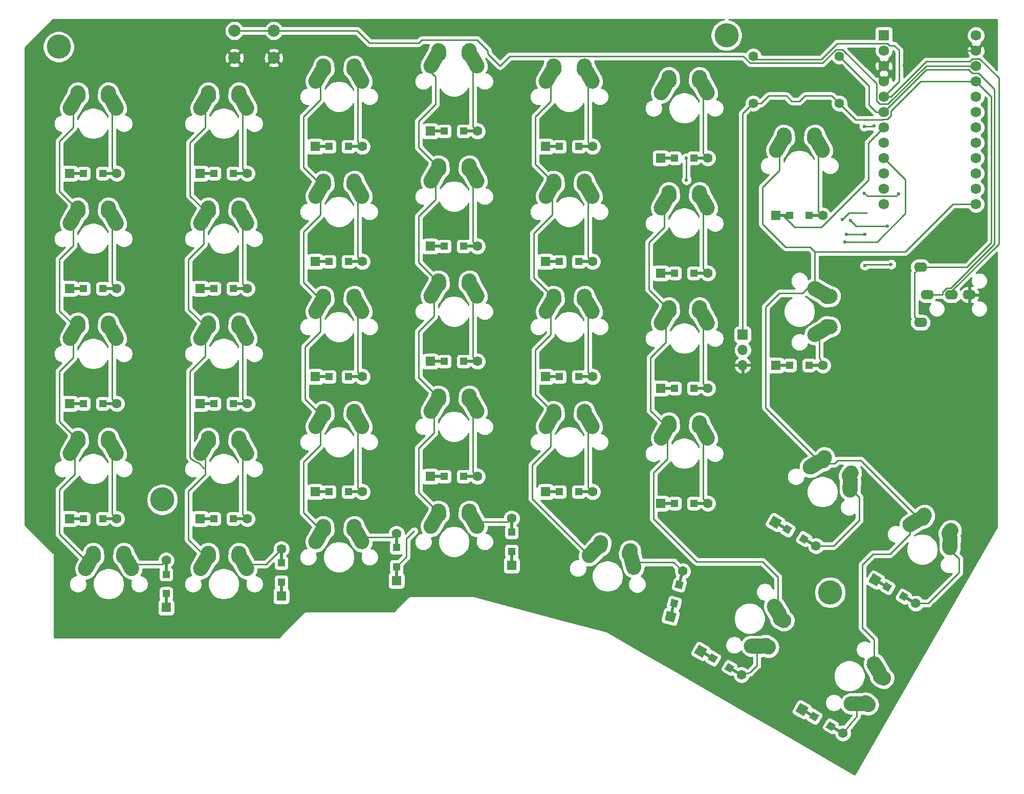
<source format=gtl>
G04 #@! TF.GenerationSoftware,KiCad,Pcbnew,(5.1.10-1-10_14)*
G04 #@! TF.CreationDate,2021-08-01T21:47:45+01:00*
G04 #@! TF.ProjectId,AsymLeft,4173796d-4c65-4667-942e-6b696361645f,1.0*
G04 #@! TF.SameCoordinates,Original*
G04 #@! TF.FileFunction,Copper,L1,Top*
G04 #@! TF.FilePolarity,Positive*
%FSLAX46Y46*%
G04 Gerber Fmt 4.6, Leading zero omitted, Abs format (unit mm)*
G04 Created by KiCad (PCBNEW (5.1.10-1-10_14)) date 2021-08-01 21:47:45*
%MOMM*%
%LPD*%
G01*
G04 APERTURE LIST*
G04 #@! TA.AperFunction,ComponentPad*
%ADD10C,4.000000*%
G04 #@! TD*
G04 #@! TA.AperFunction,SMDPad,CuDef*
%ADD11R,2.500000X0.500000*%
G04 #@! TD*
G04 #@! TA.AperFunction,ComponentPad*
%ADD12R,1.600000X1.600000*%
G04 #@! TD*
G04 #@! TA.AperFunction,ComponentPad*
%ADD13C,1.600000*%
G04 #@! TD*
G04 #@! TA.AperFunction,SMDPad,CuDef*
%ADD14R,1.200000X1.200000*%
G04 #@! TD*
G04 #@! TA.AperFunction,SMDPad,CuDef*
%ADD15C,0.100000*%
G04 #@! TD*
G04 #@! TA.AperFunction,ComponentPad*
%ADD16C,0.100000*%
G04 #@! TD*
G04 #@! TA.AperFunction,SMDPad,CuDef*
%ADD17R,0.500000X2.500000*%
G04 #@! TD*
G04 #@! TA.AperFunction,ComponentPad*
%ADD18O,1.700000X1.700000*%
G04 #@! TD*
G04 #@! TA.AperFunction,ComponentPad*
%ADD19R,1.700000X1.700000*%
G04 #@! TD*
G04 #@! TA.AperFunction,ComponentPad*
%ADD20C,2.000000*%
G04 #@! TD*
G04 #@! TA.AperFunction,ComponentPad*
%ADD21O,2.200000X1.600000*%
G04 #@! TD*
G04 #@! TA.AperFunction,ComponentPad*
%ADD22C,1.752600*%
G04 #@! TD*
G04 #@! TA.AperFunction,ComponentPad*
%ADD23R,1.752600X1.752600*%
G04 #@! TD*
G04 #@! TA.AperFunction,ViaPad*
%ADD24C,0.600000*%
G04 #@! TD*
G04 #@! TA.AperFunction,Conductor*
%ADD25C,0.250000*%
G04 #@! TD*
G04 #@! TA.AperFunction,Conductor*
%ADD26C,0.254000*%
G04 #@! TD*
G04 #@! TA.AperFunction,Conductor*
%ADD27C,0.100000*%
G04 #@! TD*
G04 APERTURE END LIST*
G04 #@! TA.AperFunction,ComponentPad*
G36*
G01*
X212695653Y-94042619D02*
X213274309Y-94003171D01*
G75*
G02*
X214606433Y-95165257I85019J-1247105D01*
G01*
X214606433Y-95165257D01*
G75*
G02*
X213444347Y-96497381I-1247105J-85019D01*
G01*
X212865691Y-96536829D01*
G75*
G02*
X211533567Y-95374743I-85019J1247105D01*
G01*
X211533567Y-95374743D01*
G75*
G02*
X212695653Y-94042619I1247105J85019D01*
G01*
G37*
G04 #@! TD.AperFunction*
G04 #@! TA.AperFunction,ComponentPad*
G36*
G01*
X210214034Y-100507178D02*
X211672988Y-99696802D01*
G75*
G02*
X213372699Y-100182581I606966J-1092745D01*
G01*
X213372699Y-100182581D01*
G75*
G02*
X212886920Y-101882292I-1092745J-606966D01*
G01*
X211427012Y-102693198D01*
G75*
G02*
X209727301Y-102207419I-606966J1092745D01*
G01*
X209727301Y-102207419D01*
G75*
G02*
X210213080Y-100507708I1092745J606966D01*
G01*
G37*
G04 #@! TD.AperFunction*
G04 #@! TA.AperFunction,ComponentPad*
G36*
G01*
X211427965Y-92887332D02*
X212886920Y-93697708D01*
G75*
G02*
X213372699Y-95397419I-606966J-1092745D01*
G01*
X213372699Y-95397419D01*
G75*
G02*
X211672988Y-95883198I-1092745J606966D01*
G01*
X210213080Y-95072292D01*
G75*
G02*
X209727301Y-93372581I606966J1092745D01*
G01*
X209727301Y-93372581D01*
G75*
G02*
X211427012Y-92886802I1092745J-606966D01*
G01*
G37*
G04 #@! TD.AperFunction*
G04 #@! TA.AperFunction,ComponentPad*
G36*
G01*
X212865691Y-99043171D02*
X213444347Y-99082619D01*
G75*
G02*
X214606433Y-100414743I-85019J-1247105D01*
G01*
X214606433Y-100414743D01*
G75*
G02*
X213274309Y-101576829I-1247105J85019D01*
G01*
X212695653Y-101537381D01*
G75*
G02*
X211533567Y-100205257I85019J1247105D01*
G01*
X211533567Y-100205257D01*
G75*
G02*
X212865691Y-99043171I1247105J-85019D01*
G01*
G37*
G04 #@! TD.AperFunction*
G04 #@! TA.AperFunction,ComponentPad*
G36*
G01*
X174053163Y-136369914D02*
X174164825Y-135800764D01*
G75*
G02*
X175632093Y-134814800I1226616J-240652D01*
G01*
X175632093Y-134814800D01*
G75*
G02*
X176618057Y-136282068I-240652J-1226616D01*
G01*
X176506395Y-136851218D01*
G75*
G02*
X175039127Y-137837182I-1226616J240652D01*
G01*
X175039127Y-137837182D01*
G75*
G02*
X174053163Y-136369914I240652J1226616D01*
G01*
G37*
G04 #@! TD.AperFunction*
G04 #@! TA.AperFunction,ComponentPad*
G36*
G01*
X179655688Y-140442240D02*
X179249999Y-138821142D01*
G75*
G02*
X180159143Y-137305076I1212605J303461D01*
G01*
X180159143Y-137305076D01*
G75*
G02*
X181675209Y-138214220I303461J-1212605D01*
G01*
X182080633Y-139834260D01*
G75*
G02*
X181171489Y-141350326I-1212605J-303461D01*
G01*
X181171489Y-141350326D01*
G75*
G02*
X179655423Y-140441182I-303461J1212605D01*
G01*
G37*
G04 #@! TD.AperFunction*
G04 #@! TA.AperFunction,ComponentPad*
G36*
G01*
X172609139Y-137295395D02*
X173769508Y-136095895D01*
G75*
G02*
X175537032Y-136066585I898417J-869107D01*
G01*
X175537032Y-136066585D01*
G75*
G02*
X175566342Y-137834109I-869107J-898417D01*
G01*
X174405214Y-139034393D01*
G75*
G02*
X172637690Y-139063703I-898417J869107D01*
G01*
X172637690Y-139063703D01*
G75*
G02*
X172608380Y-137296179I869107J898417D01*
G01*
G37*
G04 #@! TD.AperFunction*
G04 #@! TA.AperFunction,ComponentPad*
G36*
G01*
X178927333Y-137499907D02*
X179115205Y-136951177D01*
G75*
G02*
X180702709Y-136173467I1182607J-404897D01*
G01*
X180702709Y-136173467D01*
G75*
G02*
X181480419Y-137760971I-404897J-1182607D01*
G01*
X181292547Y-138309701D01*
G75*
G02*
X179705043Y-139087411I-1182607J404897D01*
G01*
X179705043Y-139087411D01*
G75*
G02*
X178927333Y-137499907I404897J1182607D01*
G01*
G37*
G04 #@! TD.AperFunction*
G04 #@! TA.AperFunction,ComponentPad*
G36*
G01*
X205722758Y-147552500D02*
X206243614Y-147807664D01*
G75*
G02*
X206816224Y-149480122I-549924J-1122534D01*
G01*
X206816224Y-149480122D01*
G75*
G02*
X205143766Y-150052732I-1122534J549924D01*
G01*
X204622910Y-149797568D01*
G75*
G02*
X204050300Y-148125110I549924J1122534D01*
G01*
X204050300Y-148125110D01*
G75*
G02*
X205722758Y-147552500I1122534J-549924D01*
G01*
G37*
G04 #@! TD.AperFunction*
G04 #@! TA.AperFunction,ComponentPad*
G36*
G01*
X200341334Y-151910162D02*
X202010013Y-151937832D01*
G75*
G02*
X203239116Y-153208385I-20725J-1249828D01*
G01*
X203239116Y-153208385D01*
G75*
G02*
X201968563Y-154437488I-1249828J20725D01*
G01*
X200298793Y-154409800D01*
G75*
G02*
X199069690Y-153139247I20725J1249828D01*
G01*
X199069690Y-153139247D01*
G75*
G02*
X200340243Y-151910144I1249828J-20725D01*
G01*
G37*
G04 #@! TD.AperFunction*
G04 #@! TA.AperFunction,ComponentPad*
G36*
G01*
X205202552Y-145918147D02*
X206060856Y-147349432D01*
G75*
G02*
X205631697Y-149064315I-1072021J-642862D01*
G01*
X205631697Y-149064315D01*
G75*
G02*
X203916814Y-148635156I-642862J1072021D01*
G01*
X203057950Y-147202936D01*
G75*
G02*
X203487109Y-145488053I1072021J642862D01*
G01*
X203487109Y-145488053D01*
G75*
G02*
X205201992Y-145917212I642862J-1072021D01*
G01*
G37*
G04 #@! TD.AperFunction*
G04 #@! TA.AperFunction,ComponentPad*
G36*
G01*
X203369739Y-151968123D02*
X203851147Y-152291615D01*
G75*
G02*
X204191481Y-154026311I-697181J-1037515D01*
G01*
X204191481Y-154026311D01*
G75*
G02*
X202456785Y-154366645I-1037515J697181D01*
G01*
X201975377Y-154043153D01*
G75*
G02*
X201635043Y-152308457I697181J1037515D01*
G01*
X201635043Y-152308457D01*
G75*
G02*
X203369739Y-151968123I1037515J-697181D01*
G01*
G37*
G04 #@! TD.AperFunction*
G04 #@! TA.AperFunction,ComponentPad*
G36*
G01*
X222232758Y-157077500D02*
X222753614Y-157332664D01*
G75*
G02*
X223326224Y-159005122I-549924J-1122534D01*
G01*
X223326224Y-159005122D01*
G75*
G02*
X221653766Y-159577732I-1122534J549924D01*
G01*
X221132910Y-159322568D01*
G75*
G02*
X220560300Y-157650110I549924J1122534D01*
G01*
X220560300Y-157650110D01*
G75*
G02*
X222232758Y-157077500I1122534J-549924D01*
G01*
G37*
G04 #@! TD.AperFunction*
G04 #@! TA.AperFunction,ComponentPad*
G36*
G01*
X216851334Y-161435162D02*
X218520013Y-161462832D01*
G75*
G02*
X219749116Y-162733385I-20725J-1249828D01*
G01*
X219749116Y-162733385D01*
G75*
G02*
X218478563Y-163962488I-1249828J20725D01*
G01*
X216808793Y-163934800D01*
G75*
G02*
X215579690Y-162664247I20725J1249828D01*
G01*
X215579690Y-162664247D01*
G75*
G02*
X216850243Y-161435144I1249828J-20725D01*
G01*
G37*
G04 #@! TD.AperFunction*
G04 #@! TA.AperFunction,ComponentPad*
G36*
G01*
X221712552Y-155443147D02*
X222570856Y-156874432D01*
G75*
G02*
X222141697Y-158589315I-1072021J-642862D01*
G01*
X222141697Y-158589315D01*
G75*
G02*
X220426814Y-158160156I-642862J1072021D01*
G01*
X219567950Y-156727936D01*
G75*
G02*
X219997109Y-155013053I1072021J642862D01*
G01*
X219997109Y-155013053D01*
G75*
G02*
X221711992Y-155442212I642862J-1072021D01*
G01*
G37*
G04 #@! TD.AperFunction*
G04 #@! TA.AperFunction,ComponentPad*
G36*
G01*
X219879739Y-161493123D02*
X220361147Y-161816615D01*
G75*
G02*
X220701481Y-163551311I-697181J-1037515D01*
G01*
X220701481Y-163551311D01*
G75*
G02*
X218966785Y-163891645I-1037515J697181D01*
G01*
X218485377Y-163568153D01*
G75*
G02*
X218145043Y-161833457I697181J1037515D01*
G01*
X218145043Y-161833457D01*
G75*
G02*
X219879739Y-161493123I1037515J-697181D01*
G01*
G37*
G04 #@! TD.AperFunction*
G04 #@! TA.AperFunction,ComponentPad*
G36*
G01*
X109282619Y-62259347D02*
X109243171Y-61680691D01*
G75*
G02*
X110405257Y-60348567I1247105J85019D01*
G01*
X110405257Y-60348567D01*
G75*
G02*
X111737381Y-61510653I85019J-1247105D01*
G01*
X111776829Y-62089309D01*
G75*
G02*
X110614743Y-63421433I-1247105J-85019D01*
G01*
X110614743Y-63421433D01*
G75*
G02*
X109282619Y-62259347I-85019J1247105D01*
G01*
G37*
G04 #@! TD.AperFunction*
G04 #@! TA.AperFunction,ComponentPad*
G36*
G01*
X115748238Y-64742873D02*
X114936802Y-63282012D01*
G75*
G02*
X115422581Y-61582301I1092745J606966D01*
G01*
X115422581Y-61582301D01*
G75*
G02*
X117122292Y-62068080I606966J-1092745D01*
G01*
X117933198Y-63527988D01*
G75*
G02*
X117447419Y-65227699I-1092745J-606966D01*
G01*
X117447419Y-65227699D01*
G75*
G02*
X115747708Y-64741920I-606966J1092745D01*
G01*
G37*
G04 #@! TD.AperFunction*
G04 #@! TA.AperFunction,ComponentPad*
G36*
G01*
X108127332Y-63527035D02*
X108937708Y-62068080D01*
G75*
G02*
X110637419Y-61582301I1092745J-606966D01*
G01*
X110637419Y-61582301D01*
G75*
G02*
X111123198Y-63282012I-606966J-1092745D01*
G01*
X110312292Y-64741920D01*
G75*
G02*
X108612581Y-65227699I-1092745J606966D01*
G01*
X108612581Y-65227699D01*
G75*
G02*
X108126802Y-63527988I606966J1092745D01*
G01*
G37*
G04 #@! TD.AperFunction*
G04 #@! TA.AperFunction,ComponentPad*
G36*
G01*
X114283171Y-62089309D02*
X114322619Y-61510653D01*
G75*
G02*
X115654743Y-60348567I1247105J-85019D01*
G01*
X115654743Y-60348567D01*
G75*
G02*
X116816829Y-61680691I-85019J-1247105D01*
G01*
X116777381Y-62259347D01*
G75*
G02*
X115445257Y-63421433I-1247105J85019D01*
G01*
X115445257Y-63421433D01*
G75*
G02*
X114283171Y-62089309I85019J1247105D01*
G01*
G37*
G04 #@! TD.AperFunction*
G04 #@! TA.AperFunction,ComponentPad*
G36*
G01*
X87692619Y-62259347D02*
X87653171Y-61680691D01*
G75*
G02*
X88815257Y-60348567I1247105J85019D01*
G01*
X88815257Y-60348567D01*
G75*
G02*
X90147381Y-61510653I85019J-1247105D01*
G01*
X90186829Y-62089309D01*
G75*
G02*
X89024743Y-63421433I-1247105J-85019D01*
G01*
X89024743Y-63421433D01*
G75*
G02*
X87692619Y-62259347I-85019J1247105D01*
G01*
G37*
G04 #@! TD.AperFunction*
G04 #@! TA.AperFunction,ComponentPad*
G36*
G01*
X94158238Y-64742873D02*
X93346802Y-63282012D01*
G75*
G02*
X93832581Y-61582301I1092745J606966D01*
G01*
X93832581Y-61582301D01*
G75*
G02*
X95532292Y-62068080I606966J-1092745D01*
G01*
X96343198Y-63527988D01*
G75*
G02*
X95857419Y-65227699I-1092745J-606966D01*
G01*
X95857419Y-65227699D01*
G75*
G02*
X94157708Y-64741920I-606966J1092745D01*
G01*
G37*
G04 #@! TD.AperFunction*
G04 #@! TA.AperFunction,ComponentPad*
G36*
G01*
X86537332Y-63527035D02*
X87347708Y-62068080D01*
G75*
G02*
X89047419Y-61582301I1092745J-606966D01*
G01*
X89047419Y-61582301D01*
G75*
G02*
X89533198Y-63282012I-606966J-1092745D01*
G01*
X88722292Y-64741920D01*
G75*
G02*
X87022581Y-65227699I-1092745J606966D01*
G01*
X87022581Y-65227699D01*
G75*
G02*
X86536802Y-63527988I606966J1092745D01*
G01*
G37*
G04 #@! TD.AperFunction*
G04 #@! TA.AperFunction,ComponentPad*
G36*
G01*
X92693171Y-62089309D02*
X92732619Y-61510653D01*
G75*
G02*
X94064743Y-60348567I1247105J-85019D01*
G01*
X94064743Y-60348567D01*
G75*
G02*
X95226829Y-61680691I-85019J-1247105D01*
G01*
X95187381Y-62259347D01*
G75*
G02*
X93855257Y-63421433I-1247105J85019D01*
G01*
X93855257Y-63421433D01*
G75*
G02*
X92693171Y-62089309I85019J1247105D01*
G01*
G37*
G04 #@! TD.AperFunction*
G04 #@! TA.AperFunction,ComponentPad*
G36*
G01*
X128332619Y-57814347D02*
X128293171Y-57235691D01*
G75*
G02*
X129455257Y-55903567I1247105J85019D01*
G01*
X129455257Y-55903567D01*
G75*
G02*
X130787381Y-57065653I85019J-1247105D01*
G01*
X130826829Y-57644309D01*
G75*
G02*
X129664743Y-58976433I-1247105J-85019D01*
G01*
X129664743Y-58976433D01*
G75*
G02*
X128332619Y-57814347I-85019J1247105D01*
G01*
G37*
G04 #@! TD.AperFunction*
G04 #@! TA.AperFunction,ComponentPad*
G36*
G01*
X134798238Y-60297873D02*
X133986802Y-58837012D01*
G75*
G02*
X134472581Y-57137301I1092745J606966D01*
G01*
X134472581Y-57137301D01*
G75*
G02*
X136172292Y-57623080I606966J-1092745D01*
G01*
X136983198Y-59082988D01*
G75*
G02*
X136497419Y-60782699I-1092745J-606966D01*
G01*
X136497419Y-60782699D01*
G75*
G02*
X134797708Y-60296920I-606966J1092745D01*
G01*
G37*
G04 #@! TD.AperFunction*
G04 #@! TA.AperFunction,ComponentPad*
G36*
G01*
X127177332Y-59082035D02*
X127987708Y-57623080D01*
G75*
G02*
X129687419Y-57137301I1092745J-606966D01*
G01*
X129687419Y-57137301D01*
G75*
G02*
X130173198Y-58837012I-606966J-1092745D01*
G01*
X129362292Y-60296920D01*
G75*
G02*
X127662581Y-60782699I-1092745J606966D01*
G01*
X127662581Y-60782699D01*
G75*
G02*
X127176802Y-59082988I606966J1092745D01*
G01*
G37*
G04 #@! TD.AperFunction*
G04 #@! TA.AperFunction,ComponentPad*
G36*
G01*
X133333171Y-57644309D02*
X133372619Y-57065653D01*
G75*
G02*
X134704743Y-55903567I1247105J-85019D01*
G01*
X134704743Y-55903567D01*
G75*
G02*
X135866829Y-57235691I-85019J-1247105D01*
G01*
X135827381Y-57814347D01*
G75*
G02*
X134495257Y-58976433I-1247105J85019D01*
G01*
X134495257Y-58976433D01*
G75*
G02*
X133333171Y-57644309I85019J1247105D01*
G01*
G37*
G04 #@! TD.AperFunction*
G04 #@! TA.AperFunction,ComponentPad*
G36*
G01*
X147382619Y-55274347D02*
X147343171Y-54695691D01*
G75*
G02*
X148505257Y-53363567I1247105J85019D01*
G01*
X148505257Y-53363567D01*
G75*
G02*
X149837381Y-54525653I85019J-1247105D01*
G01*
X149876829Y-55104309D01*
G75*
G02*
X148714743Y-56436433I-1247105J-85019D01*
G01*
X148714743Y-56436433D01*
G75*
G02*
X147382619Y-55274347I-85019J1247105D01*
G01*
G37*
G04 #@! TD.AperFunction*
G04 #@! TA.AperFunction,ComponentPad*
G36*
G01*
X153848238Y-57757873D02*
X153036802Y-56297012D01*
G75*
G02*
X153522581Y-54597301I1092745J606966D01*
G01*
X153522581Y-54597301D01*
G75*
G02*
X155222292Y-55083080I606966J-1092745D01*
G01*
X156033198Y-56542988D01*
G75*
G02*
X155547419Y-58242699I-1092745J-606966D01*
G01*
X155547419Y-58242699D01*
G75*
G02*
X153847708Y-57756920I-606966J1092745D01*
G01*
G37*
G04 #@! TD.AperFunction*
G04 #@! TA.AperFunction,ComponentPad*
G36*
G01*
X146227332Y-56542035D02*
X147037708Y-55083080D01*
G75*
G02*
X148737419Y-54597301I1092745J-606966D01*
G01*
X148737419Y-54597301D01*
G75*
G02*
X149223198Y-56297012I-606966J-1092745D01*
G01*
X148412292Y-57756920D01*
G75*
G02*
X146712581Y-58242699I-1092745J606966D01*
G01*
X146712581Y-58242699D01*
G75*
G02*
X146226802Y-56542988I606966J1092745D01*
G01*
G37*
G04 #@! TD.AperFunction*
G04 #@! TA.AperFunction,ComponentPad*
G36*
G01*
X152383171Y-55104309D02*
X152422619Y-54525653D01*
G75*
G02*
X153754743Y-53363567I1247105J-85019D01*
G01*
X153754743Y-53363567D01*
G75*
G02*
X154916829Y-54695691I-85019J-1247105D01*
G01*
X154877381Y-55274347D01*
G75*
G02*
X153545257Y-56436433I-1247105J85019D01*
G01*
X153545257Y-56436433D01*
G75*
G02*
X152383171Y-55104309I85019J1247105D01*
G01*
G37*
G04 #@! TD.AperFunction*
G04 #@! TA.AperFunction,ComponentPad*
G36*
G01*
X166432619Y-57814347D02*
X166393171Y-57235691D01*
G75*
G02*
X167555257Y-55903567I1247105J85019D01*
G01*
X167555257Y-55903567D01*
G75*
G02*
X168887381Y-57065653I85019J-1247105D01*
G01*
X168926829Y-57644309D01*
G75*
G02*
X167764743Y-58976433I-1247105J-85019D01*
G01*
X167764743Y-58976433D01*
G75*
G02*
X166432619Y-57814347I-85019J1247105D01*
G01*
G37*
G04 #@! TD.AperFunction*
G04 #@! TA.AperFunction,ComponentPad*
G36*
G01*
X172898238Y-60297873D02*
X172086802Y-58837012D01*
G75*
G02*
X172572581Y-57137301I1092745J606966D01*
G01*
X172572581Y-57137301D01*
G75*
G02*
X174272292Y-57623080I606966J-1092745D01*
G01*
X175083198Y-59082988D01*
G75*
G02*
X174597419Y-60782699I-1092745J-606966D01*
G01*
X174597419Y-60782699D01*
G75*
G02*
X172897708Y-60296920I-606966J1092745D01*
G01*
G37*
G04 #@! TD.AperFunction*
G04 #@! TA.AperFunction,ComponentPad*
G36*
G01*
X165277332Y-59082035D02*
X166087708Y-57623080D01*
G75*
G02*
X167787419Y-57137301I1092745J-606966D01*
G01*
X167787419Y-57137301D01*
G75*
G02*
X168273198Y-58837012I-606966J-1092745D01*
G01*
X167462292Y-60296920D01*
G75*
G02*
X165762581Y-60782699I-1092745J606966D01*
G01*
X165762581Y-60782699D01*
G75*
G02*
X165276802Y-59082988I606966J1092745D01*
G01*
G37*
G04 #@! TD.AperFunction*
G04 #@! TA.AperFunction,ComponentPad*
G36*
G01*
X171433171Y-57644309D02*
X171472619Y-57065653D01*
G75*
G02*
X172804743Y-55903567I1247105J-85019D01*
G01*
X172804743Y-55903567D01*
G75*
G02*
X173966829Y-57235691I-85019J-1247105D01*
G01*
X173927381Y-57814347D01*
G75*
G02*
X172595257Y-58976433I-1247105J85019D01*
G01*
X172595257Y-58976433D01*
G75*
G02*
X171433171Y-57644309I85019J1247105D01*
G01*
G37*
G04 #@! TD.AperFunction*
G04 #@! TA.AperFunction,ComponentPad*
G36*
G01*
X185482619Y-59719347D02*
X185443171Y-59140691D01*
G75*
G02*
X186605257Y-57808567I1247105J85019D01*
G01*
X186605257Y-57808567D01*
G75*
G02*
X187937381Y-58970653I85019J-1247105D01*
G01*
X187976829Y-59549309D01*
G75*
G02*
X186814743Y-60881433I-1247105J-85019D01*
G01*
X186814743Y-60881433D01*
G75*
G02*
X185482619Y-59719347I-85019J1247105D01*
G01*
G37*
G04 #@! TD.AperFunction*
G04 #@! TA.AperFunction,ComponentPad*
G36*
G01*
X191948238Y-62202873D02*
X191136802Y-60742012D01*
G75*
G02*
X191622581Y-59042301I1092745J606966D01*
G01*
X191622581Y-59042301D01*
G75*
G02*
X193322292Y-59528080I606966J-1092745D01*
G01*
X194133198Y-60987988D01*
G75*
G02*
X193647419Y-62687699I-1092745J-606966D01*
G01*
X193647419Y-62687699D01*
G75*
G02*
X191947708Y-62201920I-606966J1092745D01*
G01*
G37*
G04 #@! TD.AperFunction*
G04 #@! TA.AperFunction,ComponentPad*
G36*
G01*
X184327332Y-60987035D02*
X185137708Y-59528080D01*
G75*
G02*
X186837419Y-59042301I1092745J-606966D01*
G01*
X186837419Y-59042301D01*
G75*
G02*
X187323198Y-60742012I-606966J-1092745D01*
G01*
X186512292Y-62201920D01*
G75*
G02*
X184812581Y-62687699I-1092745J606966D01*
G01*
X184812581Y-62687699D01*
G75*
G02*
X184326802Y-60987988I606966J1092745D01*
G01*
G37*
G04 #@! TD.AperFunction*
G04 #@! TA.AperFunction,ComponentPad*
G36*
G01*
X190483171Y-59549309D02*
X190522619Y-58970653D01*
G75*
G02*
X191854743Y-57808567I1247105J-85019D01*
G01*
X191854743Y-57808567D01*
G75*
G02*
X193016829Y-59140691I-85019J-1247105D01*
G01*
X192977381Y-59719347D01*
G75*
G02*
X191645257Y-60881433I-1247105J85019D01*
G01*
X191645257Y-60881433D01*
G75*
G02*
X190483171Y-59549309I85019J1247105D01*
G01*
G37*
G04 #@! TD.AperFunction*
G04 #@! TA.AperFunction,ComponentPad*
G36*
G01*
X204532619Y-69244347D02*
X204493171Y-68665691D01*
G75*
G02*
X205655257Y-67333567I1247105J85019D01*
G01*
X205655257Y-67333567D01*
G75*
G02*
X206987381Y-68495653I85019J-1247105D01*
G01*
X207026829Y-69074309D01*
G75*
G02*
X205864743Y-70406433I-1247105J-85019D01*
G01*
X205864743Y-70406433D01*
G75*
G02*
X204532619Y-69244347I-85019J1247105D01*
G01*
G37*
G04 #@! TD.AperFunction*
G04 #@! TA.AperFunction,ComponentPad*
G36*
G01*
X210998238Y-71727873D02*
X210186802Y-70267012D01*
G75*
G02*
X210672581Y-68567301I1092745J606966D01*
G01*
X210672581Y-68567301D01*
G75*
G02*
X212372292Y-69053080I606966J-1092745D01*
G01*
X213183198Y-70512988D01*
G75*
G02*
X212697419Y-72212699I-1092745J-606966D01*
G01*
X212697419Y-72212699D01*
G75*
G02*
X210997708Y-71726920I-606966J1092745D01*
G01*
G37*
G04 #@! TD.AperFunction*
G04 #@! TA.AperFunction,ComponentPad*
G36*
G01*
X203377332Y-70512035D02*
X204187708Y-69053080D01*
G75*
G02*
X205887419Y-68567301I1092745J-606966D01*
G01*
X205887419Y-68567301D01*
G75*
G02*
X206373198Y-70267012I-606966J-1092745D01*
G01*
X205562292Y-71726920D01*
G75*
G02*
X203862581Y-72212699I-1092745J606966D01*
G01*
X203862581Y-72212699D01*
G75*
G02*
X203376802Y-70512988I606966J1092745D01*
G01*
G37*
G04 #@! TD.AperFunction*
G04 #@! TA.AperFunction,ComponentPad*
G36*
G01*
X209533171Y-69074309D02*
X209572619Y-68495653D01*
G75*
G02*
X210904743Y-67333567I1247105J-85019D01*
G01*
X210904743Y-67333567D01*
G75*
G02*
X212066829Y-68665691I-85019J-1247105D01*
G01*
X212027381Y-69244347D01*
G75*
G02*
X210695257Y-70406433I-1247105J85019D01*
G01*
X210695257Y-70406433D01*
G75*
G02*
X209533171Y-69074309I85019J1247105D01*
G01*
G37*
G04 #@! TD.AperFunction*
G04 #@! TA.AperFunction,ComponentPad*
G36*
G01*
X87692619Y-81309347D02*
X87653171Y-80730691D01*
G75*
G02*
X88815257Y-79398567I1247105J85019D01*
G01*
X88815257Y-79398567D01*
G75*
G02*
X90147381Y-80560653I85019J-1247105D01*
G01*
X90186829Y-81139309D01*
G75*
G02*
X89024743Y-82471433I-1247105J-85019D01*
G01*
X89024743Y-82471433D01*
G75*
G02*
X87692619Y-81309347I-85019J1247105D01*
G01*
G37*
G04 #@! TD.AperFunction*
G04 #@! TA.AperFunction,ComponentPad*
G36*
G01*
X94158238Y-83792873D02*
X93346802Y-82332012D01*
G75*
G02*
X93832581Y-80632301I1092745J606966D01*
G01*
X93832581Y-80632301D01*
G75*
G02*
X95532292Y-81118080I606966J-1092745D01*
G01*
X96343198Y-82577988D01*
G75*
G02*
X95857419Y-84277699I-1092745J-606966D01*
G01*
X95857419Y-84277699D01*
G75*
G02*
X94157708Y-83791920I-606966J1092745D01*
G01*
G37*
G04 #@! TD.AperFunction*
G04 #@! TA.AperFunction,ComponentPad*
G36*
G01*
X86537332Y-82577035D02*
X87347708Y-81118080D01*
G75*
G02*
X89047419Y-80632301I1092745J-606966D01*
G01*
X89047419Y-80632301D01*
G75*
G02*
X89533198Y-82332012I-606966J-1092745D01*
G01*
X88722292Y-83791920D01*
G75*
G02*
X87022581Y-84277699I-1092745J606966D01*
G01*
X87022581Y-84277699D01*
G75*
G02*
X86536802Y-82577988I606966J1092745D01*
G01*
G37*
G04 #@! TD.AperFunction*
G04 #@! TA.AperFunction,ComponentPad*
G36*
G01*
X92693171Y-81139309D02*
X92732619Y-80560653D01*
G75*
G02*
X94064743Y-79398567I1247105J-85019D01*
G01*
X94064743Y-79398567D01*
G75*
G02*
X95226829Y-80730691I-85019J-1247105D01*
G01*
X95187381Y-81309347D01*
G75*
G02*
X93855257Y-82471433I-1247105J85019D01*
G01*
X93855257Y-82471433D01*
G75*
G02*
X92693171Y-81139309I85019J1247105D01*
G01*
G37*
G04 #@! TD.AperFunction*
G04 #@! TA.AperFunction,ComponentPad*
G36*
G01*
X109282619Y-81309347D02*
X109243171Y-80730691D01*
G75*
G02*
X110405257Y-79398567I1247105J85019D01*
G01*
X110405257Y-79398567D01*
G75*
G02*
X111737381Y-80560653I85019J-1247105D01*
G01*
X111776829Y-81139309D01*
G75*
G02*
X110614743Y-82471433I-1247105J-85019D01*
G01*
X110614743Y-82471433D01*
G75*
G02*
X109282619Y-81309347I-85019J1247105D01*
G01*
G37*
G04 #@! TD.AperFunction*
G04 #@! TA.AperFunction,ComponentPad*
G36*
G01*
X115748238Y-83792873D02*
X114936802Y-82332012D01*
G75*
G02*
X115422581Y-80632301I1092745J606966D01*
G01*
X115422581Y-80632301D01*
G75*
G02*
X117122292Y-81118080I606966J-1092745D01*
G01*
X117933198Y-82577988D01*
G75*
G02*
X117447419Y-84277699I-1092745J-606966D01*
G01*
X117447419Y-84277699D01*
G75*
G02*
X115747708Y-83791920I-606966J1092745D01*
G01*
G37*
G04 #@! TD.AperFunction*
G04 #@! TA.AperFunction,ComponentPad*
G36*
G01*
X108127332Y-82577035D02*
X108937708Y-81118080D01*
G75*
G02*
X110637419Y-80632301I1092745J-606966D01*
G01*
X110637419Y-80632301D01*
G75*
G02*
X111123198Y-82332012I-606966J-1092745D01*
G01*
X110312292Y-83791920D01*
G75*
G02*
X108612581Y-84277699I-1092745J606966D01*
G01*
X108612581Y-84277699D01*
G75*
G02*
X108126802Y-82577988I606966J1092745D01*
G01*
G37*
G04 #@! TD.AperFunction*
G04 #@! TA.AperFunction,ComponentPad*
G36*
G01*
X114283171Y-81139309D02*
X114322619Y-80560653D01*
G75*
G02*
X115654743Y-79398567I1247105J-85019D01*
G01*
X115654743Y-79398567D01*
G75*
G02*
X116816829Y-80730691I-85019J-1247105D01*
G01*
X116777381Y-81309347D01*
G75*
G02*
X115445257Y-82471433I-1247105J85019D01*
G01*
X115445257Y-82471433D01*
G75*
G02*
X114283171Y-81139309I85019J1247105D01*
G01*
G37*
G04 #@! TD.AperFunction*
G04 #@! TA.AperFunction,ComponentPad*
G36*
G01*
X128332619Y-76864347D02*
X128293171Y-76285691D01*
G75*
G02*
X129455257Y-74953567I1247105J85019D01*
G01*
X129455257Y-74953567D01*
G75*
G02*
X130787381Y-76115653I85019J-1247105D01*
G01*
X130826829Y-76694309D01*
G75*
G02*
X129664743Y-78026433I-1247105J-85019D01*
G01*
X129664743Y-78026433D01*
G75*
G02*
X128332619Y-76864347I-85019J1247105D01*
G01*
G37*
G04 #@! TD.AperFunction*
G04 #@! TA.AperFunction,ComponentPad*
G36*
G01*
X134798238Y-79347873D02*
X133986802Y-77887012D01*
G75*
G02*
X134472581Y-76187301I1092745J606966D01*
G01*
X134472581Y-76187301D01*
G75*
G02*
X136172292Y-76673080I606966J-1092745D01*
G01*
X136983198Y-78132988D01*
G75*
G02*
X136497419Y-79832699I-1092745J-606966D01*
G01*
X136497419Y-79832699D01*
G75*
G02*
X134797708Y-79346920I-606966J1092745D01*
G01*
G37*
G04 #@! TD.AperFunction*
G04 #@! TA.AperFunction,ComponentPad*
G36*
G01*
X127177332Y-78132035D02*
X127987708Y-76673080D01*
G75*
G02*
X129687419Y-76187301I1092745J-606966D01*
G01*
X129687419Y-76187301D01*
G75*
G02*
X130173198Y-77887012I-606966J-1092745D01*
G01*
X129362292Y-79346920D01*
G75*
G02*
X127662581Y-79832699I-1092745J606966D01*
G01*
X127662581Y-79832699D01*
G75*
G02*
X127176802Y-78132988I606966J1092745D01*
G01*
G37*
G04 #@! TD.AperFunction*
G04 #@! TA.AperFunction,ComponentPad*
G36*
G01*
X133333171Y-76694309D02*
X133372619Y-76115653D01*
G75*
G02*
X134704743Y-74953567I1247105J-85019D01*
G01*
X134704743Y-74953567D01*
G75*
G02*
X135866829Y-76285691I-85019J-1247105D01*
G01*
X135827381Y-76864347D01*
G75*
G02*
X134495257Y-78026433I-1247105J85019D01*
G01*
X134495257Y-78026433D01*
G75*
G02*
X133333171Y-76694309I85019J1247105D01*
G01*
G37*
G04 #@! TD.AperFunction*
G04 #@! TA.AperFunction,ComponentPad*
G36*
G01*
X147382619Y-74324347D02*
X147343171Y-73745691D01*
G75*
G02*
X148505257Y-72413567I1247105J85019D01*
G01*
X148505257Y-72413567D01*
G75*
G02*
X149837381Y-73575653I85019J-1247105D01*
G01*
X149876829Y-74154309D01*
G75*
G02*
X148714743Y-75486433I-1247105J-85019D01*
G01*
X148714743Y-75486433D01*
G75*
G02*
X147382619Y-74324347I-85019J1247105D01*
G01*
G37*
G04 #@! TD.AperFunction*
G04 #@! TA.AperFunction,ComponentPad*
G36*
G01*
X153848238Y-76807873D02*
X153036802Y-75347012D01*
G75*
G02*
X153522581Y-73647301I1092745J606966D01*
G01*
X153522581Y-73647301D01*
G75*
G02*
X155222292Y-74133080I606966J-1092745D01*
G01*
X156033198Y-75592988D01*
G75*
G02*
X155547419Y-77292699I-1092745J-606966D01*
G01*
X155547419Y-77292699D01*
G75*
G02*
X153847708Y-76806920I-606966J1092745D01*
G01*
G37*
G04 #@! TD.AperFunction*
G04 #@! TA.AperFunction,ComponentPad*
G36*
G01*
X146227332Y-75592035D02*
X147037708Y-74133080D01*
G75*
G02*
X148737419Y-73647301I1092745J-606966D01*
G01*
X148737419Y-73647301D01*
G75*
G02*
X149223198Y-75347012I-606966J-1092745D01*
G01*
X148412292Y-76806920D01*
G75*
G02*
X146712581Y-77292699I-1092745J606966D01*
G01*
X146712581Y-77292699D01*
G75*
G02*
X146226802Y-75592988I606966J1092745D01*
G01*
G37*
G04 #@! TD.AperFunction*
G04 #@! TA.AperFunction,ComponentPad*
G36*
G01*
X152383171Y-74154309D02*
X152422619Y-73575653D01*
G75*
G02*
X153754743Y-72413567I1247105J-85019D01*
G01*
X153754743Y-72413567D01*
G75*
G02*
X154916829Y-73745691I-85019J-1247105D01*
G01*
X154877381Y-74324347D01*
G75*
G02*
X153545257Y-75486433I-1247105J85019D01*
G01*
X153545257Y-75486433D01*
G75*
G02*
X152383171Y-74154309I85019J1247105D01*
G01*
G37*
G04 #@! TD.AperFunction*
G04 #@! TA.AperFunction,ComponentPad*
G36*
G01*
X166432619Y-76864347D02*
X166393171Y-76285691D01*
G75*
G02*
X167555257Y-74953567I1247105J85019D01*
G01*
X167555257Y-74953567D01*
G75*
G02*
X168887381Y-76115653I85019J-1247105D01*
G01*
X168926829Y-76694309D01*
G75*
G02*
X167764743Y-78026433I-1247105J-85019D01*
G01*
X167764743Y-78026433D01*
G75*
G02*
X166432619Y-76864347I-85019J1247105D01*
G01*
G37*
G04 #@! TD.AperFunction*
G04 #@! TA.AperFunction,ComponentPad*
G36*
G01*
X172898238Y-79347873D02*
X172086802Y-77887012D01*
G75*
G02*
X172572581Y-76187301I1092745J606966D01*
G01*
X172572581Y-76187301D01*
G75*
G02*
X174272292Y-76673080I606966J-1092745D01*
G01*
X175083198Y-78132988D01*
G75*
G02*
X174597419Y-79832699I-1092745J-606966D01*
G01*
X174597419Y-79832699D01*
G75*
G02*
X172897708Y-79346920I-606966J1092745D01*
G01*
G37*
G04 #@! TD.AperFunction*
G04 #@! TA.AperFunction,ComponentPad*
G36*
G01*
X165277332Y-78132035D02*
X166087708Y-76673080D01*
G75*
G02*
X167787419Y-76187301I1092745J-606966D01*
G01*
X167787419Y-76187301D01*
G75*
G02*
X168273198Y-77887012I-606966J-1092745D01*
G01*
X167462292Y-79346920D01*
G75*
G02*
X165762581Y-79832699I-1092745J606966D01*
G01*
X165762581Y-79832699D01*
G75*
G02*
X165276802Y-78132988I606966J1092745D01*
G01*
G37*
G04 #@! TD.AperFunction*
G04 #@! TA.AperFunction,ComponentPad*
G36*
G01*
X171433171Y-76694309D02*
X171472619Y-76115653D01*
G75*
G02*
X172804743Y-74953567I1247105J-85019D01*
G01*
X172804743Y-74953567D01*
G75*
G02*
X173966829Y-76285691I-85019J-1247105D01*
G01*
X173927381Y-76864347D01*
G75*
G02*
X172595257Y-78026433I-1247105J85019D01*
G01*
X172595257Y-78026433D01*
G75*
G02*
X171433171Y-76694309I85019J1247105D01*
G01*
G37*
G04 #@! TD.AperFunction*
G04 #@! TA.AperFunction,ComponentPad*
G36*
G01*
X185482619Y-78769347D02*
X185443171Y-78190691D01*
G75*
G02*
X186605257Y-76858567I1247105J85019D01*
G01*
X186605257Y-76858567D01*
G75*
G02*
X187937381Y-78020653I85019J-1247105D01*
G01*
X187976829Y-78599309D01*
G75*
G02*
X186814743Y-79931433I-1247105J-85019D01*
G01*
X186814743Y-79931433D01*
G75*
G02*
X185482619Y-78769347I-85019J1247105D01*
G01*
G37*
G04 #@! TD.AperFunction*
G04 #@! TA.AperFunction,ComponentPad*
G36*
G01*
X191948238Y-81252873D02*
X191136802Y-79792012D01*
G75*
G02*
X191622581Y-78092301I1092745J606966D01*
G01*
X191622581Y-78092301D01*
G75*
G02*
X193322292Y-78578080I606966J-1092745D01*
G01*
X194133198Y-80037988D01*
G75*
G02*
X193647419Y-81737699I-1092745J-606966D01*
G01*
X193647419Y-81737699D01*
G75*
G02*
X191947708Y-81251920I-606966J1092745D01*
G01*
G37*
G04 #@! TD.AperFunction*
G04 #@! TA.AperFunction,ComponentPad*
G36*
G01*
X184327332Y-80037035D02*
X185137708Y-78578080D01*
G75*
G02*
X186837419Y-78092301I1092745J-606966D01*
G01*
X186837419Y-78092301D01*
G75*
G02*
X187323198Y-79792012I-606966J-1092745D01*
G01*
X186512292Y-81251920D01*
G75*
G02*
X184812581Y-81737699I-1092745J606966D01*
G01*
X184812581Y-81737699D01*
G75*
G02*
X184326802Y-80037988I606966J1092745D01*
G01*
G37*
G04 #@! TD.AperFunction*
G04 #@! TA.AperFunction,ComponentPad*
G36*
G01*
X190483171Y-78599309D02*
X190522619Y-78020653D01*
G75*
G02*
X191854743Y-76858567I1247105J-85019D01*
G01*
X191854743Y-76858567D01*
G75*
G02*
X193016829Y-78190691I-85019J-1247105D01*
G01*
X192977381Y-78769347D01*
G75*
G02*
X191645257Y-79931433I-1247105J85019D01*
G01*
X191645257Y-79931433D01*
G75*
G02*
X190483171Y-78599309I85019J1247105D01*
G01*
G37*
G04 #@! TD.AperFunction*
G04 #@! TA.AperFunction,ComponentPad*
G36*
G01*
X87692619Y-100359347D02*
X87653171Y-99780691D01*
G75*
G02*
X88815257Y-98448567I1247105J85019D01*
G01*
X88815257Y-98448567D01*
G75*
G02*
X90147381Y-99610653I85019J-1247105D01*
G01*
X90186829Y-100189309D01*
G75*
G02*
X89024743Y-101521433I-1247105J-85019D01*
G01*
X89024743Y-101521433D01*
G75*
G02*
X87692619Y-100359347I-85019J1247105D01*
G01*
G37*
G04 #@! TD.AperFunction*
G04 #@! TA.AperFunction,ComponentPad*
G36*
G01*
X94158238Y-102842873D02*
X93346802Y-101382012D01*
G75*
G02*
X93832581Y-99682301I1092745J606966D01*
G01*
X93832581Y-99682301D01*
G75*
G02*
X95532292Y-100168080I606966J-1092745D01*
G01*
X96343198Y-101627988D01*
G75*
G02*
X95857419Y-103327699I-1092745J-606966D01*
G01*
X95857419Y-103327699D01*
G75*
G02*
X94157708Y-102841920I-606966J1092745D01*
G01*
G37*
G04 #@! TD.AperFunction*
G04 #@! TA.AperFunction,ComponentPad*
G36*
G01*
X86537332Y-101627035D02*
X87347708Y-100168080D01*
G75*
G02*
X89047419Y-99682301I1092745J-606966D01*
G01*
X89047419Y-99682301D01*
G75*
G02*
X89533198Y-101382012I-606966J-1092745D01*
G01*
X88722292Y-102841920D01*
G75*
G02*
X87022581Y-103327699I-1092745J606966D01*
G01*
X87022581Y-103327699D01*
G75*
G02*
X86536802Y-101627988I606966J1092745D01*
G01*
G37*
G04 #@! TD.AperFunction*
G04 #@! TA.AperFunction,ComponentPad*
G36*
G01*
X92693171Y-100189309D02*
X92732619Y-99610653D01*
G75*
G02*
X94064743Y-98448567I1247105J-85019D01*
G01*
X94064743Y-98448567D01*
G75*
G02*
X95226829Y-99780691I-85019J-1247105D01*
G01*
X95187381Y-100359347D01*
G75*
G02*
X93855257Y-101521433I-1247105J85019D01*
G01*
X93855257Y-101521433D01*
G75*
G02*
X92693171Y-100189309I85019J1247105D01*
G01*
G37*
G04 #@! TD.AperFunction*
G04 #@! TA.AperFunction,ComponentPad*
G36*
G01*
X109282619Y-100359347D02*
X109243171Y-99780691D01*
G75*
G02*
X110405257Y-98448567I1247105J85019D01*
G01*
X110405257Y-98448567D01*
G75*
G02*
X111737381Y-99610653I85019J-1247105D01*
G01*
X111776829Y-100189309D01*
G75*
G02*
X110614743Y-101521433I-1247105J-85019D01*
G01*
X110614743Y-101521433D01*
G75*
G02*
X109282619Y-100359347I-85019J1247105D01*
G01*
G37*
G04 #@! TD.AperFunction*
G04 #@! TA.AperFunction,ComponentPad*
G36*
G01*
X115748238Y-102842873D02*
X114936802Y-101382012D01*
G75*
G02*
X115422581Y-99682301I1092745J606966D01*
G01*
X115422581Y-99682301D01*
G75*
G02*
X117122292Y-100168080I606966J-1092745D01*
G01*
X117933198Y-101627988D01*
G75*
G02*
X117447419Y-103327699I-1092745J-606966D01*
G01*
X117447419Y-103327699D01*
G75*
G02*
X115747708Y-102841920I-606966J1092745D01*
G01*
G37*
G04 #@! TD.AperFunction*
G04 #@! TA.AperFunction,ComponentPad*
G36*
G01*
X108127332Y-101627035D02*
X108937708Y-100168080D01*
G75*
G02*
X110637419Y-99682301I1092745J-606966D01*
G01*
X110637419Y-99682301D01*
G75*
G02*
X111123198Y-101382012I-606966J-1092745D01*
G01*
X110312292Y-102841920D01*
G75*
G02*
X108612581Y-103327699I-1092745J606966D01*
G01*
X108612581Y-103327699D01*
G75*
G02*
X108126802Y-101627988I606966J1092745D01*
G01*
G37*
G04 #@! TD.AperFunction*
G04 #@! TA.AperFunction,ComponentPad*
G36*
G01*
X114283171Y-100189309D02*
X114322619Y-99610653D01*
G75*
G02*
X115654743Y-98448567I1247105J-85019D01*
G01*
X115654743Y-98448567D01*
G75*
G02*
X116816829Y-99780691I-85019J-1247105D01*
G01*
X116777381Y-100359347D01*
G75*
G02*
X115445257Y-101521433I-1247105J85019D01*
G01*
X115445257Y-101521433D01*
G75*
G02*
X114283171Y-100189309I85019J1247105D01*
G01*
G37*
G04 #@! TD.AperFunction*
G04 #@! TA.AperFunction,ComponentPad*
G36*
G01*
X128332619Y-95914347D02*
X128293171Y-95335691D01*
G75*
G02*
X129455257Y-94003567I1247105J85019D01*
G01*
X129455257Y-94003567D01*
G75*
G02*
X130787381Y-95165653I85019J-1247105D01*
G01*
X130826829Y-95744309D01*
G75*
G02*
X129664743Y-97076433I-1247105J-85019D01*
G01*
X129664743Y-97076433D01*
G75*
G02*
X128332619Y-95914347I-85019J1247105D01*
G01*
G37*
G04 #@! TD.AperFunction*
G04 #@! TA.AperFunction,ComponentPad*
G36*
G01*
X134798238Y-98397873D02*
X133986802Y-96937012D01*
G75*
G02*
X134472581Y-95237301I1092745J606966D01*
G01*
X134472581Y-95237301D01*
G75*
G02*
X136172292Y-95723080I606966J-1092745D01*
G01*
X136983198Y-97182988D01*
G75*
G02*
X136497419Y-98882699I-1092745J-606966D01*
G01*
X136497419Y-98882699D01*
G75*
G02*
X134797708Y-98396920I-606966J1092745D01*
G01*
G37*
G04 #@! TD.AperFunction*
G04 #@! TA.AperFunction,ComponentPad*
G36*
G01*
X127177332Y-97182035D02*
X127987708Y-95723080D01*
G75*
G02*
X129687419Y-95237301I1092745J-606966D01*
G01*
X129687419Y-95237301D01*
G75*
G02*
X130173198Y-96937012I-606966J-1092745D01*
G01*
X129362292Y-98396920D01*
G75*
G02*
X127662581Y-98882699I-1092745J606966D01*
G01*
X127662581Y-98882699D01*
G75*
G02*
X127176802Y-97182988I606966J1092745D01*
G01*
G37*
G04 #@! TD.AperFunction*
G04 #@! TA.AperFunction,ComponentPad*
G36*
G01*
X133333171Y-95744309D02*
X133372619Y-95165653D01*
G75*
G02*
X134704743Y-94003567I1247105J-85019D01*
G01*
X134704743Y-94003567D01*
G75*
G02*
X135866829Y-95335691I-85019J-1247105D01*
G01*
X135827381Y-95914347D01*
G75*
G02*
X134495257Y-97076433I-1247105J85019D01*
G01*
X134495257Y-97076433D01*
G75*
G02*
X133333171Y-95744309I85019J1247105D01*
G01*
G37*
G04 #@! TD.AperFunction*
G04 #@! TA.AperFunction,ComponentPad*
G36*
G01*
X147382619Y-93374347D02*
X147343171Y-92795691D01*
G75*
G02*
X148505257Y-91463567I1247105J85019D01*
G01*
X148505257Y-91463567D01*
G75*
G02*
X149837381Y-92625653I85019J-1247105D01*
G01*
X149876829Y-93204309D01*
G75*
G02*
X148714743Y-94536433I-1247105J-85019D01*
G01*
X148714743Y-94536433D01*
G75*
G02*
X147382619Y-93374347I-85019J1247105D01*
G01*
G37*
G04 #@! TD.AperFunction*
G04 #@! TA.AperFunction,ComponentPad*
G36*
G01*
X153848238Y-95857873D02*
X153036802Y-94397012D01*
G75*
G02*
X153522581Y-92697301I1092745J606966D01*
G01*
X153522581Y-92697301D01*
G75*
G02*
X155222292Y-93183080I606966J-1092745D01*
G01*
X156033198Y-94642988D01*
G75*
G02*
X155547419Y-96342699I-1092745J-606966D01*
G01*
X155547419Y-96342699D01*
G75*
G02*
X153847708Y-95856920I-606966J1092745D01*
G01*
G37*
G04 #@! TD.AperFunction*
G04 #@! TA.AperFunction,ComponentPad*
G36*
G01*
X146227332Y-94642035D02*
X147037708Y-93183080D01*
G75*
G02*
X148737419Y-92697301I1092745J-606966D01*
G01*
X148737419Y-92697301D01*
G75*
G02*
X149223198Y-94397012I-606966J-1092745D01*
G01*
X148412292Y-95856920D01*
G75*
G02*
X146712581Y-96342699I-1092745J606966D01*
G01*
X146712581Y-96342699D01*
G75*
G02*
X146226802Y-94642988I606966J1092745D01*
G01*
G37*
G04 #@! TD.AperFunction*
G04 #@! TA.AperFunction,ComponentPad*
G36*
G01*
X152383171Y-93204309D02*
X152422619Y-92625653D01*
G75*
G02*
X153754743Y-91463567I1247105J-85019D01*
G01*
X153754743Y-91463567D01*
G75*
G02*
X154916829Y-92795691I-85019J-1247105D01*
G01*
X154877381Y-93374347D01*
G75*
G02*
X153545257Y-94536433I-1247105J85019D01*
G01*
X153545257Y-94536433D01*
G75*
G02*
X152383171Y-93204309I85019J1247105D01*
G01*
G37*
G04 #@! TD.AperFunction*
G04 #@! TA.AperFunction,ComponentPad*
G36*
G01*
X166432619Y-95914347D02*
X166393171Y-95335691D01*
G75*
G02*
X167555257Y-94003567I1247105J85019D01*
G01*
X167555257Y-94003567D01*
G75*
G02*
X168887381Y-95165653I85019J-1247105D01*
G01*
X168926829Y-95744309D01*
G75*
G02*
X167764743Y-97076433I-1247105J-85019D01*
G01*
X167764743Y-97076433D01*
G75*
G02*
X166432619Y-95914347I-85019J1247105D01*
G01*
G37*
G04 #@! TD.AperFunction*
G04 #@! TA.AperFunction,ComponentPad*
G36*
G01*
X172898238Y-98397873D02*
X172086802Y-96937012D01*
G75*
G02*
X172572581Y-95237301I1092745J606966D01*
G01*
X172572581Y-95237301D01*
G75*
G02*
X174272292Y-95723080I606966J-1092745D01*
G01*
X175083198Y-97182988D01*
G75*
G02*
X174597419Y-98882699I-1092745J-606966D01*
G01*
X174597419Y-98882699D01*
G75*
G02*
X172897708Y-98396920I-606966J1092745D01*
G01*
G37*
G04 #@! TD.AperFunction*
G04 #@! TA.AperFunction,ComponentPad*
G36*
G01*
X165277332Y-97182035D02*
X166087708Y-95723080D01*
G75*
G02*
X167787419Y-95237301I1092745J-606966D01*
G01*
X167787419Y-95237301D01*
G75*
G02*
X168273198Y-96937012I-606966J-1092745D01*
G01*
X167462292Y-98396920D01*
G75*
G02*
X165762581Y-98882699I-1092745J606966D01*
G01*
X165762581Y-98882699D01*
G75*
G02*
X165276802Y-97182988I606966J1092745D01*
G01*
G37*
G04 #@! TD.AperFunction*
G04 #@! TA.AperFunction,ComponentPad*
G36*
G01*
X171433171Y-95744309D02*
X171472619Y-95165653D01*
G75*
G02*
X172804743Y-94003567I1247105J-85019D01*
G01*
X172804743Y-94003567D01*
G75*
G02*
X173966829Y-95335691I-85019J-1247105D01*
G01*
X173927381Y-95914347D01*
G75*
G02*
X172595257Y-97076433I-1247105J85019D01*
G01*
X172595257Y-97076433D01*
G75*
G02*
X171433171Y-95744309I85019J1247105D01*
G01*
G37*
G04 #@! TD.AperFunction*
G04 #@! TA.AperFunction,ComponentPad*
G36*
G01*
X185482619Y-97819347D02*
X185443171Y-97240691D01*
G75*
G02*
X186605257Y-95908567I1247105J85019D01*
G01*
X186605257Y-95908567D01*
G75*
G02*
X187937381Y-97070653I85019J-1247105D01*
G01*
X187976829Y-97649309D01*
G75*
G02*
X186814743Y-98981433I-1247105J-85019D01*
G01*
X186814743Y-98981433D01*
G75*
G02*
X185482619Y-97819347I-85019J1247105D01*
G01*
G37*
G04 #@! TD.AperFunction*
G04 #@! TA.AperFunction,ComponentPad*
G36*
G01*
X191948238Y-100302873D02*
X191136802Y-98842012D01*
G75*
G02*
X191622581Y-97142301I1092745J606966D01*
G01*
X191622581Y-97142301D01*
G75*
G02*
X193322292Y-97628080I606966J-1092745D01*
G01*
X194133198Y-99087988D01*
G75*
G02*
X193647419Y-100787699I-1092745J-606966D01*
G01*
X193647419Y-100787699D01*
G75*
G02*
X191947708Y-100301920I-606966J1092745D01*
G01*
G37*
G04 #@! TD.AperFunction*
G04 #@! TA.AperFunction,ComponentPad*
G36*
G01*
X184327332Y-99087035D02*
X185137708Y-97628080D01*
G75*
G02*
X186837419Y-97142301I1092745J-606966D01*
G01*
X186837419Y-97142301D01*
G75*
G02*
X187323198Y-98842012I-606966J-1092745D01*
G01*
X186512292Y-100301920D01*
G75*
G02*
X184812581Y-100787699I-1092745J606966D01*
G01*
X184812581Y-100787699D01*
G75*
G02*
X184326802Y-99087988I606966J1092745D01*
G01*
G37*
G04 #@! TD.AperFunction*
G04 #@! TA.AperFunction,ComponentPad*
G36*
G01*
X190483171Y-97649309D02*
X190522619Y-97070653D01*
G75*
G02*
X191854743Y-95908567I1247105J-85019D01*
G01*
X191854743Y-95908567D01*
G75*
G02*
X193016829Y-97240691I-85019J-1247105D01*
G01*
X192977381Y-97819347D01*
G75*
G02*
X191645257Y-98981433I-1247105J85019D01*
G01*
X191645257Y-98981433D01*
G75*
G02*
X190483171Y-97649309I85019J1247105D01*
G01*
G37*
G04 #@! TD.AperFunction*
G04 #@! TA.AperFunction,ComponentPad*
G36*
G01*
X211052500Y-121937242D02*
X211307664Y-121416386D01*
G75*
G02*
X212980122Y-120843776I1122534J-549924D01*
G01*
X212980122Y-120843776D01*
G75*
G02*
X213552732Y-122516234I-549924J-1122534D01*
G01*
X213297568Y-123037090D01*
G75*
G02*
X211625110Y-123609700I-1122534J549924D01*
G01*
X211625110Y-123609700D01*
G75*
G02*
X211052500Y-121937242I549924J1122534D01*
G01*
G37*
G04 #@! TD.AperFunction*
G04 #@! TA.AperFunction,ComponentPad*
G36*
G01*
X215410162Y-127318666D02*
X215437832Y-125649987D01*
G75*
G02*
X216708385Y-124420884I1249828J-20725D01*
G01*
X216708385Y-124420884D01*
G75*
G02*
X217937488Y-125691437I-20725J-1249828D01*
G01*
X217909800Y-127361207D01*
G75*
G02*
X216639247Y-128590310I-1249828J20725D01*
G01*
X216639247Y-128590310D01*
G75*
G02*
X215410144Y-127319757I20725J1249828D01*
G01*
G37*
G04 #@! TD.AperFunction*
G04 #@! TA.AperFunction,ComponentPad*
G36*
G01*
X209418147Y-122457448D02*
X210849432Y-121599144D01*
G75*
G02*
X212564315Y-122028303I642862J-1072021D01*
G01*
X212564315Y-122028303D01*
G75*
G02*
X212135156Y-123743186I-1072021J-642862D01*
G01*
X210702936Y-124602050D01*
G75*
G02*
X208988053Y-124172891I-642862J1072021D01*
G01*
X208988053Y-124172891D01*
G75*
G02*
X209417212Y-122458008I1072021J642862D01*
G01*
G37*
G04 #@! TD.AperFunction*
G04 #@! TA.AperFunction,ComponentPad*
G36*
G01*
X215468123Y-124290261D02*
X215791615Y-123808853D01*
G75*
G02*
X217526311Y-123468519I1037515J-697181D01*
G01*
X217526311Y-123468519D01*
G75*
G02*
X217866645Y-125203215I-697181J-1037515D01*
G01*
X217543153Y-125684623D01*
G75*
G02*
X215808457Y-126024957I-1037515J697181D01*
G01*
X215808457Y-126024957D01*
G75*
G02*
X215468123Y-124290261I697181J1037515D01*
G01*
G37*
G04 #@! TD.AperFunction*
G04 #@! TA.AperFunction,ComponentPad*
G36*
G01*
X87692619Y-119409347D02*
X87653171Y-118830691D01*
G75*
G02*
X88815257Y-117498567I1247105J85019D01*
G01*
X88815257Y-117498567D01*
G75*
G02*
X90147381Y-118660653I85019J-1247105D01*
G01*
X90186829Y-119239309D01*
G75*
G02*
X89024743Y-120571433I-1247105J-85019D01*
G01*
X89024743Y-120571433D01*
G75*
G02*
X87692619Y-119409347I-85019J1247105D01*
G01*
G37*
G04 #@! TD.AperFunction*
G04 #@! TA.AperFunction,ComponentPad*
G36*
G01*
X94158238Y-121892873D02*
X93346802Y-120432012D01*
G75*
G02*
X93832581Y-118732301I1092745J606966D01*
G01*
X93832581Y-118732301D01*
G75*
G02*
X95532292Y-119218080I606966J-1092745D01*
G01*
X96343198Y-120677988D01*
G75*
G02*
X95857419Y-122377699I-1092745J-606966D01*
G01*
X95857419Y-122377699D01*
G75*
G02*
X94157708Y-121891920I-606966J1092745D01*
G01*
G37*
G04 #@! TD.AperFunction*
G04 #@! TA.AperFunction,ComponentPad*
G36*
G01*
X86537332Y-120677035D02*
X87347708Y-119218080D01*
G75*
G02*
X89047419Y-118732301I1092745J-606966D01*
G01*
X89047419Y-118732301D01*
G75*
G02*
X89533198Y-120432012I-606966J-1092745D01*
G01*
X88722292Y-121891920D01*
G75*
G02*
X87022581Y-122377699I-1092745J606966D01*
G01*
X87022581Y-122377699D01*
G75*
G02*
X86536802Y-120677988I606966J1092745D01*
G01*
G37*
G04 #@! TD.AperFunction*
G04 #@! TA.AperFunction,ComponentPad*
G36*
G01*
X92693171Y-119239309D02*
X92732619Y-118660653D01*
G75*
G02*
X94064743Y-117498567I1247105J-85019D01*
G01*
X94064743Y-117498567D01*
G75*
G02*
X95226829Y-118830691I-85019J-1247105D01*
G01*
X95187381Y-119409347D01*
G75*
G02*
X93855257Y-120571433I-1247105J85019D01*
G01*
X93855257Y-120571433D01*
G75*
G02*
X92693171Y-119239309I85019J1247105D01*
G01*
G37*
G04 #@! TD.AperFunction*
G04 #@! TA.AperFunction,ComponentPad*
G36*
G01*
X109282619Y-119409347D02*
X109243171Y-118830691D01*
G75*
G02*
X110405257Y-117498567I1247105J85019D01*
G01*
X110405257Y-117498567D01*
G75*
G02*
X111737381Y-118660653I85019J-1247105D01*
G01*
X111776829Y-119239309D01*
G75*
G02*
X110614743Y-120571433I-1247105J-85019D01*
G01*
X110614743Y-120571433D01*
G75*
G02*
X109282619Y-119409347I-85019J1247105D01*
G01*
G37*
G04 #@! TD.AperFunction*
G04 #@! TA.AperFunction,ComponentPad*
G36*
G01*
X115748238Y-121892873D02*
X114936802Y-120432012D01*
G75*
G02*
X115422581Y-118732301I1092745J606966D01*
G01*
X115422581Y-118732301D01*
G75*
G02*
X117122292Y-119218080I606966J-1092745D01*
G01*
X117933198Y-120677988D01*
G75*
G02*
X117447419Y-122377699I-1092745J-606966D01*
G01*
X117447419Y-122377699D01*
G75*
G02*
X115747708Y-121891920I-606966J1092745D01*
G01*
G37*
G04 #@! TD.AperFunction*
G04 #@! TA.AperFunction,ComponentPad*
G36*
G01*
X108127332Y-120677035D02*
X108937708Y-119218080D01*
G75*
G02*
X110637419Y-118732301I1092745J-606966D01*
G01*
X110637419Y-118732301D01*
G75*
G02*
X111123198Y-120432012I-606966J-1092745D01*
G01*
X110312292Y-121891920D01*
G75*
G02*
X108612581Y-122377699I-1092745J606966D01*
G01*
X108612581Y-122377699D01*
G75*
G02*
X108126802Y-120677988I606966J1092745D01*
G01*
G37*
G04 #@! TD.AperFunction*
G04 #@! TA.AperFunction,ComponentPad*
G36*
G01*
X114283171Y-119239309D02*
X114322619Y-118660653D01*
G75*
G02*
X115654743Y-117498567I1247105J-85019D01*
G01*
X115654743Y-117498567D01*
G75*
G02*
X116816829Y-118830691I-85019J-1247105D01*
G01*
X116777381Y-119409347D01*
G75*
G02*
X115445257Y-120571433I-1247105J85019D01*
G01*
X115445257Y-120571433D01*
G75*
G02*
X114283171Y-119239309I85019J1247105D01*
G01*
G37*
G04 #@! TD.AperFunction*
G04 #@! TA.AperFunction,ComponentPad*
G36*
G01*
X128332619Y-114964347D02*
X128293171Y-114385691D01*
G75*
G02*
X129455257Y-113053567I1247105J85019D01*
G01*
X129455257Y-113053567D01*
G75*
G02*
X130787381Y-114215653I85019J-1247105D01*
G01*
X130826829Y-114794309D01*
G75*
G02*
X129664743Y-116126433I-1247105J-85019D01*
G01*
X129664743Y-116126433D01*
G75*
G02*
X128332619Y-114964347I-85019J1247105D01*
G01*
G37*
G04 #@! TD.AperFunction*
G04 #@! TA.AperFunction,ComponentPad*
G36*
G01*
X134798238Y-117447873D02*
X133986802Y-115987012D01*
G75*
G02*
X134472581Y-114287301I1092745J606966D01*
G01*
X134472581Y-114287301D01*
G75*
G02*
X136172292Y-114773080I606966J-1092745D01*
G01*
X136983198Y-116232988D01*
G75*
G02*
X136497419Y-117932699I-1092745J-606966D01*
G01*
X136497419Y-117932699D01*
G75*
G02*
X134797708Y-117446920I-606966J1092745D01*
G01*
G37*
G04 #@! TD.AperFunction*
G04 #@! TA.AperFunction,ComponentPad*
G36*
G01*
X127177332Y-116232035D02*
X127987708Y-114773080D01*
G75*
G02*
X129687419Y-114287301I1092745J-606966D01*
G01*
X129687419Y-114287301D01*
G75*
G02*
X130173198Y-115987012I-606966J-1092745D01*
G01*
X129362292Y-117446920D01*
G75*
G02*
X127662581Y-117932699I-1092745J606966D01*
G01*
X127662581Y-117932699D01*
G75*
G02*
X127176802Y-116232988I606966J1092745D01*
G01*
G37*
G04 #@! TD.AperFunction*
G04 #@! TA.AperFunction,ComponentPad*
G36*
G01*
X133333171Y-114794309D02*
X133372619Y-114215653D01*
G75*
G02*
X134704743Y-113053567I1247105J-85019D01*
G01*
X134704743Y-113053567D01*
G75*
G02*
X135866829Y-114385691I-85019J-1247105D01*
G01*
X135827381Y-114964347D01*
G75*
G02*
X134495257Y-116126433I-1247105J85019D01*
G01*
X134495257Y-116126433D01*
G75*
G02*
X133333171Y-114794309I85019J1247105D01*
G01*
G37*
G04 #@! TD.AperFunction*
G04 #@! TA.AperFunction,ComponentPad*
G36*
G01*
X147382619Y-112424347D02*
X147343171Y-111845691D01*
G75*
G02*
X148505257Y-110513567I1247105J85019D01*
G01*
X148505257Y-110513567D01*
G75*
G02*
X149837381Y-111675653I85019J-1247105D01*
G01*
X149876829Y-112254309D01*
G75*
G02*
X148714743Y-113586433I-1247105J-85019D01*
G01*
X148714743Y-113586433D01*
G75*
G02*
X147382619Y-112424347I-85019J1247105D01*
G01*
G37*
G04 #@! TD.AperFunction*
G04 #@! TA.AperFunction,ComponentPad*
G36*
G01*
X153848238Y-114907873D02*
X153036802Y-113447012D01*
G75*
G02*
X153522581Y-111747301I1092745J606966D01*
G01*
X153522581Y-111747301D01*
G75*
G02*
X155222292Y-112233080I606966J-1092745D01*
G01*
X156033198Y-113692988D01*
G75*
G02*
X155547419Y-115392699I-1092745J-606966D01*
G01*
X155547419Y-115392699D01*
G75*
G02*
X153847708Y-114906920I-606966J1092745D01*
G01*
G37*
G04 #@! TD.AperFunction*
G04 #@! TA.AperFunction,ComponentPad*
G36*
G01*
X146227332Y-113692035D02*
X147037708Y-112233080D01*
G75*
G02*
X148737419Y-111747301I1092745J-606966D01*
G01*
X148737419Y-111747301D01*
G75*
G02*
X149223198Y-113447012I-606966J-1092745D01*
G01*
X148412292Y-114906920D01*
G75*
G02*
X146712581Y-115392699I-1092745J606966D01*
G01*
X146712581Y-115392699D01*
G75*
G02*
X146226802Y-113692988I606966J1092745D01*
G01*
G37*
G04 #@! TD.AperFunction*
G04 #@! TA.AperFunction,ComponentPad*
G36*
G01*
X152383171Y-112254309D02*
X152422619Y-111675653D01*
G75*
G02*
X153754743Y-110513567I1247105J-85019D01*
G01*
X153754743Y-110513567D01*
G75*
G02*
X154916829Y-111845691I-85019J-1247105D01*
G01*
X154877381Y-112424347D01*
G75*
G02*
X153545257Y-113586433I-1247105J85019D01*
G01*
X153545257Y-113586433D01*
G75*
G02*
X152383171Y-112254309I85019J1247105D01*
G01*
G37*
G04 #@! TD.AperFunction*
G04 #@! TA.AperFunction,ComponentPad*
G36*
G01*
X166432619Y-114964347D02*
X166393171Y-114385691D01*
G75*
G02*
X167555257Y-113053567I1247105J85019D01*
G01*
X167555257Y-113053567D01*
G75*
G02*
X168887381Y-114215653I85019J-1247105D01*
G01*
X168926829Y-114794309D01*
G75*
G02*
X167764743Y-116126433I-1247105J-85019D01*
G01*
X167764743Y-116126433D01*
G75*
G02*
X166432619Y-114964347I-85019J1247105D01*
G01*
G37*
G04 #@! TD.AperFunction*
G04 #@! TA.AperFunction,ComponentPad*
G36*
G01*
X172898238Y-117447873D02*
X172086802Y-115987012D01*
G75*
G02*
X172572581Y-114287301I1092745J606966D01*
G01*
X172572581Y-114287301D01*
G75*
G02*
X174272292Y-114773080I606966J-1092745D01*
G01*
X175083198Y-116232988D01*
G75*
G02*
X174597419Y-117932699I-1092745J-606966D01*
G01*
X174597419Y-117932699D01*
G75*
G02*
X172897708Y-117446920I-606966J1092745D01*
G01*
G37*
G04 #@! TD.AperFunction*
G04 #@! TA.AperFunction,ComponentPad*
G36*
G01*
X165277332Y-116232035D02*
X166087708Y-114773080D01*
G75*
G02*
X167787419Y-114287301I1092745J-606966D01*
G01*
X167787419Y-114287301D01*
G75*
G02*
X168273198Y-115987012I-606966J-1092745D01*
G01*
X167462292Y-117446920D01*
G75*
G02*
X165762581Y-117932699I-1092745J606966D01*
G01*
X165762581Y-117932699D01*
G75*
G02*
X165276802Y-116232988I606966J1092745D01*
G01*
G37*
G04 #@! TD.AperFunction*
G04 #@! TA.AperFunction,ComponentPad*
G36*
G01*
X171433171Y-114794309D02*
X171472619Y-114215653D01*
G75*
G02*
X172804743Y-113053567I1247105J-85019D01*
G01*
X172804743Y-113053567D01*
G75*
G02*
X173966829Y-114385691I-85019J-1247105D01*
G01*
X173927381Y-114964347D01*
G75*
G02*
X172595257Y-116126433I-1247105J85019D01*
G01*
X172595257Y-116126433D01*
G75*
G02*
X171433171Y-114794309I85019J1247105D01*
G01*
G37*
G04 #@! TD.AperFunction*
G04 #@! TA.AperFunction,ComponentPad*
G36*
G01*
X185482619Y-116869347D02*
X185443171Y-116290691D01*
G75*
G02*
X186605257Y-114958567I1247105J85019D01*
G01*
X186605257Y-114958567D01*
G75*
G02*
X187937381Y-116120653I85019J-1247105D01*
G01*
X187976829Y-116699309D01*
G75*
G02*
X186814743Y-118031433I-1247105J-85019D01*
G01*
X186814743Y-118031433D01*
G75*
G02*
X185482619Y-116869347I-85019J1247105D01*
G01*
G37*
G04 #@! TD.AperFunction*
G04 #@! TA.AperFunction,ComponentPad*
G36*
G01*
X191948238Y-119352873D02*
X191136802Y-117892012D01*
G75*
G02*
X191622581Y-116192301I1092745J606966D01*
G01*
X191622581Y-116192301D01*
G75*
G02*
X193322292Y-116678080I606966J-1092745D01*
G01*
X194133198Y-118137988D01*
G75*
G02*
X193647419Y-119837699I-1092745J-606966D01*
G01*
X193647419Y-119837699D01*
G75*
G02*
X191947708Y-119351920I-606966J1092745D01*
G01*
G37*
G04 #@! TD.AperFunction*
G04 #@! TA.AperFunction,ComponentPad*
G36*
G01*
X184327332Y-118137035D02*
X185137708Y-116678080D01*
G75*
G02*
X186837419Y-116192301I1092745J-606966D01*
G01*
X186837419Y-116192301D01*
G75*
G02*
X187323198Y-117892012I-606966J-1092745D01*
G01*
X186512292Y-119351920D01*
G75*
G02*
X184812581Y-119837699I-1092745J606966D01*
G01*
X184812581Y-119837699D01*
G75*
G02*
X184326802Y-118137988I606966J1092745D01*
G01*
G37*
G04 #@! TD.AperFunction*
G04 #@! TA.AperFunction,ComponentPad*
G36*
G01*
X190483171Y-116699309D02*
X190522619Y-116120653D01*
G75*
G02*
X191854743Y-114958567I1247105J-85019D01*
G01*
X191854743Y-114958567D01*
G75*
G02*
X193016829Y-116290691I-85019J-1247105D01*
G01*
X192977381Y-116869347D01*
G75*
G02*
X191645257Y-118031433I-1247105J85019D01*
G01*
X191645257Y-118031433D01*
G75*
G02*
X190483171Y-116699309I85019J1247105D01*
G01*
G37*
G04 #@! TD.AperFunction*
G04 #@! TA.AperFunction,ComponentPad*
G36*
G01*
X227562500Y-131462242D02*
X227817664Y-130941386D01*
G75*
G02*
X229490122Y-130368776I1122534J-549924D01*
G01*
X229490122Y-130368776D01*
G75*
G02*
X230062732Y-132041234I-549924J-1122534D01*
G01*
X229807568Y-132562090D01*
G75*
G02*
X228135110Y-133134700I-1122534J549924D01*
G01*
X228135110Y-133134700D01*
G75*
G02*
X227562500Y-131462242I549924J1122534D01*
G01*
G37*
G04 #@! TD.AperFunction*
G04 #@! TA.AperFunction,ComponentPad*
G36*
G01*
X231920162Y-136843666D02*
X231947832Y-135174987D01*
G75*
G02*
X233218385Y-133945884I1249828J-20725D01*
G01*
X233218385Y-133945884D01*
G75*
G02*
X234447488Y-135216437I-20725J-1249828D01*
G01*
X234419800Y-136886207D01*
G75*
G02*
X233149247Y-138115310I-1249828J20725D01*
G01*
X233149247Y-138115310D01*
G75*
G02*
X231920144Y-136844757I20725J1249828D01*
G01*
G37*
G04 #@! TD.AperFunction*
G04 #@! TA.AperFunction,ComponentPad*
G36*
G01*
X225928147Y-131982448D02*
X227359432Y-131124144D01*
G75*
G02*
X229074315Y-131553303I642862J-1072021D01*
G01*
X229074315Y-131553303D01*
G75*
G02*
X228645156Y-133268186I-1072021J-642862D01*
G01*
X227212936Y-134127050D01*
G75*
G02*
X225498053Y-133697891I-642862J1072021D01*
G01*
X225498053Y-133697891D01*
G75*
G02*
X225927212Y-131983008I1072021J642862D01*
G01*
G37*
G04 #@! TD.AperFunction*
G04 #@! TA.AperFunction,ComponentPad*
G36*
G01*
X231978123Y-133815261D02*
X232301615Y-133333853D01*
G75*
G02*
X234036311Y-132993519I1037515J-697181D01*
G01*
X234036311Y-132993519D01*
G75*
G02*
X234376645Y-134728215I-697181J-1037515D01*
G01*
X234053153Y-135209623D01*
G75*
G02*
X232318457Y-135549957I-1037515J697181D01*
G01*
X232318457Y-135549957D01*
G75*
G02*
X231978123Y-133815261I697181J1037515D01*
G01*
G37*
G04 #@! TD.AperFunction*
G04 #@! TA.AperFunction,ComponentPad*
G36*
G01*
X90232619Y-138459347D02*
X90193171Y-137880691D01*
G75*
G02*
X91355257Y-136548567I1247105J85019D01*
G01*
X91355257Y-136548567D01*
G75*
G02*
X92687381Y-137710653I85019J-1247105D01*
G01*
X92726829Y-138289309D01*
G75*
G02*
X91564743Y-139621433I-1247105J-85019D01*
G01*
X91564743Y-139621433D01*
G75*
G02*
X90232619Y-138459347I-85019J1247105D01*
G01*
G37*
G04 #@! TD.AperFunction*
G04 #@! TA.AperFunction,ComponentPad*
G36*
G01*
X96698238Y-140942873D02*
X95886802Y-139482012D01*
G75*
G02*
X96372581Y-137782301I1092745J606966D01*
G01*
X96372581Y-137782301D01*
G75*
G02*
X98072292Y-138268080I606966J-1092745D01*
G01*
X98883198Y-139727988D01*
G75*
G02*
X98397419Y-141427699I-1092745J-606966D01*
G01*
X98397419Y-141427699D01*
G75*
G02*
X96697708Y-140941920I-606966J1092745D01*
G01*
G37*
G04 #@! TD.AperFunction*
G04 #@! TA.AperFunction,ComponentPad*
G36*
G01*
X89077332Y-139727035D02*
X89887708Y-138268080D01*
G75*
G02*
X91587419Y-137782301I1092745J-606966D01*
G01*
X91587419Y-137782301D01*
G75*
G02*
X92073198Y-139482012I-606966J-1092745D01*
G01*
X91262292Y-140941920D01*
G75*
G02*
X89562581Y-141427699I-1092745J606966D01*
G01*
X89562581Y-141427699D01*
G75*
G02*
X89076802Y-139727988I606966J1092745D01*
G01*
G37*
G04 #@! TD.AperFunction*
G04 #@! TA.AperFunction,ComponentPad*
G36*
G01*
X95233171Y-138289309D02*
X95272619Y-137710653D01*
G75*
G02*
X96604743Y-136548567I1247105J-85019D01*
G01*
X96604743Y-136548567D01*
G75*
G02*
X97766829Y-137880691I-85019J-1247105D01*
G01*
X97727381Y-138459347D01*
G75*
G02*
X96395257Y-139621433I-1247105J85019D01*
G01*
X96395257Y-139621433D01*
G75*
G02*
X95233171Y-138289309I85019J1247105D01*
G01*
G37*
G04 #@! TD.AperFunction*
G04 #@! TA.AperFunction,ComponentPad*
G36*
G01*
X109282619Y-138459347D02*
X109243171Y-137880691D01*
G75*
G02*
X110405257Y-136548567I1247105J85019D01*
G01*
X110405257Y-136548567D01*
G75*
G02*
X111737381Y-137710653I85019J-1247105D01*
G01*
X111776829Y-138289309D01*
G75*
G02*
X110614743Y-139621433I-1247105J-85019D01*
G01*
X110614743Y-139621433D01*
G75*
G02*
X109282619Y-138459347I-85019J1247105D01*
G01*
G37*
G04 #@! TD.AperFunction*
G04 #@! TA.AperFunction,ComponentPad*
G36*
G01*
X115748238Y-140942873D02*
X114936802Y-139482012D01*
G75*
G02*
X115422581Y-137782301I1092745J606966D01*
G01*
X115422581Y-137782301D01*
G75*
G02*
X117122292Y-138268080I606966J-1092745D01*
G01*
X117933198Y-139727988D01*
G75*
G02*
X117447419Y-141427699I-1092745J-606966D01*
G01*
X117447419Y-141427699D01*
G75*
G02*
X115747708Y-140941920I-606966J1092745D01*
G01*
G37*
G04 #@! TD.AperFunction*
G04 #@! TA.AperFunction,ComponentPad*
G36*
G01*
X108127332Y-139727035D02*
X108937708Y-138268080D01*
G75*
G02*
X110637419Y-137782301I1092745J-606966D01*
G01*
X110637419Y-137782301D01*
G75*
G02*
X111123198Y-139482012I-606966J-1092745D01*
G01*
X110312292Y-140941920D01*
G75*
G02*
X108612581Y-141427699I-1092745J606966D01*
G01*
X108612581Y-141427699D01*
G75*
G02*
X108126802Y-139727988I606966J1092745D01*
G01*
G37*
G04 #@! TD.AperFunction*
G04 #@! TA.AperFunction,ComponentPad*
G36*
G01*
X114283171Y-138289309D02*
X114322619Y-137710653D01*
G75*
G02*
X115654743Y-136548567I1247105J-85019D01*
G01*
X115654743Y-136548567D01*
G75*
G02*
X116816829Y-137880691I-85019J-1247105D01*
G01*
X116777381Y-138459347D01*
G75*
G02*
X115445257Y-139621433I-1247105J85019D01*
G01*
X115445257Y-139621433D01*
G75*
G02*
X114283171Y-138289309I85019J1247105D01*
G01*
G37*
G04 #@! TD.AperFunction*
G04 #@! TA.AperFunction,ComponentPad*
G36*
G01*
X128332619Y-134014347D02*
X128293171Y-133435691D01*
G75*
G02*
X129455257Y-132103567I1247105J85019D01*
G01*
X129455257Y-132103567D01*
G75*
G02*
X130787381Y-133265653I85019J-1247105D01*
G01*
X130826829Y-133844309D01*
G75*
G02*
X129664743Y-135176433I-1247105J-85019D01*
G01*
X129664743Y-135176433D01*
G75*
G02*
X128332619Y-134014347I-85019J1247105D01*
G01*
G37*
G04 #@! TD.AperFunction*
G04 #@! TA.AperFunction,ComponentPad*
G36*
G01*
X134798238Y-136497873D02*
X133986802Y-135037012D01*
G75*
G02*
X134472581Y-133337301I1092745J606966D01*
G01*
X134472581Y-133337301D01*
G75*
G02*
X136172292Y-133823080I606966J-1092745D01*
G01*
X136983198Y-135282988D01*
G75*
G02*
X136497419Y-136982699I-1092745J-606966D01*
G01*
X136497419Y-136982699D01*
G75*
G02*
X134797708Y-136496920I-606966J1092745D01*
G01*
G37*
G04 #@! TD.AperFunction*
G04 #@! TA.AperFunction,ComponentPad*
G36*
G01*
X127177332Y-135282035D02*
X127987708Y-133823080D01*
G75*
G02*
X129687419Y-133337301I1092745J-606966D01*
G01*
X129687419Y-133337301D01*
G75*
G02*
X130173198Y-135037012I-606966J-1092745D01*
G01*
X129362292Y-136496920D01*
G75*
G02*
X127662581Y-136982699I-1092745J606966D01*
G01*
X127662581Y-136982699D01*
G75*
G02*
X127176802Y-135282988I606966J1092745D01*
G01*
G37*
G04 #@! TD.AperFunction*
G04 #@! TA.AperFunction,ComponentPad*
G36*
G01*
X133333171Y-133844309D02*
X133372619Y-133265653D01*
G75*
G02*
X134704743Y-132103567I1247105J-85019D01*
G01*
X134704743Y-132103567D01*
G75*
G02*
X135866829Y-133435691I-85019J-1247105D01*
G01*
X135827381Y-134014347D01*
G75*
G02*
X134495257Y-135176433I-1247105J85019D01*
G01*
X134495257Y-135176433D01*
G75*
G02*
X133333171Y-133844309I85019J1247105D01*
G01*
G37*
G04 #@! TD.AperFunction*
G04 #@! TA.AperFunction,ComponentPad*
G36*
G01*
X147382619Y-131474347D02*
X147343171Y-130895691D01*
G75*
G02*
X148505257Y-129563567I1247105J85019D01*
G01*
X148505257Y-129563567D01*
G75*
G02*
X149837381Y-130725653I85019J-1247105D01*
G01*
X149876829Y-131304309D01*
G75*
G02*
X148714743Y-132636433I-1247105J-85019D01*
G01*
X148714743Y-132636433D01*
G75*
G02*
X147382619Y-131474347I-85019J1247105D01*
G01*
G37*
G04 #@! TD.AperFunction*
G04 #@! TA.AperFunction,ComponentPad*
G36*
G01*
X153848238Y-133957873D02*
X153036802Y-132497012D01*
G75*
G02*
X153522581Y-130797301I1092745J606966D01*
G01*
X153522581Y-130797301D01*
G75*
G02*
X155222292Y-131283080I606966J-1092745D01*
G01*
X156033198Y-132742988D01*
G75*
G02*
X155547419Y-134442699I-1092745J-606966D01*
G01*
X155547419Y-134442699D01*
G75*
G02*
X153847708Y-133956920I-606966J1092745D01*
G01*
G37*
G04 #@! TD.AperFunction*
G04 #@! TA.AperFunction,ComponentPad*
G36*
G01*
X146227332Y-132742035D02*
X147037708Y-131283080D01*
G75*
G02*
X148737419Y-130797301I1092745J-606966D01*
G01*
X148737419Y-130797301D01*
G75*
G02*
X149223198Y-132497012I-606966J-1092745D01*
G01*
X148412292Y-133956920D01*
G75*
G02*
X146712581Y-134442699I-1092745J606966D01*
G01*
X146712581Y-134442699D01*
G75*
G02*
X146226802Y-132742988I606966J1092745D01*
G01*
G37*
G04 #@! TD.AperFunction*
G04 #@! TA.AperFunction,ComponentPad*
G36*
G01*
X152383171Y-131304309D02*
X152422619Y-130725653D01*
G75*
G02*
X153754743Y-129563567I1247105J-85019D01*
G01*
X153754743Y-129563567D01*
G75*
G02*
X154916829Y-130895691I-85019J-1247105D01*
G01*
X154877381Y-131474347D01*
G75*
G02*
X153545257Y-132636433I-1247105J85019D01*
G01*
X153545257Y-132636433D01*
G75*
G02*
X152383171Y-131304309I85019J1247105D01*
G01*
G37*
G04 #@! TD.AperFunction*
D10*
X213360000Y-144272000D03*
X85725000Y-53975000D03*
X102870000Y-128905000D03*
X196215000Y-52070000D03*
D11*
X88740000Y-74930000D03*
X94140000Y-74930000D03*
D12*
X87540000Y-74930000D03*
D13*
X95340000Y-74930000D03*
D14*
X93015000Y-74930000D03*
X89865000Y-74930000D03*
X111455000Y-74930000D03*
X114605000Y-74930000D03*
D13*
X116930000Y-74930000D03*
D12*
X109130000Y-74930000D03*
D11*
X115730000Y-74930000D03*
X110330000Y-74930000D03*
D14*
X130505000Y-70485000D03*
X133655000Y-70485000D03*
D13*
X135980000Y-70485000D03*
D12*
X128180000Y-70485000D03*
D11*
X134780000Y-70485000D03*
X129380000Y-70485000D03*
D14*
X149555000Y-67945000D03*
X152705000Y-67945000D03*
D13*
X155030000Y-67945000D03*
D12*
X147230000Y-67945000D03*
D11*
X153830000Y-67945000D03*
X148430000Y-67945000D03*
D14*
X168605000Y-70485000D03*
X171755000Y-70485000D03*
D13*
X174080000Y-70485000D03*
D12*
X166280000Y-70485000D03*
D11*
X172880000Y-70485000D03*
X167480000Y-70485000D03*
D14*
X187655000Y-72390000D03*
X190805000Y-72390000D03*
D13*
X193130000Y-72390000D03*
D12*
X185330000Y-72390000D03*
D11*
X191930000Y-72390000D03*
X186530000Y-72390000D03*
D14*
X206705000Y-81915000D03*
X209855000Y-81915000D03*
D13*
X212180000Y-81915000D03*
D12*
X204380000Y-81915000D03*
D11*
X210980000Y-81915000D03*
X205580000Y-81915000D03*
D14*
X89865000Y-93980000D03*
X93015000Y-93980000D03*
D13*
X95340000Y-93980000D03*
D12*
X87540000Y-93980000D03*
D11*
X94140000Y-93980000D03*
X88740000Y-93980000D03*
D14*
X111455000Y-93980000D03*
X114605000Y-93980000D03*
D13*
X116930000Y-93980000D03*
D12*
X109130000Y-93980000D03*
D11*
X115730000Y-93980000D03*
X110330000Y-93980000D03*
D14*
X130505000Y-89535000D03*
X133655000Y-89535000D03*
D13*
X135980000Y-89535000D03*
D12*
X128180000Y-89535000D03*
D11*
X134780000Y-89535000D03*
X129380000Y-89535000D03*
X148430000Y-86995000D03*
X153830000Y-86995000D03*
D12*
X147230000Y-86995000D03*
D13*
X155030000Y-86995000D03*
D14*
X152705000Y-86995000D03*
X149555000Y-86995000D03*
X168605000Y-89535000D03*
X171755000Y-89535000D03*
D13*
X174080000Y-89535000D03*
D12*
X166280000Y-89535000D03*
D11*
X172880000Y-89535000D03*
X167480000Y-89535000D03*
X186530000Y-91440000D03*
X191930000Y-91440000D03*
D12*
X185330000Y-91440000D03*
D13*
X193130000Y-91440000D03*
D14*
X190805000Y-91440000D03*
X187655000Y-91440000D03*
X206705000Y-106680000D03*
X209855000Y-106680000D03*
D13*
X212180000Y-106680000D03*
D12*
X204380000Y-106680000D03*
D11*
X210980000Y-106680000D03*
X205580000Y-106680000D03*
X88740000Y-113030000D03*
X94140000Y-113030000D03*
D12*
X87540000Y-113030000D03*
D13*
X95340000Y-113030000D03*
D14*
X93015000Y-113030000D03*
X89865000Y-113030000D03*
D11*
X110330000Y-113030000D03*
X115730000Y-113030000D03*
D12*
X109130000Y-113030000D03*
D13*
X116930000Y-113030000D03*
D14*
X114605000Y-113030000D03*
X111455000Y-113030000D03*
X130505000Y-108585000D03*
X133655000Y-108585000D03*
D13*
X135980000Y-108585000D03*
D12*
X128180000Y-108585000D03*
D11*
X134780000Y-108585000D03*
X129380000Y-108585000D03*
D14*
X149555000Y-106045000D03*
X152705000Y-106045000D03*
D13*
X155030000Y-106045000D03*
D12*
X147230000Y-106045000D03*
D11*
X153830000Y-106045000D03*
X148430000Y-106045000D03*
D14*
X168605000Y-108585000D03*
X171755000Y-108585000D03*
D13*
X174080000Y-108585000D03*
D12*
X166280000Y-108585000D03*
D11*
X172880000Y-108585000D03*
X167480000Y-108585000D03*
X186530000Y-110490000D03*
X191930000Y-110490000D03*
D12*
X185330000Y-110490000D03*
D13*
X193130000Y-110490000D03*
D14*
X190805000Y-110490000D03*
X187655000Y-110490000D03*
G04 #@! TA.AperFunction,SMDPad,CuDef*
D15*
G36*
X206514263Y-133678494D02*
G01*
X206264263Y-134111506D01*
X204099199Y-132861506D01*
X204349199Y-132428494D01*
X206514263Y-133678494D01*
G37*
G04 #@! TD.AperFunction*
G04 #@! TA.AperFunction,SMDPad,CuDef*
G36*
X211190801Y-136378494D02*
G01*
X210940801Y-136811506D01*
X208775737Y-135561506D01*
X209025737Y-135128494D01*
X211190801Y-136378494D01*
G37*
G04 #@! TD.AperFunction*
G04 #@! TA.AperFunction,ComponentPad*
D16*
G36*
X205360321Y-132377180D02*
G01*
X204560321Y-133762820D01*
X203174681Y-132962820D01*
X203974681Y-131577180D01*
X205360321Y-132377180D01*
G37*
G04 #@! TD.AperFunction*
D13*
X211022499Y-136570000D03*
G04 #@! TA.AperFunction,SMDPad,CuDef*
D15*
G36*
X209828605Y-135187885D02*
G01*
X209228605Y-136227115D01*
X208189375Y-135627115D01*
X208789375Y-134587885D01*
X209828605Y-135187885D01*
G37*
G04 #@! TD.AperFunction*
G04 #@! TA.AperFunction,SMDPad,CuDef*
G36*
X207100625Y-133612885D02*
G01*
X206500625Y-134652115D01*
X205461395Y-134052115D01*
X206061395Y-133012885D01*
X207100625Y-133612885D01*
G37*
G04 #@! TD.AperFunction*
D11*
X88740000Y-132080000D03*
X94140000Y-132080000D03*
D12*
X87540000Y-132080000D03*
D13*
X95340000Y-132080000D03*
D14*
X93015000Y-132080000D03*
X89865000Y-132080000D03*
D11*
X110330000Y-132080000D03*
X115730000Y-132080000D03*
D12*
X109130000Y-132080000D03*
D13*
X116930000Y-132080000D03*
D14*
X114605000Y-132080000D03*
X111455000Y-132080000D03*
D11*
X129380000Y-127635000D03*
X134780000Y-127635000D03*
D12*
X128180000Y-127635000D03*
D13*
X135980000Y-127635000D03*
D14*
X133655000Y-127635000D03*
X130505000Y-127635000D03*
D11*
X148430000Y-125095000D03*
X153830000Y-125095000D03*
D12*
X147230000Y-125095000D03*
D13*
X155030000Y-125095000D03*
D14*
X152705000Y-125095000D03*
X149555000Y-125095000D03*
D11*
X167480000Y-127635000D03*
X172880000Y-127635000D03*
D12*
X166280000Y-127635000D03*
D13*
X174080000Y-127635000D03*
D14*
X171755000Y-127635000D03*
X168605000Y-127635000D03*
D11*
X186530000Y-129540000D03*
X191930000Y-129540000D03*
D12*
X185330000Y-129540000D03*
D13*
X193130000Y-129540000D03*
D14*
X190805000Y-129540000D03*
X187655000Y-129540000D03*
G04 #@! TA.AperFunction,SMDPad,CuDef*
D15*
G36*
X223610625Y-143137885D02*
G01*
X223010625Y-144177115D01*
X221971395Y-143577115D01*
X222571395Y-142537885D01*
X223610625Y-143137885D01*
G37*
G04 #@! TD.AperFunction*
G04 #@! TA.AperFunction,SMDPad,CuDef*
G36*
X226338605Y-144712885D02*
G01*
X225738605Y-145752115D01*
X224699375Y-145152115D01*
X225299375Y-144112885D01*
X226338605Y-144712885D01*
G37*
G04 #@! TD.AperFunction*
D13*
X227532499Y-146095000D03*
G04 #@! TA.AperFunction,ComponentPad*
D16*
G36*
X221870321Y-141902180D02*
G01*
X221070321Y-143287820D01*
X219684681Y-142487820D01*
X220484681Y-141102180D01*
X221870321Y-141902180D01*
G37*
G04 #@! TD.AperFunction*
G04 #@! TA.AperFunction,SMDPad,CuDef*
D15*
G36*
X227700801Y-145903494D02*
G01*
X227450801Y-146336506D01*
X225285737Y-145086506D01*
X225535737Y-144653494D01*
X227700801Y-145903494D01*
G37*
G04 #@! TD.AperFunction*
G04 #@! TA.AperFunction,SMDPad,CuDef*
G36*
X223024263Y-143203494D02*
G01*
X222774263Y-143636506D01*
X220609199Y-142386506D01*
X220859199Y-141953494D01*
X223024263Y-143203494D01*
G37*
G04 #@! TD.AperFunction*
D17*
X103505000Y-145575000D03*
X103505000Y-140175000D03*
D12*
X103505000Y-146775000D03*
D13*
X103505000Y-138975000D03*
D14*
X103505000Y-141300000D03*
X103505000Y-144450000D03*
D17*
X122555000Y-143670000D03*
X122555000Y-138270000D03*
D12*
X122555000Y-144870000D03*
D13*
X122555000Y-137070000D03*
D14*
X122555000Y-139395000D03*
X122555000Y-142545000D03*
D17*
X141605000Y-141130000D03*
X141605000Y-135730000D03*
D12*
X141605000Y-142330000D03*
D13*
X141605000Y-134530000D03*
D14*
X141605000Y-136855000D03*
X141605000Y-140005000D03*
D17*
X160655000Y-138590000D03*
X160655000Y-133190000D03*
D12*
X160655000Y-139790000D03*
D13*
X160655000Y-131990000D03*
D14*
X160655000Y-134315000D03*
X160655000Y-137465000D03*
G04 #@! TA.AperFunction,SMDPad,CuDef*
D15*
G36*
X187128096Y-145312486D02*
G01*
X188287207Y-145623069D01*
X187976624Y-146782180D01*
X186817513Y-146471597D01*
X187128096Y-145312486D01*
G37*
G04 #@! TD.AperFunction*
G04 #@! TA.AperFunction,SMDPad,CuDef*
G36*
X187943376Y-142269820D02*
G01*
X189102487Y-142580403D01*
X188791904Y-143739514D01*
X187632793Y-143428931D01*
X187943376Y-142269820D01*
G37*
G04 #@! TD.AperFunction*
D13*
X188969394Y-140758889D03*
G04 #@! TA.AperFunction,ComponentPad*
D16*
G36*
X186384921Y-147313315D02*
G01*
X187930402Y-147727426D01*
X187516291Y-149272907D01*
X185970810Y-148858796D01*
X186384921Y-147313315D01*
G37*
G04 #@! TD.AperFunction*
G04 #@! TA.AperFunction,SMDPad,CuDef*
D15*
G36*
X188740853Y-140645888D02*
G01*
X189223816Y-140775297D01*
X188576769Y-143190112D01*
X188093806Y-143060703D01*
X188740853Y-140645888D01*
G37*
G04 #@! TD.AperFunction*
G04 #@! TA.AperFunction,SMDPad,CuDef*
G36*
X187343231Y-145861888D02*
G01*
X187826194Y-145991297D01*
X187179147Y-148406112D01*
X186696184Y-148276703D01*
X187343231Y-145861888D01*
G37*
G04 #@! TD.AperFunction*
G04 #@! TA.AperFunction,SMDPad,CuDef*
G36*
X194195263Y-155014494D02*
G01*
X193945263Y-155447506D01*
X191780199Y-154197506D01*
X192030199Y-153764494D01*
X194195263Y-155014494D01*
G37*
G04 #@! TD.AperFunction*
G04 #@! TA.AperFunction,SMDPad,CuDef*
G36*
X198871801Y-157714494D02*
G01*
X198621801Y-158147506D01*
X196456737Y-156897506D01*
X196706737Y-156464494D01*
X198871801Y-157714494D01*
G37*
G04 #@! TD.AperFunction*
G04 #@! TA.AperFunction,ComponentPad*
D16*
G36*
X193041321Y-153713180D02*
G01*
X192241321Y-155098820D01*
X190855681Y-154298820D01*
X191655681Y-152913180D01*
X193041321Y-153713180D01*
G37*
G04 #@! TD.AperFunction*
D13*
X198703499Y-157906000D03*
G04 #@! TA.AperFunction,SMDPad,CuDef*
D15*
G36*
X197509605Y-156523885D02*
G01*
X196909605Y-157563115D01*
X195870375Y-156963115D01*
X196470375Y-155923885D01*
X197509605Y-156523885D01*
G37*
G04 #@! TD.AperFunction*
G04 #@! TA.AperFunction,SMDPad,CuDef*
G36*
X194781625Y-154948885D02*
G01*
X194181625Y-155988115D01*
X193142395Y-155388115D01*
X193742395Y-154348885D01*
X194781625Y-154948885D01*
G37*
G04 #@! TD.AperFunction*
G04 #@! TA.AperFunction,SMDPad,CuDef*
G36*
X211545625Y-164600885D02*
G01*
X210945625Y-165640115D01*
X209906395Y-165040115D01*
X210506395Y-164000885D01*
X211545625Y-164600885D01*
G37*
G04 #@! TD.AperFunction*
G04 #@! TA.AperFunction,SMDPad,CuDef*
G36*
X214273605Y-166175885D02*
G01*
X213673605Y-167215115D01*
X212634375Y-166615115D01*
X213234375Y-165575885D01*
X214273605Y-166175885D01*
G37*
G04 #@! TD.AperFunction*
D13*
X215467499Y-167558000D03*
G04 #@! TA.AperFunction,ComponentPad*
D16*
G36*
X209805321Y-163365180D02*
G01*
X209005321Y-164750820D01*
X207619681Y-163950820D01*
X208419681Y-162565180D01*
X209805321Y-163365180D01*
G37*
G04 #@! TD.AperFunction*
G04 #@! TA.AperFunction,SMDPad,CuDef*
D15*
G36*
X215635801Y-167366494D02*
G01*
X215385801Y-167799506D01*
X213220737Y-166549506D01*
X213470737Y-166116494D01*
X215635801Y-167366494D01*
G37*
G04 #@! TD.AperFunction*
G04 #@! TA.AperFunction,SMDPad,CuDef*
G36*
X210959263Y-164666494D02*
G01*
X210709263Y-165099506D01*
X208544199Y-163849506D01*
X208794199Y-163416494D01*
X210959263Y-164666494D01*
G37*
G04 #@! TD.AperFunction*
D13*
X200660000Y-55536000D03*
X200660000Y-63336000D03*
X214884000Y-63336000D03*
X214884000Y-55536000D03*
D18*
X198882000Y-106680000D03*
X198882000Y-104140000D03*
D19*
X198882000Y-101600000D03*
D20*
X121308000Y-51308000D03*
X121308000Y-55808000D03*
X114808000Y-51308000D03*
X114808000Y-55808000D03*
D21*
X233420000Y-95010000D03*
X236420000Y-95010000D03*
X229420000Y-95010000D03*
X228320000Y-90410000D03*
X228320000Y-99610000D03*
D22*
X237490000Y-52070000D03*
X222250000Y-80010000D03*
X237490000Y-54610000D03*
X237490000Y-57150000D03*
X237490000Y-59690000D03*
X237490000Y-62230000D03*
X237490000Y-64770000D03*
X237490000Y-67310000D03*
X237490000Y-69850000D03*
X237490000Y-72390000D03*
X237490000Y-74930000D03*
X237490000Y-77470000D03*
X237490000Y-80010000D03*
X222250000Y-77470000D03*
X222250000Y-74930000D03*
X222250000Y-72390000D03*
X222250000Y-69850000D03*
X222250000Y-67310000D03*
X222250000Y-64770000D03*
X222250000Y-62230000D03*
X222250000Y-59690000D03*
X222250000Y-57150000D03*
X222250000Y-54610000D03*
D23*
X222250000Y-52070000D03*
D24*
X215417400Y-82572690D03*
X215833790Y-86282779D03*
X218998800Y-67132200D03*
X220637100Y-67094100D03*
X237490000Y-69850000D03*
X219036900Y-78206600D03*
X224688400Y-78282800D03*
X223469200Y-89979500D03*
X219115810Y-90161555D03*
X219115810Y-84987680D03*
X216076867Y-85001100D03*
X222875000Y-83631916D03*
X216745922Y-82720947D03*
X189600000Y-72400000D03*
X189600000Y-76000000D03*
X225600000Y-57100000D03*
X225600000Y-57100000D03*
D25*
X219430600Y-81495900D02*
X216494190Y-81495900D01*
X216494190Y-81495900D02*
X215417400Y-82572690D01*
X94595000Y-63405000D02*
X94595000Y-74185000D01*
X94595000Y-74185000D02*
X95340000Y-74930000D01*
X205580000Y-81915000D02*
X207485000Y-83820000D01*
X207485000Y-83820000D02*
X211940002Y-83820000D01*
X211940002Y-83820000D02*
X219710000Y-76050002D01*
X219710000Y-69850000D02*
X222250000Y-67310000D01*
X219710000Y-76050002D02*
X219710000Y-69850000D01*
X116185000Y-63405000D02*
X116185000Y-74185000D01*
X116185000Y-74185000D02*
X116930000Y-74930000D01*
X135235000Y-58960000D02*
X135235000Y-69740000D01*
X135235000Y-69740000D02*
X135980000Y-70485000D01*
X154285000Y-56420000D02*
X154285000Y-67200000D01*
X154285000Y-67200000D02*
X155030000Y-67945000D01*
X173335000Y-58960000D02*
X173335000Y-69740000D01*
X173335000Y-69740000D02*
X174080000Y-70485000D01*
X192385000Y-60865000D02*
X192385000Y-71645000D01*
X192385000Y-71645000D02*
X193130000Y-72390000D01*
X211435000Y-70390000D02*
X211435000Y-81170000D01*
X211435000Y-81170000D02*
X212180000Y-81915000D01*
X94595000Y-82455000D02*
X94595000Y-93235000D01*
X94595000Y-93235000D02*
X95340000Y-93980000D01*
X225831400Y-75971400D02*
X225831400Y-81559400D01*
X222250000Y-72390000D02*
X225831400Y-75971400D01*
X221108021Y-86282779D02*
X215833790Y-86282779D01*
X225831400Y-81559400D02*
X221108021Y-86282779D01*
X116185000Y-82455000D02*
X116185000Y-93235000D01*
X116185000Y-93235000D02*
X116930000Y-93980000D01*
X135235000Y-78010000D02*
X135235000Y-88790000D01*
X135235000Y-88790000D02*
X135980000Y-89535000D01*
X154285000Y-75470000D02*
X154285000Y-86250000D01*
X154285000Y-86250000D02*
X155030000Y-86995000D01*
X173335000Y-78010000D02*
X173335000Y-88790000D01*
X173335000Y-88790000D02*
X174080000Y-89535000D01*
X192385000Y-79915000D02*
X192385000Y-90695000D01*
X192385000Y-90695000D02*
X193130000Y-91440000D01*
X211550000Y-100945000D02*
X211550000Y-105415000D01*
X211550000Y-105415000D02*
X212180000Y-106680000D01*
X94595000Y-101505000D02*
X94595000Y-112285000D01*
X94595000Y-112285000D02*
X95340000Y-113030000D01*
X116185000Y-101505000D02*
X116185000Y-112285000D01*
X116185000Y-112285000D02*
X116930000Y-113030000D01*
X135235000Y-97060000D02*
X135235000Y-107840000D01*
X135235000Y-107840000D02*
X135980000Y-108585000D01*
X154285000Y-94520000D02*
X154285000Y-105300000D01*
X154285000Y-105300000D02*
X155030000Y-106045000D01*
X173335000Y-97060000D02*
X173335000Y-107840000D01*
X173335000Y-107840000D02*
X174080000Y-108585000D01*
X192385000Y-98965000D02*
X192385000Y-109745000D01*
X192385000Y-109745000D02*
X193130000Y-110490000D01*
X216457310Y-126380597D02*
X216457310Y-126795310D01*
X216457310Y-126795310D02*
X218186000Y-128524000D01*
X218186000Y-128524000D02*
X218186000Y-132334000D01*
X218186000Y-132334000D02*
X213950000Y-136570000D01*
X213950000Y-136570000D02*
X211022499Y-136570000D01*
X94595000Y-120555000D02*
X94595000Y-131335000D01*
X94595000Y-131335000D02*
X95340000Y-132080000D01*
X116185000Y-120555000D02*
X116185000Y-131335000D01*
X116185000Y-131335000D02*
X116930000Y-132080000D01*
X135235000Y-116110000D02*
X135235000Y-126890000D01*
X135235000Y-126890000D02*
X135980000Y-127635000D01*
X154285000Y-113570000D02*
X154285000Y-124350000D01*
X154285000Y-124350000D02*
X155030000Y-125095000D01*
X173335000Y-116110000D02*
X173335000Y-126890000D01*
X173335000Y-126890000D02*
X174080000Y-127635000D01*
X192385000Y-118015000D02*
X192385000Y-128795000D01*
X192385000Y-128795000D02*
X193130000Y-129540000D01*
X232967310Y-135905597D02*
X232967310Y-136955310D01*
X232967310Y-136955310D02*
X234696000Y-138684000D01*
X234696000Y-138684000D02*
X234696000Y-140970000D01*
X234696000Y-140970000D02*
X229571000Y-146095000D01*
X229571000Y-146095000D02*
X227532499Y-146095000D01*
X97135000Y-139605000D02*
X102875000Y-139605000D01*
X102875000Y-139605000D02*
X103505000Y-138975000D01*
X143256000Y-138354000D02*
X141605000Y-140005000D01*
X143256000Y-135382000D02*
X143256000Y-138354000D01*
X144526000Y-134112000D02*
X143256000Y-135382000D01*
X116185000Y-139605000D02*
X120020000Y-139605000D01*
X120020000Y-139605000D02*
X122555000Y-137070000D01*
X135235000Y-135160000D02*
X140975000Y-135160000D01*
X140975000Y-135160000D02*
X141605000Y-134530000D01*
X154285000Y-132620000D02*
X160025000Y-132620000D01*
X160025000Y-132620000D02*
X160655000Y-131990000D01*
X180423834Y-139262997D02*
X187473502Y-139262997D01*
X187473502Y-139262997D02*
X188969394Y-140758889D01*
X180423834Y-139262997D02*
X180423834Y-139275834D01*
X201279403Y-152957310D02*
X201279403Y-156352597D01*
X200107000Y-157525000D02*
X198703499Y-157906000D01*
X201279403Y-156352597D02*
X200107000Y-157525000D01*
X217789403Y-162482310D02*
X217789403Y-164728096D01*
X217789403Y-164728096D02*
X215467499Y-167558000D01*
X88940000Y-119825000D02*
X88940000Y-119900000D01*
X88940000Y-119900000D02*
X88392000Y-120448000D01*
X88392000Y-120448000D02*
X88392000Y-124714000D01*
X88392000Y-124714000D02*
X85852000Y-127254000D01*
X85852000Y-127254000D02*
X85852000Y-134632000D01*
X85852000Y-134632000D02*
X90095000Y-138875000D01*
X90095000Y-138875000D02*
X91480000Y-138875000D01*
X88940000Y-100775000D02*
X88940000Y-100850000D01*
X88940000Y-100850000D02*
X88138000Y-101652000D01*
X88138000Y-101652000D02*
X88138000Y-105410000D01*
X88138000Y-105410000D02*
X85852000Y-107696000D01*
X85852000Y-107696000D02*
X85852000Y-115967000D01*
X85852000Y-115967000D02*
X88920000Y-119035000D01*
X88920000Y-119035000D02*
X88940000Y-119825000D01*
X88940000Y-81725000D02*
X88940000Y-81800000D01*
X88940000Y-81800000D02*
X88138000Y-82602000D01*
X88138000Y-82602000D02*
X88138000Y-86868000D01*
X88138000Y-86868000D02*
X85852000Y-89154000D01*
X85852000Y-89154000D02*
X85852000Y-97687000D01*
X85852000Y-97687000D02*
X88940000Y-100775000D01*
X88940000Y-62675000D02*
X88940000Y-62750000D01*
X88940000Y-62750000D02*
X88138000Y-63552000D01*
X88138000Y-63552000D02*
X88138000Y-67310000D01*
X88138000Y-67310000D02*
X85852000Y-69596000D01*
X85852000Y-69596000D02*
X85852000Y-77867000D01*
X85852000Y-77867000D02*
X88920000Y-80935000D01*
X88920000Y-80935000D02*
X88940000Y-81725000D01*
X110530000Y-119825000D02*
X110530000Y-119900000D01*
X110530000Y-119900000D02*
X109982000Y-120448000D01*
X109982000Y-124714000D02*
X107188000Y-127508000D01*
X107188000Y-127508000D02*
X107188000Y-135533000D01*
X107188000Y-135533000D02*
X110530000Y-138875000D01*
X109025207Y-122977528D02*
X109745679Y-123698000D01*
X107442000Y-107696000D02*
X107442000Y-121901069D01*
X109982000Y-105156000D02*
X107442000Y-107696000D01*
X110530000Y-100850000D02*
X109982000Y-101398000D01*
X110530000Y-100775000D02*
X110530000Y-100850000D01*
X107188000Y-97433000D02*
X110530000Y-100775000D01*
X109745679Y-123698000D02*
X109982000Y-123698000D01*
X109728000Y-86614000D02*
X107188000Y-89154000D01*
X107188000Y-89154000D02*
X107188000Y-97433000D01*
X109728000Y-82602000D02*
X109728000Y-86614000D01*
X107442000Y-69850000D02*
X107442000Y-78637000D01*
X110530000Y-81725000D02*
X110530000Y-81800000D01*
X109982000Y-101398000D02*
X109982000Y-105156000D01*
X109982000Y-67310000D02*
X107442000Y-69850000D01*
X109982000Y-63298000D02*
X109982000Y-67310000D01*
X110530000Y-62750000D02*
X109982000Y-63298000D01*
X107442000Y-121901069D02*
X107885297Y-122344366D01*
X110530000Y-62675000D02*
X110530000Y-62750000D01*
X107442000Y-78637000D02*
X110530000Y-81725000D01*
X110530000Y-81800000D02*
X109728000Y-82602000D01*
X107885297Y-122344366D02*
X109025207Y-122977528D01*
X109982000Y-123698000D02*
X109982000Y-124714000D01*
X109982000Y-120448000D02*
X109982000Y-123698000D01*
X109585000Y-118110000D02*
X110510000Y-119035000D01*
X129580000Y-115380000D02*
X129580000Y-115455000D01*
X129580000Y-115455000D02*
X129032000Y-116003000D01*
X129032000Y-116003000D02*
X129032000Y-119888000D01*
X129032000Y-119888000D02*
X126238000Y-122682000D01*
X126238000Y-122682000D02*
X126238000Y-131088000D01*
X126238000Y-131088000D02*
X129580000Y-134430000D01*
X129580000Y-96330000D02*
X129580000Y-96405000D01*
X129580000Y-96405000D02*
X129032000Y-96953000D01*
X129032000Y-96953000D02*
X129032000Y-101092000D01*
X129032000Y-101092000D02*
X126492000Y-103632000D01*
X126492000Y-103632000D02*
X126492000Y-112292000D01*
X126492000Y-112292000D02*
X129580000Y-115380000D01*
X129580000Y-77280000D02*
X129580000Y-77355000D01*
X129580000Y-77355000D02*
X129032000Y-77903000D01*
X129032000Y-77903000D02*
X129032000Y-81788000D01*
X129032000Y-81788000D02*
X126238000Y-84582000D01*
X126238000Y-84582000D02*
X126238000Y-92988000D01*
X126238000Y-92988000D02*
X129580000Y-96330000D01*
X129580000Y-58230000D02*
X129580000Y-58305000D01*
X129580000Y-58305000D02*
X129032000Y-58853000D01*
X129032000Y-58853000D02*
X129032000Y-62738000D01*
X129032000Y-62738000D02*
X126238000Y-65532000D01*
X126238000Y-65532000D02*
X126238000Y-73938000D01*
X126238000Y-73938000D02*
X129580000Y-77280000D01*
X220599000Y-67132200D02*
X220637100Y-67094100D01*
X218998800Y-67132200D02*
X220599000Y-67132200D01*
X148630000Y-74740000D02*
X148630000Y-74128000D01*
X148630000Y-112840000D02*
X148630000Y-112915000D01*
X148630000Y-112915000D02*
X147828000Y-113717000D01*
X147828000Y-113717000D02*
X147828000Y-117856000D01*
X147828000Y-117856000D02*
X145288000Y-120396000D01*
X145288000Y-120396000D02*
X145288000Y-127778000D01*
X145288000Y-127778000D02*
X148610000Y-131100000D01*
X148610000Y-131100000D02*
X148630000Y-131890000D01*
X148630000Y-93790000D02*
X148630000Y-93865000D01*
X148630000Y-93865000D02*
X147828000Y-94667000D01*
X147828000Y-94667000D02*
X147828000Y-98552000D01*
X147828000Y-98552000D02*
X145288000Y-101092000D01*
X145288000Y-108728000D02*
X148610000Y-112050000D01*
X148610000Y-112050000D02*
X148630000Y-112840000D01*
X148630000Y-74740000D02*
X148630000Y-74815000D01*
X148630000Y-74815000D02*
X148082000Y-75363000D01*
X148082000Y-75363000D02*
X148082000Y-79248000D01*
X148082000Y-79248000D02*
X145288000Y-82042000D01*
X145288000Y-89678000D02*
X148610000Y-93000000D01*
X148610000Y-93000000D02*
X148630000Y-93790000D01*
X147320000Y-57150000D02*
X147320000Y-58166000D01*
X147320000Y-58166000D02*
X148082000Y-58928000D01*
X148082000Y-58928000D02*
X148082000Y-63500000D01*
X148082000Y-63500000D02*
X145288000Y-66294000D01*
X145288000Y-66294000D02*
X145288000Y-70628000D01*
X145288000Y-70628000D02*
X148630000Y-73970000D01*
X148630000Y-73970000D02*
X148630000Y-74740000D01*
X145288000Y-89678000D02*
X145288000Y-82042000D01*
X145288000Y-108728000D02*
X145288000Y-101092000D01*
X219501601Y-78671301D02*
X224299899Y-78671301D01*
X219036900Y-78206600D02*
X219501601Y-78671301D01*
X224299899Y-78671301D02*
X224688400Y-78282800D01*
X167680000Y-115380000D02*
X167680000Y-115455000D01*
X167680000Y-115455000D02*
X167132000Y-116003000D01*
X167132000Y-116003000D02*
X167132000Y-120142000D01*
X167132000Y-120142000D02*
X164084000Y-123190000D01*
X164084000Y-123190000D02*
X164084000Y-128742225D01*
X164084000Y-128742225D02*
X173507223Y-138165448D01*
X167680000Y-96330000D02*
X167680000Y-96405000D01*
X167680000Y-96405000D02*
X167132000Y-96953000D01*
X167132000Y-96953000D02*
X167132000Y-101600000D01*
X167132000Y-101600000D02*
X164592000Y-104140000D01*
X164592000Y-104140000D02*
X164592000Y-111522000D01*
X164592000Y-111522000D02*
X167660000Y-114590000D01*
X167660000Y-114590000D02*
X167680000Y-115380000D01*
X167680000Y-77280000D02*
X167680000Y-77355000D01*
X167680000Y-77355000D02*
X167386000Y-77649000D01*
X167386000Y-77649000D02*
X167386000Y-81788000D01*
X167386000Y-81788000D02*
X164338000Y-84836000D01*
X164338000Y-84836000D02*
X164338000Y-92218000D01*
X164338000Y-92218000D02*
X167660000Y-95540000D01*
X167660000Y-95540000D02*
X167680000Y-96330000D01*
X167680000Y-58230000D02*
X167680000Y-58305000D01*
X167680000Y-58305000D02*
X167132000Y-58853000D01*
X167132000Y-58853000D02*
X167132000Y-62992000D01*
X167132000Y-62992000D02*
X164592000Y-65532000D01*
X164592000Y-65532000D02*
X164592000Y-73422000D01*
X164592000Y-73422000D02*
X167660000Y-76490000D01*
X167660000Y-76490000D02*
X167680000Y-77280000D01*
X219102390Y-85001100D02*
X219115810Y-84987680D01*
X223469200Y-89979500D02*
X219297865Y-89979500D01*
X219297865Y-89979500D02*
X219115810Y-90161555D01*
X216076867Y-85001100D02*
X219102390Y-85001100D01*
X186730000Y-117285000D02*
X186730000Y-117360000D01*
X186730000Y-117360000D02*
X186436000Y-117654000D01*
X186436000Y-117654000D02*
X186436000Y-122174000D01*
X186436000Y-122174000D02*
X184150000Y-124460000D01*
X184150000Y-124460000D02*
X184150000Y-132080000D01*
X184150000Y-132080000D02*
X191262000Y-139192000D01*
X191262000Y-139192000D02*
X202184000Y-139192000D01*
X202184000Y-139192000D02*
X204739102Y-141747102D01*
X204739102Y-141747102D02*
X204739102Y-148424936D01*
X186730000Y-117360000D02*
X186182000Y-117908000D01*
X186730000Y-98235000D02*
X186730000Y-98310000D01*
X186730000Y-98310000D02*
X186182000Y-98858000D01*
X186182000Y-98858000D02*
X186182000Y-102870000D01*
X186182000Y-102870000D02*
X183642000Y-105410000D01*
X183642000Y-105410000D02*
X183642000Y-114197000D01*
X183642000Y-114197000D02*
X186730000Y-117285000D01*
X186730000Y-79185000D02*
X186730000Y-79260000D01*
X186730000Y-79260000D02*
X185928000Y-80062000D01*
X185928000Y-80062000D02*
X185928000Y-83820000D01*
X185928000Y-83820000D02*
X183388000Y-86360000D01*
X183388000Y-86360000D02*
X183388000Y-94123000D01*
X183388000Y-94123000D02*
X186710000Y-97445000D01*
X186710000Y-97445000D02*
X186730000Y-98235000D01*
X186730000Y-60135000D02*
X186730000Y-60210000D01*
X186730000Y-60210000D02*
X186436000Y-60504000D01*
X186710000Y-78395000D02*
X186730000Y-79185000D01*
X217656891Y-83631916D02*
X216745922Y-82720947D01*
X222875000Y-83631916D02*
X217656891Y-83631916D01*
X189600000Y-72400000D02*
X189600000Y-76000000D01*
X228434936Y-132422936D02*
X228434936Y-132445898D01*
X218440000Y-122428000D02*
X228434936Y-132422936D01*
X214630000Y-122428000D02*
X218440000Y-122428000D01*
X214137102Y-122920898D02*
X214630000Y-122428000D01*
X211924936Y-122920898D02*
X214137102Y-122920898D01*
X226570443Y-133055295D02*
X226570443Y-134617557D01*
X220639705Y-152059705D02*
X220639705Y-156085443D01*
X218694000Y-150114000D02*
X220639705Y-152059705D01*
X218694000Y-139700000D02*
X218694000Y-150114000D01*
X220472000Y-137922000D02*
X218694000Y-139700000D01*
X223266000Y-137922000D02*
X220472000Y-137922000D01*
X226570443Y-134617557D02*
X223266000Y-137922000D01*
X210820000Y-93980000D02*
X209550000Y-93980000D01*
X202692000Y-113687962D02*
X211924936Y-122920898D01*
X202692000Y-97028000D02*
X202692000Y-113687962D01*
X204978000Y-94742000D02*
X202692000Y-97028000D01*
X208788000Y-94742000D02*
X204978000Y-94742000D01*
X209550000Y-93980000D02*
X208788000Y-94742000D01*
X205780000Y-69660000D02*
X205780000Y-69735000D01*
X205780000Y-69735000D02*
X204978000Y-70537000D01*
X204978000Y-70537000D02*
X204978000Y-74422000D01*
X204978000Y-74422000D02*
X202184000Y-77216000D01*
X202184000Y-77216000D02*
X202184000Y-83312000D01*
X202184000Y-83312000D02*
X205994000Y-87122000D01*
X205994000Y-87122000D02*
X210058000Y-87122000D01*
X210058000Y-87122000D02*
X210820000Y-87884000D01*
X210820000Y-87884000D02*
X210820000Y-93980000D01*
X210820000Y-87884000D02*
X225806000Y-87884000D01*
X233680000Y-80010000D02*
X237490000Y-80010000D01*
X225806000Y-87884000D02*
X233680000Y-80010000D01*
X200660000Y-63336000D02*
X200570000Y-63336000D01*
X200570000Y-63336000D02*
X198882000Y-65024000D01*
X198882000Y-65024000D02*
X198882000Y-101600000D01*
X212372000Y-62100000D02*
X213648000Y-62100000D01*
X213648000Y-62100000D02*
X214884000Y-63336000D01*
X203172000Y-62100000D02*
X206118000Y-62100000D01*
X209172000Y-62100000D02*
X212372000Y-62100000D01*
X208280000Y-62992000D02*
X209172000Y-62100000D01*
X207010000Y-62992000D02*
X208280000Y-62992000D01*
X206118000Y-62100000D02*
X207010000Y-62992000D01*
X200660000Y-63336000D02*
X201936000Y-63336000D01*
X201936000Y-63336000D02*
X203172000Y-62100000D01*
X228320000Y-99610000D02*
X227330000Y-98620000D01*
X227330000Y-91400000D02*
X228320000Y-90410000D01*
X227330000Y-98620000D02*
X227330000Y-91400000D01*
X235980000Y-90410000D02*
X228320000Y-90410000D01*
X237490000Y-59690000D02*
X240030000Y-62230000D01*
X240030000Y-86360000D02*
X235980000Y-90410000D01*
X240030000Y-62230000D02*
X240030000Y-86360000D01*
X223451301Y-64610099D02*
X228371400Y-59690000D01*
X223451301Y-65346625D02*
X223451301Y-64610099D01*
X222826625Y-65971301D02*
X223451301Y-65346625D01*
X222090099Y-65971301D02*
X222826625Y-65971301D01*
X228371400Y-59690000D02*
X237490000Y-59690000D01*
X222021400Y-66040000D02*
X222090099Y-65971301D01*
X217588000Y-66040000D02*
X222021400Y-66040000D01*
X214884000Y-63336000D02*
X217588000Y-66040000D01*
X233420000Y-94443200D02*
X233420000Y-95010000D01*
X236913375Y-55948699D02*
X238066625Y-55948699D01*
X241261900Y-59143974D02*
X241261900Y-86601300D01*
X238066625Y-55948699D02*
X241261900Y-59143974D01*
X236474074Y-56388000D02*
X236913375Y-55948699D01*
X229247700Y-56388000D02*
X236474074Y-56388000D01*
X241261900Y-86601300D02*
X233420000Y-94443200D01*
X223405700Y-62230000D02*
X229247700Y-56388000D01*
X222250000Y-62230000D02*
X223405700Y-62230000D01*
X224790000Y-54546500D02*
X224790000Y-59690000D01*
X211886800Y-56045100D02*
X214523201Y-53408699D01*
X200660000Y-55536000D02*
X201169100Y-56045100D01*
X222826625Y-53408699D02*
X223151626Y-53733700D01*
X224790000Y-59690000D02*
X222250000Y-62230000D01*
X223977200Y-53733700D02*
X224790000Y-54546500D01*
X214523201Y-53408699D02*
X222826625Y-53408699D01*
X223151626Y-53733700D02*
X223977200Y-53733700D01*
X201169100Y-56045100D02*
X211886800Y-56045100D01*
X236296274Y-57734200D02*
X229285800Y-57734200D01*
X236913375Y-58351301D02*
X236296274Y-57734200D01*
X236317390Y-90909400D02*
X236317390Y-90860010D01*
X233341800Y-93884990D02*
X236317390Y-90909400D01*
X229285800Y-57734200D02*
X222250000Y-64770000D01*
X240550700Y-86626700D02*
X240550700Y-60972774D01*
X231994990Y-94544006D02*
X232654006Y-93884990D01*
X236317390Y-90860010D02*
X240550700Y-86626700D01*
X231994990Y-95010000D02*
X231994990Y-94544006D01*
X232654006Y-93884990D02*
X233341800Y-93884990D01*
X237929227Y-58351301D02*
X236913375Y-58351301D01*
X240550700Y-60972774D02*
X237929227Y-58351301D01*
X229420000Y-95010000D02*
X231994990Y-95010000D01*
X219811600Y-60463600D02*
X214884000Y-55536000D01*
X219811600Y-63601600D02*
X219811600Y-60463600D01*
X220980000Y-64770000D02*
X219811600Y-63601600D01*
X222250000Y-64770000D02*
X220980000Y-64770000D01*
X237490000Y-54610000D02*
X228590000Y-54610000D01*
X226100000Y-57100000D02*
X225600000Y-57100000D01*
X228590000Y-54610000D02*
X226100000Y-57100000D01*
X114808000Y-51308000D02*
X121308000Y-51308000D01*
X212093997Y-56661001D02*
X214343999Y-54410999D01*
X156718000Y-54610000D02*
X156718000Y-55118000D01*
X221048699Y-60035697D02*
X221048699Y-62944023D01*
X198993937Y-55534939D02*
X200119999Y-56661001D01*
X200119999Y-56661001D02*
X212093997Y-56661001D01*
X158750000Y-57150000D02*
X160365061Y-55534939D01*
X229233590Y-57150000D02*
X237490000Y-57150000D01*
X221535977Y-63431301D02*
X222952289Y-63431301D01*
X145796000Y-52832000D02*
X154940000Y-52832000D01*
X135128000Y-51308000D02*
X137160000Y-53340000D01*
X222952289Y-63431301D02*
X229233590Y-57150000D01*
X156718000Y-55118000D02*
X158750000Y-57150000D01*
X137160000Y-53340000D02*
X145288000Y-53340000D01*
X215424001Y-54410999D02*
X221048699Y-60035697D01*
X154940000Y-52832000D02*
X156718000Y-54610000D01*
X145288000Y-53340000D02*
X145796000Y-52832000D01*
X221048699Y-62944023D02*
X221535977Y-63431301D01*
X214343999Y-54410999D02*
X215424001Y-54410999D01*
X160365061Y-55534939D02*
X198993937Y-55534939D01*
X121308000Y-51308000D02*
X135128000Y-51308000D01*
D26*
X195446399Y-49536261D02*
X194966859Y-49734893D01*
X194535285Y-50023262D01*
X194168262Y-50390285D01*
X193879893Y-50821859D01*
X193681261Y-51301399D01*
X193580000Y-51810475D01*
X193580000Y-52329525D01*
X193681261Y-52838601D01*
X193879893Y-53318141D01*
X194168262Y-53749715D01*
X194535285Y-54116738D01*
X194966859Y-54405107D01*
X195446399Y-54603739D01*
X195955475Y-54705000D01*
X196474525Y-54705000D01*
X196983601Y-54603739D01*
X197463141Y-54405107D01*
X197894715Y-54116738D01*
X198261738Y-53749715D01*
X198550107Y-53318141D01*
X198748739Y-52838601D01*
X198850000Y-52329525D01*
X198850000Y-51810475D01*
X198748739Y-51301399D01*
X198550107Y-50821859D01*
X198261738Y-50390285D01*
X197894715Y-50023262D01*
X197463141Y-49734893D01*
X196983601Y-49536261D01*
X196565018Y-49453000D01*
X240996001Y-49453000D01*
X240996001Y-57803273D01*
X238637941Y-55445214D01*
X238788929Y-55396746D01*
X238917457Y-55128221D01*
X238991129Y-54839781D01*
X239007113Y-54542509D01*
X238964796Y-54247833D01*
X238865802Y-53967073D01*
X238788929Y-53823254D01*
X238537169Y-53742437D01*
X237669605Y-54610000D01*
X237683748Y-54624142D01*
X237504143Y-54803748D01*
X237490000Y-54789605D01*
X237475858Y-54803748D01*
X237296252Y-54624142D01*
X237310395Y-54610000D01*
X236442831Y-53742437D01*
X236191071Y-53823254D01*
X236062543Y-54091779D01*
X235988871Y-54380219D01*
X235972887Y-54677491D01*
X236015204Y-54972167D01*
X236114198Y-55252927D01*
X236191071Y-55396746D01*
X236342058Y-55445214D01*
X236159272Y-55628000D01*
X229285025Y-55628000D01*
X229247700Y-55624324D01*
X229210375Y-55628000D01*
X229210367Y-55628000D01*
X229098714Y-55638997D01*
X228955453Y-55682454D01*
X228823424Y-55753026D01*
X228707699Y-55847999D01*
X228683901Y-55876997D01*
X225550000Y-59010899D01*
X225550000Y-54583825D01*
X225553676Y-54546500D01*
X225550000Y-54509175D01*
X225550000Y-54509167D01*
X225539003Y-54397514D01*
X225495546Y-54254253D01*
X225424974Y-54122224D01*
X225330001Y-54006499D01*
X225301004Y-53982702D01*
X224541003Y-53222702D01*
X224517201Y-53193699D01*
X224401476Y-53098726D01*
X224269447Y-53028154D01*
X224126186Y-52984697D01*
X224014533Y-52973700D01*
X224014522Y-52973700D01*
X223977200Y-52970024D01*
X223939878Y-52973700D01*
X223761673Y-52973700D01*
X223764372Y-52946300D01*
X223764372Y-51921150D01*
X235978700Y-51921150D01*
X235978700Y-52218850D01*
X236036778Y-52510830D01*
X236150703Y-52785869D01*
X236316096Y-53033398D01*
X236526602Y-53243904D01*
X236689809Y-53352955D01*
X236622437Y-53562831D01*
X237490000Y-54430395D01*
X238357563Y-53562831D01*
X238290191Y-53352955D01*
X238453398Y-53243904D01*
X238663904Y-53033398D01*
X238829297Y-52785869D01*
X238943222Y-52510830D01*
X239001300Y-52218850D01*
X239001300Y-51921150D01*
X238943222Y-51629170D01*
X238829297Y-51354131D01*
X238663904Y-51106602D01*
X238453398Y-50896096D01*
X238205869Y-50730703D01*
X237930830Y-50616778D01*
X237638850Y-50558700D01*
X237341150Y-50558700D01*
X237049170Y-50616778D01*
X236774131Y-50730703D01*
X236526602Y-50896096D01*
X236316096Y-51106602D01*
X236150703Y-51354131D01*
X236036778Y-51629170D01*
X235978700Y-51921150D01*
X223764372Y-51921150D01*
X223764372Y-51193700D01*
X223752112Y-51069218D01*
X223715802Y-50949520D01*
X223656837Y-50839206D01*
X223577485Y-50742515D01*
X223480794Y-50663163D01*
X223370480Y-50604198D01*
X223250782Y-50567888D01*
X223126300Y-50555628D01*
X221373700Y-50555628D01*
X221249218Y-50567888D01*
X221129520Y-50604198D01*
X221019206Y-50663163D01*
X220922515Y-50742515D01*
X220843163Y-50839206D01*
X220784198Y-50949520D01*
X220747888Y-51069218D01*
X220735628Y-51193700D01*
X220735628Y-52648699D01*
X214560523Y-52648699D01*
X214523200Y-52645023D01*
X214485877Y-52648699D01*
X214485868Y-52648699D01*
X214374215Y-52659696D01*
X214230954Y-52703153D01*
X214098924Y-52773725D01*
X214027917Y-52832000D01*
X213983200Y-52868698D01*
X213959402Y-52897696D01*
X211571999Y-55285100D01*
X202073206Y-55285100D01*
X202039853Y-55117426D01*
X201931680Y-54856273D01*
X201774637Y-54621241D01*
X201574759Y-54421363D01*
X201339727Y-54264320D01*
X201078574Y-54156147D01*
X200801335Y-54101000D01*
X200518665Y-54101000D01*
X200241426Y-54156147D01*
X199980273Y-54264320D01*
X199745241Y-54421363D01*
X199545363Y-54621241D01*
X199388320Y-54856273D01*
X199378922Y-54878963D01*
X199286184Y-54829393D01*
X199142923Y-54785936D01*
X199031270Y-54774939D01*
X199031259Y-54774939D01*
X198993937Y-54771263D01*
X198956615Y-54774939D01*
X160402383Y-54774939D01*
X160365060Y-54771263D01*
X160327737Y-54774939D01*
X160327728Y-54774939D01*
X160216075Y-54785936D01*
X160072814Y-54829393D01*
X159940785Y-54899965D01*
X159825060Y-54994938D01*
X159801262Y-55023936D01*
X158750000Y-56075198D01*
X157478000Y-54803199D01*
X157478000Y-54647325D01*
X157481676Y-54610000D01*
X157478000Y-54572675D01*
X157478000Y-54572667D01*
X157467003Y-54461014D01*
X157423546Y-54317753D01*
X157352974Y-54185724D01*
X157258001Y-54069999D01*
X157229004Y-54046202D01*
X155503804Y-52321003D01*
X155480001Y-52291999D01*
X155364276Y-52197026D01*
X155232247Y-52126454D01*
X155088986Y-52082997D01*
X154977333Y-52072000D01*
X154977322Y-52072000D01*
X154940000Y-52068324D01*
X154902678Y-52072000D01*
X145833322Y-52072000D01*
X145795999Y-52068324D01*
X145758676Y-52072000D01*
X145758667Y-52072000D01*
X145647014Y-52082997D01*
X145503753Y-52126454D01*
X145371724Y-52197026D01*
X145255999Y-52291999D01*
X145232200Y-52320998D01*
X144973199Y-52580000D01*
X137474802Y-52580000D01*
X135691804Y-50797003D01*
X135668001Y-50767999D01*
X135552276Y-50673026D01*
X135420247Y-50602454D01*
X135276986Y-50558997D01*
X135165333Y-50548000D01*
X135165322Y-50548000D01*
X135128000Y-50544324D01*
X135090678Y-50548000D01*
X122762909Y-50548000D01*
X122756918Y-50533537D01*
X122577987Y-50265748D01*
X122350252Y-50038013D01*
X122082463Y-49859082D01*
X121784912Y-49735832D01*
X121469033Y-49673000D01*
X121146967Y-49673000D01*
X120831088Y-49735832D01*
X120533537Y-49859082D01*
X120265748Y-50038013D01*
X120038013Y-50265748D01*
X119859082Y-50533537D01*
X119853091Y-50548000D01*
X116262909Y-50548000D01*
X116256918Y-50533537D01*
X116077987Y-50265748D01*
X115850252Y-50038013D01*
X115582463Y-49859082D01*
X115284912Y-49735832D01*
X114969033Y-49673000D01*
X114646967Y-49673000D01*
X114331088Y-49735832D01*
X114033537Y-49859082D01*
X113765748Y-50038013D01*
X113538013Y-50265748D01*
X113359082Y-50533537D01*
X113235832Y-50831088D01*
X113173000Y-51146967D01*
X113173000Y-51469033D01*
X113235832Y-51784912D01*
X113359082Y-52082463D01*
X113538013Y-52350252D01*
X113765748Y-52577987D01*
X114033537Y-52756918D01*
X114331088Y-52880168D01*
X114646967Y-52943000D01*
X114969033Y-52943000D01*
X115284912Y-52880168D01*
X115582463Y-52756918D01*
X115850252Y-52577987D01*
X116077987Y-52350252D01*
X116256918Y-52082463D01*
X116262909Y-52068000D01*
X119853091Y-52068000D01*
X119859082Y-52082463D01*
X120038013Y-52350252D01*
X120265748Y-52577987D01*
X120533537Y-52756918D01*
X120831088Y-52880168D01*
X121146967Y-52943000D01*
X121469033Y-52943000D01*
X121784912Y-52880168D01*
X122082463Y-52756918D01*
X122350252Y-52577987D01*
X122577987Y-52350252D01*
X122756918Y-52082463D01*
X122762909Y-52068000D01*
X134813199Y-52068000D01*
X136596201Y-53851003D01*
X136619999Y-53880001D01*
X136648997Y-53903799D01*
X136735723Y-53974974D01*
X136848953Y-54035497D01*
X136867753Y-54045546D01*
X137011014Y-54089003D01*
X137122667Y-54100000D01*
X137122677Y-54100000D01*
X137160000Y-54103676D01*
X137197323Y-54100000D01*
X145250678Y-54100000D01*
X145288000Y-54103676D01*
X145325322Y-54100000D01*
X145325333Y-54100000D01*
X145436986Y-54089003D01*
X145580247Y-54045546D01*
X145712276Y-53974974D01*
X145828001Y-53880001D01*
X145851803Y-53850998D01*
X146110802Y-53592000D01*
X147001543Y-53592000D01*
X146947448Y-53667908D01*
X146795090Y-54006523D01*
X146711721Y-54368355D01*
X146709501Y-54442068D01*
X146685868Y-54464950D01*
X146527556Y-54693794D01*
X145626725Y-56315598D01*
X145516100Y-56570931D01*
X145437791Y-56933892D01*
X145431797Y-57305156D01*
X145498348Y-57670455D01*
X145634886Y-58015752D01*
X145773132Y-58230062D01*
X145616579Y-58261202D01*
X145346162Y-58373212D01*
X145102794Y-58535826D01*
X144895826Y-58742794D01*
X144733212Y-58986162D01*
X144621202Y-59256579D01*
X144564100Y-59543652D01*
X144564100Y-59836348D01*
X144621202Y-60123421D01*
X144733212Y-60393838D01*
X144895826Y-60637206D01*
X145102794Y-60844174D01*
X145346162Y-61006788D01*
X145616579Y-61118798D01*
X145903652Y-61175900D01*
X146196348Y-61175900D01*
X146483421Y-61118798D01*
X146753838Y-61006788D01*
X146997206Y-60844174D01*
X147204174Y-60637206D01*
X147322000Y-60460867D01*
X147322001Y-63185197D01*
X144777003Y-65730196D01*
X144747999Y-65753999D01*
X144701363Y-65810826D01*
X144653026Y-65869724D01*
X144606763Y-65956276D01*
X144582454Y-66001754D01*
X144538997Y-66145015D01*
X144528000Y-66256668D01*
X144528000Y-66256678D01*
X144524324Y-66294000D01*
X144528000Y-66331323D01*
X144528001Y-70590668D01*
X144524324Y-70628000D01*
X144538998Y-70776985D01*
X144582454Y-70920246D01*
X144653026Y-71052276D01*
X144707228Y-71118320D01*
X144748000Y-71168001D01*
X144776998Y-71191799D01*
X146766370Y-73181172D01*
X146711721Y-73418355D01*
X146709501Y-73492068D01*
X146685868Y-73514950D01*
X146527556Y-73743794D01*
X145626725Y-75365598D01*
X145516100Y-75620931D01*
X145437791Y-75983892D01*
X145431797Y-76355156D01*
X145498348Y-76720455D01*
X145634886Y-77065752D01*
X145773132Y-77280062D01*
X145616579Y-77311202D01*
X145346162Y-77423212D01*
X145102794Y-77585826D01*
X144895826Y-77792794D01*
X144733212Y-78036162D01*
X144621202Y-78306579D01*
X144564100Y-78593652D01*
X144564100Y-78886348D01*
X144621202Y-79173421D01*
X144733212Y-79443838D01*
X144895826Y-79687206D01*
X145102794Y-79894174D01*
X145346162Y-80056788D01*
X145616579Y-80168798D01*
X145903652Y-80225900D01*
X146029299Y-80225900D01*
X144776998Y-81478201D01*
X144748000Y-81501999D01*
X144724202Y-81530997D01*
X144724201Y-81530998D01*
X144653026Y-81617724D01*
X144582454Y-81749754D01*
X144565704Y-81804974D01*
X144538998Y-81893014D01*
X144530053Y-81983838D01*
X144524324Y-82042000D01*
X144528001Y-82079332D01*
X144528000Y-89640678D01*
X144524324Y-89678000D01*
X144528000Y-89715322D01*
X144528000Y-89715332D01*
X144538997Y-89826985D01*
X144575099Y-89945998D01*
X144582454Y-89970246D01*
X144653026Y-90102276D01*
X144688683Y-90145724D01*
X144747999Y-90218001D01*
X144777003Y-90241804D01*
X146766370Y-92231172D01*
X146711721Y-92468355D01*
X146709501Y-92542068D01*
X146685868Y-92564950D01*
X146527556Y-92793794D01*
X145626725Y-94415598D01*
X145516100Y-94670931D01*
X145437791Y-95033892D01*
X145431797Y-95405156D01*
X145498348Y-95770455D01*
X145634886Y-96115752D01*
X145773132Y-96330062D01*
X145616579Y-96361202D01*
X145346162Y-96473212D01*
X145102794Y-96635826D01*
X144895826Y-96842794D01*
X144733212Y-97086162D01*
X144621202Y-97356579D01*
X144564100Y-97643652D01*
X144564100Y-97936348D01*
X144621202Y-98223421D01*
X144733212Y-98493838D01*
X144895826Y-98737206D01*
X145102794Y-98944174D01*
X145346162Y-99106788D01*
X145616579Y-99218798D01*
X145903652Y-99275900D01*
X146029298Y-99275900D01*
X144776998Y-100528201D01*
X144748000Y-100551999D01*
X144724202Y-100580997D01*
X144724201Y-100580998D01*
X144653026Y-100667724D01*
X144582454Y-100799754D01*
X144561138Y-100870026D01*
X144539251Y-100942182D01*
X144538998Y-100943015D01*
X144524324Y-101092000D01*
X144528001Y-101129332D01*
X144528000Y-108690678D01*
X144524324Y-108728000D01*
X144528000Y-108765322D01*
X144528000Y-108765332D01*
X144538997Y-108876985D01*
X144575099Y-108995998D01*
X144582454Y-109020246D01*
X144653026Y-109152276D01*
X144692871Y-109200826D01*
X144747999Y-109268001D01*
X144777003Y-109291804D01*
X146766370Y-111281172D01*
X146711721Y-111518355D01*
X146709501Y-111592068D01*
X146685868Y-111614950D01*
X146527556Y-111843794D01*
X145626725Y-113465598D01*
X145516100Y-113720931D01*
X145437791Y-114083892D01*
X145431797Y-114455156D01*
X145498348Y-114820455D01*
X145634886Y-115165752D01*
X145773132Y-115380062D01*
X145616579Y-115411202D01*
X145346162Y-115523212D01*
X145102794Y-115685826D01*
X144895826Y-115892794D01*
X144733212Y-116136162D01*
X144621202Y-116406579D01*
X144564100Y-116693652D01*
X144564100Y-116986348D01*
X144621202Y-117273421D01*
X144733212Y-117543838D01*
X144895826Y-117787206D01*
X145102794Y-117994174D01*
X145346162Y-118156788D01*
X145616579Y-118268798D01*
X145903652Y-118325900D01*
X146196348Y-118325900D01*
X146304887Y-118304310D01*
X144777003Y-119832196D01*
X144747999Y-119855999D01*
X144721737Y-119888000D01*
X144653026Y-119971724D01*
X144593099Y-120083838D01*
X144582454Y-120103754D01*
X144538997Y-120247015D01*
X144528000Y-120358668D01*
X144528000Y-120358678D01*
X144524324Y-120396000D01*
X144528000Y-120433322D01*
X144528001Y-127740668D01*
X144524324Y-127778000D01*
X144538998Y-127926985D01*
X144582454Y-128070246D01*
X144653026Y-128202276D01*
X144697939Y-128257002D01*
X144748000Y-128318001D01*
X144776998Y-128341799D01*
X146766370Y-130331172D01*
X146711721Y-130568355D01*
X146709501Y-130642068D01*
X146685868Y-130664950D01*
X146527556Y-130893794D01*
X145626725Y-132515598D01*
X145516100Y-132770931D01*
X145437791Y-133133892D01*
X145431797Y-133505156D01*
X145498348Y-133870455D01*
X145634886Y-134215752D01*
X145773132Y-134430062D01*
X145616579Y-134461202D01*
X145346162Y-134573212D01*
X145102794Y-134735826D01*
X144895826Y-134942794D01*
X144733212Y-135186162D01*
X144621202Y-135456579D01*
X144564100Y-135743652D01*
X144564100Y-136036348D01*
X144621202Y-136323421D01*
X144733212Y-136593838D01*
X144895826Y-136837206D01*
X145102794Y-137044174D01*
X145346162Y-137206788D01*
X145616579Y-137318798D01*
X145903652Y-137375900D01*
X146196348Y-137375900D01*
X146483421Y-137318798D01*
X146753838Y-137206788D01*
X146997206Y-137044174D01*
X147204174Y-136837206D01*
X147366788Y-136593838D01*
X147478798Y-136323421D01*
X147535900Y-136036348D01*
X147535900Y-135743652D01*
X147513508Y-135631076D01*
X148501100Y-135631076D01*
X148501100Y-136148924D01*
X148602127Y-136656822D01*
X148800299Y-137135251D01*
X149088000Y-137565826D01*
X149454174Y-137932000D01*
X149884749Y-138219701D01*
X150363178Y-138417873D01*
X150871076Y-138518900D01*
X151388924Y-138518900D01*
X151896822Y-138417873D01*
X152375251Y-138219701D01*
X152805826Y-137932000D01*
X153172000Y-137565826D01*
X153459701Y-137135251D01*
X153657873Y-136656822D01*
X153758900Y-136148924D01*
X153758900Y-135631076D01*
X153657873Y-135123178D01*
X153459701Y-134644749D01*
X153172000Y-134214174D01*
X152805826Y-133848000D01*
X152375251Y-133560299D01*
X151896822Y-133362127D01*
X151388924Y-133261100D01*
X150871076Y-133261100D01*
X150363178Y-133362127D01*
X149884749Y-133560299D01*
X149454174Y-133848000D01*
X149088000Y-134214174D01*
X148800299Y-134644749D01*
X148602127Y-135123178D01*
X148501100Y-135631076D01*
X147513508Y-135631076D01*
X147478798Y-135456579D01*
X147387554Y-135236296D01*
X147474749Y-135237704D01*
X147840048Y-135171153D01*
X148185345Y-135034615D01*
X148497371Y-134833335D01*
X148764132Y-134575050D01*
X148922444Y-134346206D01*
X149702629Y-132941607D01*
X149786719Y-132889011D01*
X150057061Y-132634477D01*
X150272552Y-132332092D01*
X150424910Y-131993477D01*
X150508279Y-131631645D01*
X150516655Y-131353505D01*
X151743344Y-131353505D01*
X151751721Y-131631645D01*
X151835090Y-131993477D01*
X151987448Y-132332092D01*
X152202939Y-132634477D01*
X152473281Y-132889011D01*
X152557372Y-132941608D01*
X153337556Y-134346206D01*
X153495868Y-134575050D01*
X153762629Y-134833335D01*
X154074655Y-135034615D01*
X154419951Y-135171153D01*
X154785250Y-135237704D01*
X154872446Y-135236296D01*
X154781202Y-135456579D01*
X154724100Y-135743652D01*
X154724100Y-136036348D01*
X154781202Y-136323421D01*
X154893212Y-136593838D01*
X155055826Y-136837206D01*
X155262794Y-137044174D01*
X155506162Y-137206788D01*
X155776579Y-137318798D01*
X156063652Y-137375900D01*
X156356348Y-137375900D01*
X156643421Y-137318798D01*
X156913838Y-137206788D01*
X157157206Y-137044174D01*
X157364174Y-136837206D01*
X157526788Y-136593838D01*
X157638798Y-136323421D01*
X157695900Y-136036348D01*
X157695900Y-135743652D01*
X157638798Y-135456579D01*
X157526788Y-135186162D01*
X157364174Y-134942794D01*
X157157206Y-134735826D01*
X156913838Y-134573212D01*
X156643421Y-134461202D01*
X156486868Y-134430062D01*
X156625114Y-134215752D01*
X156761652Y-133870455D01*
X156828203Y-133505156D01*
X156826182Y-133380000D01*
X159514043Y-133380000D01*
X159465498Y-133470820D01*
X159429188Y-133590518D01*
X159416928Y-133715000D01*
X159416928Y-134915000D01*
X159429188Y-135039482D01*
X159465498Y-135159180D01*
X159524463Y-135269494D01*
X159603815Y-135366185D01*
X159700506Y-135445537D01*
X159810820Y-135504502D01*
X159930518Y-135540812D01*
X160055000Y-135553072D01*
X161255000Y-135553072D01*
X161379482Y-135540812D01*
X161499180Y-135504502D01*
X161609494Y-135445537D01*
X161706185Y-135366185D01*
X161785537Y-135269494D01*
X161844502Y-135159180D01*
X161880812Y-135039482D01*
X161893072Y-134915000D01*
X161893072Y-133715000D01*
X161880812Y-133590518D01*
X161844502Y-133470820D01*
X161785537Y-133360506D01*
X161706185Y-133263815D01*
X161609494Y-133184463D01*
X161543072Y-133148959D01*
X161543072Y-133122469D01*
X161569759Y-133104637D01*
X161769637Y-132904759D01*
X161926680Y-132669727D01*
X162034853Y-132408574D01*
X162090000Y-132131335D01*
X162090000Y-131848665D01*
X162034853Y-131571426D01*
X161926680Y-131310273D01*
X161769637Y-131075241D01*
X161569759Y-130875363D01*
X161334727Y-130718320D01*
X161073574Y-130610147D01*
X160796335Y-130555000D01*
X160513665Y-130555000D01*
X160236426Y-130610147D01*
X159975273Y-130718320D01*
X159740241Y-130875363D01*
X159540363Y-131075241D01*
X159383320Y-131310273D01*
X159275147Y-131571426D01*
X159220000Y-131848665D01*
X159220000Y-131860000D01*
X156269123Y-131860000D01*
X155732444Y-130893794D01*
X155574132Y-130664950D01*
X155550499Y-130642068D01*
X155548279Y-130568355D01*
X155464910Y-130206523D01*
X155312552Y-129867908D01*
X155097061Y-129565523D01*
X154826719Y-129310989D01*
X154511913Y-129114086D01*
X154164743Y-128982382D01*
X153798550Y-128920939D01*
X153427407Y-128932117D01*
X153065575Y-129015486D01*
X152726960Y-129167844D01*
X152424575Y-129383335D01*
X152170041Y-129653677D01*
X151973137Y-129968483D01*
X151841434Y-130315653D01*
X151795387Y-130590084D01*
X151743344Y-131353505D01*
X150516655Y-131353505D01*
X150516656Y-131353504D01*
X150464613Y-130590084D01*
X150418566Y-130315653D01*
X150286863Y-129968483D01*
X150089959Y-129653677D01*
X149835425Y-129383335D01*
X149533040Y-129167844D01*
X149194425Y-129015486D01*
X148832593Y-128932117D01*
X148461450Y-128920939D01*
X148095257Y-128982382D01*
X147748087Y-129114085D01*
X147717819Y-129133017D01*
X146048000Y-127463199D01*
X146048000Y-126402963D01*
X146075506Y-126425537D01*
X146185820Y-126484502D01*
X146305518Y-126520812D01*
X146430000Y-126533072D01*
X148030000Y-126533072D01*
X148154482Y-126520812D01*
X148274180Y-126484502D01*
X148384494Y-126425537D01*
X148481185Y-126346185D01*
X148560537Y-126249494D01*
X148581625Y-126210042D01*
X148600506Y-126225537D01*
X148710820Y-126284502D01*
X148830518Y-126320812D01*
X148955000Y-126333072D01*
X150155000Y-126333072D01*
X150279482Y-126320812D01*
X150399180Y-126284502D01*
X150509494Y-126225537D01*
X150606185Y-126146185D01*
X150685537Y-126049494D01*
X150744502Y-125939180D01*
X150780812Y-125819482D01*
X150793072Y-125695000D01*
X150793072Y-124495000D01*
X150780812Y-124370518D01*
X150744502Y-124250820D01*
X150685537Y-124140506D01*
X150606185Y-124043815D01*
X150509494Y-123964463D01*
X150399180Y-123905498D01*
X150279482Y-123869188D01*
X150155000Y-123856928D01*
X148955000Y-123856928D01*
X148830518Y-123869188D01*
X148710820Y-123905498D01*
X148600506Y-123964463D01*
X148581625Y-123979958D01*
X148560537Y-123940506D01*
X148481185Y-123843815D01*
X148384494Y-123764463D01*
X148274180Y-123705498D01*
X148154482Y-123669188D01*
X148030000Y-123656928D01*
X146430000Y-123656928D01*
X146305518Y-123669188D01*
X146185820Y-123705498D01*
X146075506Y-123764463D01*
X146048000Y-123787037D01*
X146048000Y-120710801D01*
X148339008Y-118419795D01*
X148368001Y-118396001D01*
X148391795Y-118367008D01*
X148391799Y-118367004D01*
X148462973Y-118280277D01*
X148462974Y-118280276D01*
X148533546Y-118148247D01*
X148577003Y-118004986D01*
X148588000Y-117893333D01*
X148588000Y-117893324D01*
X148591676Y-117856001D01*
X148588000Y-117818678D01*
X148588000Y-117535801D01*
X148602127Y-117606822D01*
X148800299Y-118085251D01*
X149088000Y-118515826D01*
X149454174Y-118882000D01*
X149884749Y-119169701D01*
X150363178Y-119367873D01*
X150871076Y-119468900D01*
X151388924Y-119468900D01*
X151896822Y-119367873D01*
X152375251Y-119169701D01*
X152805826Y-118882000D01*
X153172000Y-118515826D01*
X153459701Y-118085251D01*
X153525000Y-117927604D01*
X153525001Y-123898163D01*
X153429482Y-123869188D01*
X153305000Y-123856928D01*
X152105000Y-123856928D01*
X151980518Y-123869188D01*
X151860820Y-123905498D01*
X151750506Y-123964463D01*
X151653815Y-124043815D01*
X151574463Y-124140506D01*
X151515498Y-124250820D01*
X151479188Y-124370518D01*
X151466928Y-124495000D01*
X151466928Y-125695000D01*
X151479188Y-125819482D01*
X151515498Y-125939180D01*
X151574463Y-126049494D01*
X151653815Y-126146185D01*
X151750506Y-126225537D01*
X151860820Y-126284502D01*
X151980518Y-126320812D01*
X152105000Y-126333072D01*
X153305000Y-126333072D01*
X153429482Y-126320812D01*
X153549180Y-126284502D01*
X153659494Y-126225537D01*
X153756185Y-126146185D01*
X153835537Y-126049494D01*
X153871041Y-125983072D01*
X153897531Y-125983072D01*
X153915363Y-126009759D01*
X154115241Y-126209637D01*
X154350273Y-126366680D01*
X154611426Y-126474853D01*
X154888665Y-126530000D01*
X155171335Y-126530000D01*
X155448574Y-126474853D01*
X155709727Y-126366680D01*
X155944759Y-126209637D01*
X156144637Y-126009759D01*
X156301680Y-125774727D01*
X156409853Y-125513574D01*
X156465000Y-125236335D01*
X156465000Y-124953665D01*
X156409853Y-124676426D01*
X156301680Y-124415273D01*
X156144637Y-124180241D01*
X155944759Y-123980363D01*
X155709727Y-123823320D01*
X155448574Y-123715147D01*
X155171335Y-123660000D01*
X155045000Y-123660000D01*
X155045000Y-117771004D01*
X155055826Y-117787206D01*
X155262794Y-117994174D01*
X155506162Y-118156788D01*
X155776579Y-118268798D01*
X156063652Y-118325900D01*
X156356348Y-118325900D01*
X156643421Y-118268798D01*
X156913838Y-118156788D01*
X157157206Y-117994174D01*
X157364174Y-117787206D01*
X157526788Y-117543838D01*
X157638798Y-117273421D01*
X157695900Y-116986348D01*
X157695900Y-116693652D01*
X157638798Y-116406579D01*
X157526788Y-116136162D01*
X157364174Y-115892794D01*
X157157206Y-115685826D01*
X156913838Y-115523212D01*
X156643421Y-115411202D01*
X156486868Y-115380062D01*
X156625114Y-115165752D01*
X156761652Y-114820455D01*
X156828203Y-114455156D01*
X156822209Y-114083891D01*
X156743900Y-113720930D01*
X156633275Y-113465597D01*
X155732444Y-111843794D01*
X155574132Y-111614950D01*
X155550499Y-111592068D01*
X155548279Y-111518355D01*
X155464910Y-111156523D01*
X155312552Y-110817908D01*
X155097061Y-110515523D01*
X154826719Y-110260989D01*
X154511913Y-110064086D01*
X154164743Y-109932382D01*
X153798550Y-109870939D01*
X153427407Y-109882117D01*
X153065575Y-109965486D01*
X152726960Y-110117844D01*
X152424575Y-110333335D01*
X152170041Y-110603677D01*
X151973137Y-110918483D01*
X151841434Y-111265653D01*
X151795387Y-111540084D01*
X151743344Y-112303505D01*
X151751721Y-112581645D01*
X151835090Y-112943477D01*
X151987448Y-113282092D01*
X152202939Y-113584477D01*
X152473281Y-113839011D01*
X152557372Y-113891608D01*
X153337556Y-115296206D01*
X153495868Y-115525050D01*
X153525000Y-115553257D01*
X153525000Y-115752395D01*
X153459701Y-115594749D01*
X153172000Y-115164174D01*
X152805826Y-114798000D01*
X152375251Y-114510299D01*
X151896822Y-114312127D01*
X151388924Y-114211100D01*
X150871076Y-114211100D01*
X150363178Y-114312127D01*
X149884749Y-114510299D01*
X149454174Y-114798000D01*
X149088000Y-115164174D01*
X148800299Y-115594749D01*
X148602127Y-116073178D01*
X148588000Y-116144199D01*
X148588000Y-115695586D01*
X148764132Y-115525050D01*
X148922444Y-115296206D01*
X149702629Y-113891607D01*
X149786719Y-113839011D01*
X150057061Y-113584477D01*
X150272552Y-113282092D01*
X150424910Y-112943477D01*
X150508279Y-112581645D01*
X150516656Y-112303504D01*
X150464613Y-111540084D01*
X150418566Y-111265653D01*
X150286863Y-110918483D01*
X150089959Y-110603677D01*
X149835425Y-110333335D01*
X149533040Y-110117844D01*
X149194425Y-109965486D01*
X148832593Y-109882117D01*
X148461450Y-109870939D01*
X148095257Y-109932382D01*
X147748087Y-110064085D01*
X147717819Y-110083017D01*
X146048000Y-108413199D01*
X146048000Y-107352963D01*
X146075506Y-107375537D01*
X146185820Y-107434502D01*
X146305518Y-107470812D01*
X146430000Y-107483072D01*
X148030000Y-107483072D01*
X148154482Y-107470812D01*
X148274180Y-107434502D01*
X148384494Y-107375537D01*
X148481185Y-107296185D01*
X148560537Y-107199494D01*
X148581625Y-107160042D01*
X148600506Y-107175537D01*
X148710820Y-107234502D01*
X148830518Y-107270812D01*
X148955000Y-107283072D01*
X150155000Y-107283072D01*
X150279482Y-107270812D01*
X150399180Y-107234502D01*
X150509494Y-107175537D01*
X150606185Y-107096185D01*
X150685537Y-106999494D01*
X150744502Y-106889180D01*
X150780812Y-106769482D01*
X150793072Y-106645000D01*
X150793072Y-105445000D01*
X150780812Y-105320518D01*
X150744502Y-105200820D01*
X150685537Y-105090506D01*
X150606185Y-104993815D01*
X150509494Y-104914463D01*
X150399180Y-104855498D01*
X150279482Y-104819188D01*
X150155000Y-104806928D01*
X148955000Y-104806928D01*
X148830518Y-104819188D01*
X148710820Y-104855498D01*
X148600506Y-104914463D01*
X148581625Y-104929958D01*
X148560537Y-104890506D01*
X148481185Y-104793815D01*
X148384494Y-104714463D01*
X148274180Y-104655498D01*
X148154482Y-104619188D01*
X148030000Y-104606928D01*
X146430000Y-104606928D01*
X146305518Y-104619188D01*
X146185820Y-104655498D01*
X146075506Y-104714463D01*
X146048000Y-104737037D01*
X146048000Y-101406801D01*
X148339008Y-99115795D01*
X148368001Y-99092001D01*
X148391795Y-99063008D01*
X148391799Y-99063004D01*
X148462973Y-98976277D01*
X148462974Y-98976276D01*
X148533546Y-98844247D01*
X148577003Y-98700986D01*
X148588000Y-98589333D01*
X148588000Y-98589324D01*
X148591676Y-98552001D01*
X148588000Y-98514678D01*
X148588000Y-98485801D01*
X148602127Y-98556822D01*
X148800299Y-99035251D01*
X149088000Y-99465826D01*
X149454174Y-99832000D01*
X149884749Y-100119701D01*
X150363178Y-100317873D01*
X150871076Y-100418900D01*
X151388924Y-100418900D01*
X151896822Y-100317873D01*
X152375251Y-100119701D01*
X152805826Y-99832000D01*
X153172000Y-99465826D01*
X153459701Y-99035251D01*
X153525000Y-98877604D01*
X153525001Y-104848163D01*
X153429482Y-104819188D01*
X153305000Y-104806928D01*
X152105000Y-104806928D01*
X151980518Y-104819188D01*
X151860820Y-104855498D01*
X151750506Y-104914463D01*
X151653815Y-104993815D01*
X151574463Y-105090506D01*
X151515498Y-105200820D01*
X151479188Y-105320518D01*
X151466928Y-105445000D01*
X151466928Y-106645000D01*
X151479188Y-106769482D01*
X151515498Y-106889180D01*
X151574463Y-106999494D01*
X151653815Y-107096185D01*
X151750506Y-107175537D01*
X151860820Y-107234502D01*
X151980518Y-107270812D01*
X152105000Y-107283072D01*
X153305000Y-107283072D01*
X153429482Y-107270812D01*
X153549180Y-107234502D01*
X153659494Y-107175537D01*
X153756185Y-107096185D01*
X153835537Y-106999494D01*
X153871041Y-106933072D01*
X153897531Y-106933072D01*
X153915363Y-106959759D01*
X154115241Y-107159637D01*
X154350273Y-107316680D01*
X154611426Y-107424853D01*
X154888665Y-107480000D01*
X155171335Y-107480000D01*
X155448574Y-107424853D01*
X155709727Y-107316680D01*
X155944759Y-107159637D01*
X156144637Y-106959759D01*
X156301680Y-106724727D01*
X156409853Y-106463574D01*
X156465000Y-106186335D01*
X156465000Y-105903665D01*
X156409853Y-105626426D01*
X156301680Y-105365273D01*
X156144637Y-105130241D01*
X155944759Y-104930363D01*
X155709727Y-104773320D01*
X155448574Y-104665147D01*
X155171335Y-104610000D01*
X155045000Y-104610000D01*
X155045000Y-98721004D01*
X155055826Y-98737206D01*
X155262794Y-98944174D01*
X155506162Y-99106788D01*
X155776579Y-99218798D01*
X156063652Y-99275900D01*
X156356348Y-99275900D01*
X156643421Y-99218798D01*
X156913838Y-99106788D01*
X157157206Y-98944174D01*
X157364174Y-98737206D01*
X157526788Y-98493838D01*
X157638798Y-98223421D01*
X157695900Y-97936348D01*
X157695900Y-97643652D01*
X157638798Y-97356579D01*
X157526788Y-97086162D01*
X157364174Y-96842794D01*
X157157206Y-96635826D01*
X156913838Y-96473212D01*
X156643421Y-96361202D01*
X156486868Y-96330062D01*
X156625114Y-96115752D01*
X156761652Y-95770455D01*
X156828203Y-95405156D01*
X156822209Y-95033891D01*
X156743900Y-94670930D01*
X156633275Y-94415597D01*
X155732444Y-92793794D01*
X155574132Y-92564950D01*
X155550499Y-92542068D01*
X155548279Y-92468355D01*
X155464910Y-92106523D01*
X155312552Y-91767908D01*
X155097061Y-91465523D01*
X154826719Y-91210989D01*
X154511913Y-91014086D01*
X154164743Y-90882382D01*
X153798550Y-90820939D01*
X153427407Y-90832117D01*
X153065575Y-90915486D01*
X152726960Y-91067844D01*
X152424575Y-91283335D01*
X152170041Y-91553677D01*
X151973137Y-91868483D01*
X151841434Y-92215653D01*
X151795387Y-92490084D01*
X151743344Y-93253505D01*
X151751721Y-93531645D01*
X151835090Y-93893477D01*
X151987448Y-94232092D01*
X152202939Y-94534477D01*
X152473281Y-94789011D01*
X152557372Y-94841608D01*
X153337556Y-96246206D01*
X153495868Y-96475050D01*
X153525000Y-96503257D01*
X153525000Y-96702395D01*
X153459701Y-96544749D01*
X153172000Y-96114174D01*
X152805826Y-95748000D01*
X152375251Y-95460299D01*
X151896822Y-95262127D01*
X151388924Y-95161100D01*
X150871076Y-95161100D01*
X150363178Y-95262127D01*
X149884749Y-95460299D01*
X149454174Y-95748000D01*
X149088000Y-96114174D01*
X148800299Y-96544749D01*
X148602127Y-97023178D01*
X148588000Y-97094199D01*
X148588000Y-96645586D01*
X148764132Y-96475050D01*
X148922444Y-96246206D01*
X149702629Y-94841607D01*
X149786719Y-94789011D01*
X150057061Y-94534477D01*
X150272552Y-94232092D01*
X150424910Y-93893477D01*
X150508279Y-93531645D01*
X150516656Y-93253504D01*
X150464613Y-92490084D01*
X150418566Y-92215653D01*
X150286863Y-91868483D01*
X150089959Y-91553677D01*
X149835425Y-91283335D01*
X149533040Y-91067844D01*
X149194425Y-90915486D01*
X148832593Y-90832117D01*
X148461450Y-90820939D01*
X148095257Y-90882382D01*
X147748087Y-91014085D01*
X147717819Y-91033017D01*
X146048000Y-89363199D01*
X146048000Y-88302963D01*
X146075506Y-88325537D01*
X146185820Y-88384502D01*
X146305518Y-88420812D01*
X146430000Y-88433072D01*
X148030000Y-88433072D01*
X148154482Y-88420812D01*
X148274180Y-88384502D01*
X148384494Y-88325537D01*
X148481185Y-88246185D01*
X148560537Y-88149494D01*
X148581625Y-88110042D01*
X148600506Y-88125537D01*
X148710820Y-88184502D01*
X148830518Y-88220812D01*
X148955000Y-88233072D01*
X150155000Y-88233072D01*
X150279482Y-88220812D01*
X150399180Y-88184502D01*
X150509494Y-88125537D01*
X150606185Y-88046185D01*
X150685537Y-87949494D01*
X150744502Y-87839180D01*
X150780812Y-87719482D01*
X150793072Y-87595000D01*
X150793072Y-86395000D01*
X150780812Y-86270518D01*
X150744502Y-86150820D01*
X150685537Y-86040506D01*
X150606185Y-85943815D01*
X150509494Y-85864463D01*
X150399180Y-85805498D01*
X150279482Y-85769188D01*
X150155000Y-85756928D01*
X148955000Y-85756928D01*
X148830518Y-85769188D01*
X148710820Y-85805498D01*
X148600506Y-85864463D01*
X148581625Y-85879958D01*
X148560537Y-85840506D01*
X148481185Y-85743815D01*
X148384494Y-85664463D01*
X148274180Y-85605498D01*
X148154482Y-85569188D01*
X148030000Y-85556928D01*
X146430000Y-85556928D01*
X146305518Y-85569188D01*
X146185820Y-85605498D01*
X146075506Y-85664463D01*
X146048000Y-85687037D01*
X146048000Y-82356801D01*
X148593003Y-79811799D01*
X148622001Y-79788001D01*
X148686195Y-79709780D01*
X148800299Y-79985251D01*
X149088000Y-80415826D01*
X149454174Y-80782000D01*
X149884749Y-81069701D01*
X150363178Y-81267873D01*
X150871076Y-81368900D01*
X151388924Y-81368900D01*
X151896822Y-81267873D01*
X152375251Y-81069701D01*
X152805826Y-80782000D01*
X153172000Y-80415826D01*
X153459701Y-79985251D01*
X153525000Y-79827604D01*
X153525001Y-85798163D01*
X153429482Y-85769188D01*
X153305000Y-85756928D01*
X152105000Y-85756928D01*
X151980518Y-85769188D01*
X151860820Y-85805498D01*
X151750506Y-85864463D01*
X151653815Y-85943815D01*
X151574463Y-86040506D01*
X151515498Y-86150820D01*
X151479188Y-86270518D01*
X151466928Y-86395000D01*
X151466928Y-87595000D01*
X151479188Y-87719482D01*
X151515498Y-87839180D01*
X151574463Y-87949494D01*
X151653815Y-88046185D01*
X151750506Y-88125537D01*
X151860820Y-88184502D01*
X151980518Y-88220812D01*
X152105000Y-88233072D01*
X153305000Y-88233072D01*
X153429482Y-88220812D01*
X153549180Y-88184502D01*
X153659494Y-88125537D01*
X153756185Y-88046185D01*
X153835537Y-87949494D01*
X153871041Y-87883072D01*
X153897531Y-87883072D01*
X153915363Y-87909759D01*
X154115241Y-88109637D01*
X154350273Y-88266680D01*
X154611426Y-88374853D01*
X154888665Y-88430000D01*
X155171335Y-88430000D01*
X155448574Y-88374853D01*
X155709727Y-88266680D01*
X155944759Y-88109637D01*
X156144637Y-87909759D01*
X156301680Y-87674727D01*
X156409853Y-87413574D01*
X156465000Y-87136335D01*
X156465000Y-86853665D01*
X156409853Y-86576426D01*
X156301680Y-86315273D01*
X156144637Y-86080241D01*
X155944759Y-85880363D01*
X155709727Y-85723320D01*
X155448574Y-85615147D01*
X155171335Y-85560000D01*
X155045000Y-85560000D01*
X155045000Y-79671004D01*
X155055826Y-79687206D01*
X155262794Y-79894174D01*
X155506162Y-80056788D01*
X155776579Y-80168798D01*
X156063652Y-80225900D01*
X156356348Y-80225900D01*
X156643421Y-80168798D01*
X156913838Y-80056788D01*
X157157206Y-79894174D01*
X157364174Y-79687206D01*
X157526788Y-79443838D01*
X157638798Y-79173421D01*
X157695900Y-78886348D01*
X157695900Y-78593652D01*
X157638798Y-78306579D01*
X157526788Y-78036162D01*
X157364174Y-77792794D01*
X157157206Y-77585826D01*
X156913838Y-77423212D01*
X156643421Y-77311202D01*
X156486868Y-77280062D01*
X156625114Y-77065752D01*
X156761652Y-76720455D01*
X156828203Y-76355156D01*
X156822209Y-75983891D01*
X156743900Y-75620930D01*
X156633275Y-75365597D01*
X155732444Y-73743794D01*
X155574132Y-73514950D01*
X155550499Y-73492068D01*
X155548279Y-73418355D01*
X155464910Y-73056523D01*
X155312552Y-72717908D01*
X155097061Y-72415523D01*
X154826719Y-72160989D01*
X154511913Y-71964086D01*
X154164743Y-71832382D01*
X153798550Y-71770939D01*
X153427407Y-71782117D01*
X153065575Y-71865486D01*
X152726960Y-72017844D01*
X152424575Y-72233335D01*
X152170041Y-72503677D01*
X151973137Y-72818483D01*
X151841434Y-73165653D01*
X151795387Y-73440084D01*
X151743344Y-74203505D01*
X151751721Y-74481645D01*
X151835090Y-74843477D01*
X151987448Y-75182092D01*
X152202939Y-75484477D01*
X152473281Y-75739011D01*
X152557372Y-75791608D01*
X153337556Y-77196206D01*
X153495868Y-77425050D01*
X153525000Y-77453257D01*
X153525000Y-77652395D01*
X153459701Y-77494749D01*
X153172000Y-77064174D01*
X152805826Y-76698000D01*
X152375251Y-76410299D01*
X151896822Y-76212127D01*
X151388924Y-76111100D01*
X150871076Y-76111100D01*
X150363178Y-76212127D01*
X149884749Y-76410299D01*
X149454174Y-76698000D01*
X149088000Y-77064174D01*
X148842000Y-77432339D01*
X148842000Y-77312490D01*
X148922444Y-77196206D01*
X149702629Y-75791607D01*
X149786719Y-75739011D01*
X150057061Y-75484477D01*
X150272552Y-75182092D01*
X150424910Y-74843477D01*
X150508279Y-74481645D01*
X150516656Y-74203504D01*
X150464613Y-73440084D01*
X150418566Y-73165653D01*
X150286863Y-72818483D01*
X150089959Y-72503677D01*
X149835425Y-72233335D01*
X149533040Y-72017844D01*
X149194425Y-71865486D01*
X148832593Y-71782117D01*
X148461450Y-71770939D01*
X148095257Y-71832382D01*
X147748087Y-71964085D01*
X147717819Y-71983017D01*
X146048000Y-70313199D01*
X146048000Y-69252963D01*
X146075506Y-69275537D01*
X146185820Y-69334502D01*
X146305518Y-69370812D01*
X146430000Y-69383072D01*
X148030000Y-69383072D01*
X148154482Y-69370812D01*
X148274180Y-69334502D01*
X148384494Y-69275537D01*
X148481185Y-69196185D01*
X148560537Y-69099494D01*
X148581625Y-69060042D01*
X148600506Y-69075537D01*
X148710820Y-69134502D01*
X148830518Y-69170812D01*
X148955000Y-69183072D01*
X150155000Y-69183072D01*
X150279482Y-69170812D01*
X150399180Y-69134502D01*
X150509494Y-69075537D01*
X150606185Y-68996185D01*
X150685537Y-68899494D01*
X150744502Y-68789180D01*
X150780812Y-68669482D01*
X150793072Y-68545000D01*
X150793072Y-67345000D01*
X150780812Y-67220518D01*
X150744502Y-67100820D01*
X150685537Y-66990506D01*
X150606185Y-66893815D01*
X150509494Y-66814463D01*
X150399180Y-66755498D01*
X150279482Y-66719188D01*
X150155000Y-66706928D01*
X148955000Y-66706928D01*
X148830518Y-66719188D01*
X148710820Y-66755498D01*
X148600506Y-66814463D01*
X148581625Y-66829958D01*
X148560537Y-66790506D01*
X148481185Y-66693815D01*
X148384494Y-66614463D01*
X148274180Y-66555498D01*
X148154482Y-66519188D01*
X148030000Y-66506928D01*
X146430000Y-66506928D01*
X146305518Y-66519188D01*
X146185820Y-66555498D01*
X146075506Y-66614463D01*
X146048000Y-66637037D01*
X146048000Y-66608801D01*
X148593003Y-64063799D01*
X148622001Y-64040001D01*
X148716974Y-63924276D01*
X148787546Y-63792247D01*
X148831003Y-63648986D01*
X148842000Y-63537333D01*
X148842000Y-63537325D01*
X148845676Y-63500000D01*
X148842000Y-63462675D01*
X148842000Y-60997661D01*
X149088000Y-61365826D01*
X149454174Y-61732000D01*
X149884749Y-62019701D01*
X150363178Y-62217873D01*
X150871076Y-62318900D01*
X151388924Y-62318900D01*
X151896822Y-62217873D01*
X152375251Y-62019701D01*
X152805826Y-61732000D01*
X153172000Y-61365826D01*
X153459701Y-60935251D01*
X153525000Y-60777604D01*
X153525001Y-66748163D01*
X153429482Y-66719188D01*
X153305000Y-66706928D01*
X152105000Y-66706928D01*
X151980518Y-66719188D01*
X151860820Y-66755498D01*
X151750506Y-66814463D01*
X151653815Y-66893815D01*
X151574463Y-66990506D01*
X151515498Y-67100820D01*
X151479188Y-67220518D01*
X151466928Y-67345000D01*
X151466928Y-68545000D01*
X151479188Y-68669482D01*
X151515498Y-68789180D01*
X151574463Y-68899494D01*
X151653815Y-68996185D01*
X151750506Y-69075537D01*
X151860820Y-69134502D01*
X151980518Y-69170812D01*
X152105000Y-69183072D01*
X153305000Y-69183072D01*
X153429482Y-69170812D01*
X153549180Y-69134502D01*
X153659494Y-69075537D01*
X153756185Y-68996185D01*
X153835537Y-68899494D01*
X153871041Y-68833072D01*
X153897531Y-68833072D01*
X153915363Y-68859759D01*
X154115241Y-69059637D01*
X154350273Y-69216680D01*
X154611426Y-69324853D01*
X154888665Y-69380000D01*
X155171335Y-69380000D01*
X155448574Y-69324853D01*
X155709727Y-69216680D01*
X155944759Y-69059637D01*
X156144637Y-68859759D01*
X156301680Y-68624727D01*
X156409853Y-68363574D01*
X156465000Y-68086335D01*
X156465000Y-67803665D01*
X156409853Y-67526426D01*
X156301680Y-67265273D01*
X156144637Y-67030241D01*
X155944759Y-66830363D01*
X155709727Y-66673320D01*
X155448574Y-66565147D01*
X155171335Y-66510000D01*
X155045000Y-66510000D01*
X155045000Y-60621004D01*
X155055826Y-60637206D01*
X155262794Y-60844174D01*
X155506162Y-61006788D01*
X155776579Y-61118798D01*
X156063652Y-61175900D01*
X156356348Y-61175900D01*
X156643421Y-61118798D01*
X156913838Y-61006788D01*
X157157206Y-60844174D01*
X157364174Y-60637206D01*
X157526788Y-60393838D01*
X157638798Y-60123421D01*
X157695900Y-59836348D01*
X157695900Y-59543652D01*
X157638798Y-59256579D01*
X157526788Y-58986162D01*
X157364174Y-58742794D01*
X157157206Y-58535826D01*
X156913838Y-58373212D01*
X156643421Y-58261202D01*
X156486868Y-58230062D01*
X156625114Y-58015752D01*
X156761652Y-57670455D01*
X156828203Y-57305156D01*
X156822209Y-56933891D01*
X156743900Y-56570930D01*
X156633275Y-56315597D01*
X156373984Y-55848786D01*
X158186201Y-57661003D01*
X158209999Y-57690001D01*
X158238997Y-57713799D01*
X158325723Y-57784974D01*
X158457753Y-57855546D01*
X158601014Y-57899002D01*
X158750000Y-57913676D01*
X158898986Y-57899002D01*
X159042246Y-57855546D01*
X159174276Y-57784974D01*
X159290001Y-57690001D01*
X159313804Y-57660997D01*
X160679863Y-56294939D01*
X165958289Y-56294939D01*
X165845090Y-56546523D01*
X165761721Y-56908355D01*
X165759501Y-56982068D01*
X165735868Y-57004950D01*
X165577556Y-57233794D01*
X164676725Y-58855598D01*
X164566100Y-59110931D01*
X164487791Y-59473892D01*
X164481797Y-59845156D01*
X164548348Y-60210455D01*
X164684886Y-60555752D01*
X164823132Y-60770062D01*
X164666579Y-60801202D01*
X164396162Y-60913212D01*
X164152794Y-61075826D01*
X163945826Y-61282794D01*
X163783212Y-61526162D01*
X163671202Y-61796579D01*
X163614100Y-62083652D01*
X163614100Y-62376348D01*
X163671202Y-62663421D01*
X163783212Y-62933838D01*
X163945826Y-63177206D01*
X164152794Y-63384174D01*
X164396162Y-63546788D01*
X164666579Y-63658798D01*
X164953652Y-63715900D01*
X165246348Y-63715900D01*
X165354888Y-63694310D01*
X164081003Y-64968196D01*
X164051999Y-64991999D01*
X164000806Y-65054379D01*
X163957026Y-65107724D01*
X163895784Y-65222299D01*
X163886454Y-65239754D01*
X163842997Y-65383015D01*
X163832000Y-65494668D01*
X163832000Y-65494678D01*
X163828324Y-65532000D01*
X163832000Y-65569322D01*
X163832001Y-73384668D01*
X163828324Y-73422000D01*
X163832001Y-73459333D01*
X163842301Y-73563904D01*
X163842998Y-73570985D01*
X163886454Y-73714246D01*
X163957026Y-73846276D01*
X164027926Y-73932667D01*
X164052000Y-73962001D01*
X164080998Y-73985799D01*
X165816370Y-75721172D01*
X165761721Y-75958355D01*
X165759501Y-76032068D01*
X165735868Y-76054950D01*
X165577556Y-76283794D01*
X164676725Y-77905598D01*
X164566100Y-78160931D01*
X164487791Y-78523892D01*
X164481797Y-78895156D01*
X164548348Y-79260455D01*
X164684886Y-79605752D01*
X164823132Y-79820062D01*
X164666579Y-79851202D01*
X164396162Y-79963212D01*
X164152794Y-80125826D01*
X163945826Y-80332794D01*
X163783212Y-80576162D01*
X163671202Y-80846579D01*
X163614100Y-81133652D01*
X163614100Y-81426348D01*
X163671202Y-81713421D01*
X163783212Y-81983838D01*
X163945826Y-82227206D01*
X164152794Y-82434174D01*
X164396162Y-82596788D01*
X164666579Y-82708798D01*
X164953652Y-82765900D01*
X165246348Y-82765900D01*
X165354888Y-82744310D01*
X163827003Y-84272196D01*
X163797999Y-84295999D01*
X163745474Y-84360001D01*
X163703026Y-84411724D01*
X163639280Y-84530984D01*
X163632454Y-84543754D01*
X163588997Y-84687015D01*
X163578000Y-84798668D01*
X163578000Y-84798678D01*
X163574324Y-84836000D01*
X163578000Y-84873322D01*
X163578001Y-92180668D01*
X163574324Y-92218000D01*
X163578001Y-92255333D01*
X163587768Y-92354492D01*
X163588998Y-92366985D01*
X163632454Y-92510246D01*
X163703026Y-92642276D01*
X163757228Y-92708320D01*
X163798000Y-92758001D01*
X163826998Y-92781799D01*
X165816370Y-94771172D01*
X165761721Y-95008355D01*
X165759501Y-95082068D01*
X165735868Y-95104950D01*
X165577556Y-95333794D01*
X164676725Y-96955598D01*
X164566100Y-97210931D01*
X164487791Y-97573892D01*
X164481797Y-97945156D01*
X164548348Y-98310455D01*
X164684886Y-98655752D01*
X164823132Y-98870062D01*
X164666579Y-98901202D01*
X164396162Y-99013212D01*
X164152794Y-99175826D01*
X163945826Y-99382794D01*
X163783212Y-99626162D01*
X163671202Y-99896579D01*
X163614100Y-100183652D01*
X163614100Y-100476348D01*
X163671202Y-100763421D01*
X163783212Y-101033838D01*
X163945826Y-101277206D01*
X164152794Y-101484174D01*
X164396162Y-101646788D01*
X164666579Y-101758798D01*
X164953652Y-101815900D01*
X165246348Y-101815900D01*
X165533421Y-101758798D01*
X165803838Y-101646788D01*
X166047206Y-101484174D01*
X166254174Y-101277206D01*
X166372001Y-101100866D01*
X166372001Y-101285196D01*
X164081003Y-103576196D01*
X164051999Y-103599999D01*
X163999641Y-103663798D01*
X163957026Y-103715724D01*
X163922143Y-103780985D01*
X163886454Y-103847754D01*
X163842997Y-103991015D01*
X163832000Y-104102668D01*
X163832000Y-104102678D01*
X163828324Y-104140000D01*
X163832000Y-104177322D01*
X163832001Y-111484668D01*
X163828324Y-111522000D01*
X163842998Y-111670985D01*
X163886454Y-111814246D01*
X163957026Y-111946276D01*
X164000915Y-111999754D01*
X164052000Y-112062001D01*
X164080998Y-112085799D01*
X165816370Y-113821172D01*
X165761721Y-114058355D01*
X165759501Y-114132068D01*
X165735868Y-114154950D01*
X165577556Y-114383794D01*
X164676725Y-116005598D01*
X164566100Y-116260931D01*
X164487791Y-116623892D01*
X164481797Y-116995156D01*
X164548348Y-117360455D01*
X164684886Y-117705752D01*
X164823132Y-117920062D01*
X164666579Y-117951202D01*
X164396162Y-118063212D01*
X164152794Y-118225826D01*
X163945826Y-118432794D01*
X163783212Y-118676162D01*
X163671202Y-118946579D01*
X163614100Y-119233652D01*
X163614100Y-119526348D01*
X163671202Y-119813421D01*
X163783212Y-120083838D01*
X163945826Y-120327206D01*
X164152794Y-120534174D01*
X164396162Y-120696788D01*
X164666579Y-120808798D01*
X164953652Y-120865900D01*
X165246348Y-120865900D01*
X165354888Y-120844310D01*
X163573003Y-122626196D01*
X163543999Y-122649999D01*
X163492757Y-122712438D01*
X163449026Y-122765724D01*
X163385610Y-122884367D01*
X163378454Y-122897754D01*
X163334997Y-123041015D01*
X163324000Y-123152668D01*
X163324000Y-123152678D01*
X163320324Y-123190000D01*
X163324000Y-123227323D01*
X163324001Y-128704893D01*
X163320324Y-128742225D01*
X163324001Y-128779558D01*
X163334998Y-128891211D01*
X163347558Y-128932615D01*
X163378454Y-129034471D01*
X163449026Y-129166501D01*
X163515709Y-129247753D01*
X163544000Y-129282226D01*
X163572998Y-129306024D01*
X171743182Y-137476209D01*
X171643201Y-137826613D01*
X171612938Y-138196689D01*
X171655454Y-138565559D01*
X171732220Y-138804299D01*
X171476749Y-138804299D01*
X171189676Y-138861401D01*
X170919259Y-138973411D01*
X170675891Y-139136025D01*
X170468923Y-139342993D01*
X170306309Y-139586361D01*
X170194299Y-139856778D01*
X170137197Y-140143851D01*
X170137197Y-140436547D01*
X170194299Y-140723620D01*
X170306309Y-140994037D01*
X170468923Y-141237405D01*
X170675891Y-141444373D01*
X170919259Y-141606987D01*
X171189676Y-141718997D01*
X171476749Y-141776099D01*
X171769445Y-141776099D01*
X172056518Y-141718997D01*
X172326935Y-141606987D01*
X172570303Y-141444373D01*
X172668600Y-141346076D01*
X173901100Y-141346076D01*
X173901100Y-141863924D01*
X174002127Y-142371822D01*
X174200299Y-142850251D01*
X174488000Y-143280826D01*
X174854174Y-143647000D01*
X175284749Y-143934701D01*
X175763178Y-144132873D01*
X176271076Y-144233900D01*
X176788924Y-144233900D01*
X177296822Y-144132873D01*
X177775251Y-143934701D01*
X178205826Y-143647000D01*
X178572000Y-143280826D01*
X178859701Y-142850251D01*
X179057873Y-142371822D01*
X179158900Y-141863924D01*
X179158900Y-141346076D01*
X179057873Y-140838178D01*
X178859701Y-140359749D01*
X178572000Y-139929174D01*
X178205826Y-139563000D01*
X177775251Y-139275299D01*
X177296822Y-139077127D01*
X176788924Y-138976100D01*
X176271076Y-138976100D01*
X175763178Y-139077127D01*
X175284749Y-139275299D01*
X174854174Y-139563000D01*
X174488000Y-139929174D01*
X174200299Y-140359749D01*
X174002127Y-140838178D01*
X173901100Y-141346076D01*
X172668600Y-141346076D01*
X172777271Y-141237405D01*
X172939885Y-140994037D01*
X173051895Y-140723620D01*
X173108997Y-140436547D01*
X173108997Y-140143851D01*
X173081195Y-140004078D01*
X173168124Y-140028882D01*
X173538200Y-140059145D01*
X173907070Y-140016629D01*
X174260558Y-139902966D01*
X174585080Y-139722525D01*
X174797227Y-139542453D01*
X175914367Y-138387640D01*
X176009208Y-138358599D01*
X176336217Y-138182707D01*
X176528890Y-138023737D01*
X178219558Y-138023737D01*
X178279084Y-138390248D01*
X178408969Y-138738102D01*
X178604221Y-139053933D01*
X178671835Y-139126504D01*
X179061899Y-140685166D01*
X179155588Y-140947187D01*
X179346411Y-141265714D01*
X179595710Y-141540894D01*
X179893902Y-141762149D01*
X180229530Y-141920978D01*
X180313334Y-141941990D01*
X180282729Y-141972595D01*
X180120115Y-142215963D01*
X180008105Y-142486380D01*
X179951003Y-142773453D01*
X179951003Y-143066149D01*
X180008105Y-143353222D01*
X180120115Y-143623639D01*
X180282729Y-143867007D01*
X180489697Y-144073975D01*
X180733065Y-144236589D01*
X181003482Y-144348599D01*
X181290555Y-144405701D01*
X181583251Y-144405701D01*
X181870324Y-144348599D01*
X182140741Y-144236589D01*
X182384109Y-144073975D01*
X182591077Y-143867007D01*
X182753691Y-143623639D01*
X182865701Y-143353222D01*
X182922803Y-143066149D01*
X182922803Y-142773453D01*
X182865701Y-142486380D01*
X182753691Y-142215963D01*
X182591077Y-141972595D01*
X182384109Y-141765627D01*
X182140741Y-141603013D01*
X182084094Y-141579549D01*
X182271201Y-141410039D01*
X182492456Y-141111846D01*
X182651286Y-140776219D01*
X182741586Y-140416053D01*
X182759886Y-140045191D01*
X182756599Y-140022997D01*
X187158701Y-140022997D01*
X187570706Y-140435003D01*
X187534394Y-140617554D01*
X187534394Y-140900224D01*
X187589541Y-141177463D01*
X187697714Y-141438616D01*
X187819160Y-141620374D01*
X187811622Y-141648508D01*
X187738275Y-141665610D01*
X187624340Y-141717233D01*
X187522666Y-141790092D01*
X187437159Y-141881386D01*
X187371107Y-141987608D01*
X187327046Y-142104675D01*
X187016463Y-143263786D01*
X186996087Y-143387199D01*
X187000180Y-143512216D01*
X187028583Y-143634032D01*
X187080206Y-143747967D01*
X187153065Y-143849641D01*
X187244359Y-143935148D01*
X187350581Y-144001200D01*
X187467648Y-144045261D01*
X188626759Y-144355844D01*
X188750172Y-144376220D01*
X188875189Y-144372127D01*
X188997005Y-144343724D01*
X189110940Y-144292101D01*
X189212614Y-144219242D01*
X189298121Y-144127948D01*
X189364173Y-144021726D01*
X189408234Y-143904659D01*
X189718817Y-142745548D01*
X189739193Y-142622135D01*
X189735100Y-142497118D01*
X189706697Y-142375302D01*
X189655074Y-142261367D01*
X189582215Y-142159693D01*
X189527245Y-142108207D01*
X189535429Y-142077662D01*
X189649121Y-142030569D01*
X189884153Y-141873526D01*
X190084031Y-141673648D01*
X190241074Y-141438616D01*
X190349247Y-141177463D01*
X190404394Y-140900224D01*
X190404394Y-140617554D01*
X190349247Y-140340315D01*
X190241074Y-140079162D01*
X190084031Y-139844130D01*
X189884153Y-139644252D01*
X189649121Y-139487209D01*
X189387968Y-139379036D01*
X189110729Y-139323889D01*
X188828059Y-139323889D01*
X188645508Y-139360201D01*
X188037306Y-138752000D01*
X188013503Y-138722996D01*
X187897778Y-138628023D01*
X187765749Y-138557451D01*
X187622488Y-138513994D01*
X187510835Y-138502997D01*
X187510824Y-138502997D01*
X187473502Y-138499321D01*
X187436180Y-138502997D01*
X182402059Y-138502997D01*
X182268732Y-137970235D01*
X182175044Y-137708214D01*
X182158139Y-137679996D01*
X182175073Y-137608222D01*
X182188194Y-137237142D01*
X182128668Y-136870631D01*
X181998783Y-136522777D01*
X181803531Y-136206945D01*
X181550415Y-135935274D01*
X181249161Y-135718203D01*
X180911349Y-135564075D01*
X180549959Y-135478813D01*
X180178878Y-135465692D01*
X179812368Y-135525219D01*
X179464514Y-135655103D01*
X179148683Y-135850355D01*
X178877011Y-136103472D01*
X178659941Y-136404725D01*
X178544435Y-136657887D01*
X178296576Y-137381826D01*
X178232679Y-137652657D01*
X178219558Y-138023737D01*
X176528890Y-138023737D01*
X176622627Y-137946398D01*
X176857433Y-137658753D01*
X177031610Y-137330827D01*
X177111689Y-137064332D01*
X177259004Y-136313453D01*
X177285554Y-136036456D01*
X177248191Y-135667028D01*
X177139474Y-135311987D01*
X176963582Y-134984978D01*
X176727273Y-134698568D01*
X176439628Y-134463762D01*
X176111702Y-134289585D01*
X175756098Y-134182730D01*
X175386480Y-134147303D01*
X175017053Y-134184666D01*
X174662012Y-134293383D01*
X174335003Y-134469275D01*
X174048593Y-134705584D01*
X173813787Y-134993229D01*
X173639610Y-135321155D01*
X173618388Y-135391779D01*
X173589641Y-135407763D01*
X173377495Y-135587835D01*
X172702337Y-136285760D01*
X165489648Y-129073072D01*
X167080000Y-129073072D01*
X167204482Y-129060812D01*
X167324180Y-129024502D01*
X167434494Y-128965537D01*
X167531185Y-128886185D01*
X167610537Y-128789494D01*
X167631625Y-128750042D01*
X167650506Y-128765537D01*
X167760820Y-128824502D01*
X167880518Y-128860812D01*
X168005000Y-128873072D01*
X169205000Y-128873072D01*
X169329482Y-128860812D01*
X169449180Y-128824502D01*
X169559494Y-128765537D01*
X169656185Y-128686185D01*
X169735537Y-128589494D01*
X169794502Y-128479180D01*
X169830812Y-128359482D01*
X169843072Y-128235000D01*
X169843072Y-127035000D01*
X169830812Y-126910518D01*
X169794502Y-126790820D01*
X169735537Y-126680506D01*
X169656185Y-126583815D01*
X169559494Y-126504463D01*
X169449180Y-126445498D01*
X169329482Y-126409188D01*
X169205000Y-126396928D01*
X168005000Y-126396928D01*
X167880518Y-126409188D01*
X167760820Y-126445498D01*
X167650506Y-126504463D01*
X167631625Y-126519958D01*
X167610537Y-126480506D01*
X167531185Y-126383815D01*
X167434494Y-126304463D01*
X167324180Y-126245498D01*
X167204482Y-126209188D01*
X167080000Y-126196928D01*
X165480000Y-126196928D01*
X165355518Y-126209188D01*
X165235820Y-126245498D01*
X165125506Y-126304463D01*
X165028815Y-126383815D01*
X164949463Y-126480506D01*
X164890498Y-126590820D01*
X164854188Y-126710518D01*
X164844000Y-126813962D01*
X164844000Y-123504801D01*
X167643003Y-120705799D01*
X167672001Y-120682001D01*
X167717377Y-120626710D01*
X167766974Y-120566277D01*
X167800157Y-120504197D01*
X167850299Y-120625251D01*
X168138000Y-121055826D01*
X168504174Y-121422000D01*
X168934749Y-121709701D01*
X169413178Y-121907873D01*
X169921076Y-122008900D01*
X170438924Y-122008900D01*
X170946822Y-121907873D01*
X171425251Y-121709701D01*
X171855826Y-121422000D01*
X172222000Y-121055826D01*
X172509701Y-120625251D01*
X172575000Y-120467604D01*
X172575001Y-126438163D01*
X172479482Y-126409188D01*
X172355000Y-126396928D01*
X171155000Y-126396928D01*
X171030518Y-126409188D01*
X170910820Y-126445498D01*
X170800506Y-126504463D01*
X170703815Y-126583815D01*
X170624463Y-126680506D01*
X170565498Y-126790820D01*
X170529188Y-126910518D01*
X170516928Y-127035000D01*
X170516928Y-128235000D01*
X170529188Y-128359482D01*
X170565498Y-128479180D01*
X170624463Y-128589494D01*
X170703815Y-128686185D01*
X170800506Y-128765537D01*
X170910820Y-128824502D01*
X171030518Y-128860812D01*
X171155000Y-128873072D01*
X172355000Y-128873072D01*
X172479482Y-128860812D01*
X172599180Y-128824502D01*
X172709494Y-128765537D01*
X172806185Y-128686185D01*
X172885537Y-128589494D01*
X172921041Y-128523072D01*
X172947531Y-128523072D01*
X172965363Y-128549759D01*
X173165241Y-128749637D01*
X173400273Y-128906680D01*
X173661426Y-129014853D01*
X173938665Y-129070000D01*
X174221335Y-129070000D01*
X174498574Y-129014853D01*
X174759727Y-128906680D01*
X174994759Y-128749637D01*
X175194637Y-128549759D01*
X175351680Y-128314727D01*
X175459853Y-128053574D01*
X175515000Y-127776335D01*
X175515000Y-127493665D01*
X175459853Y-127216426D01*
X175351680Y-126955273D01*
X175194637Y-126720241D01*
X174994759Y-126520363D01*
X174759727Y-126363320D01*
X174498574Y-126255147D01*
X174221335Y-126200000D01*
X174095000Y-126200000D01*
X174095000Y-120311004D01*
X174105826Y-120327206D01*
X174312794Y-120534174D01*
X174556162Y-120696788D01*
X174826579Y-120808798D01*
X175113652Y-120865900D01*
X175406348Y-120865900D01*
X175693421Y-120808798D01*
X175963838Y-120696788D01*
X176207206Y-120534174D01*
X176414174Y-120327206D01*
X176576788Y-120083838D01*
X176688798Y-119813421D01*
X176745900Y-119526348D01*
X176745900Y-119233652D01*
X176688798Y-118946579D01*
X176576788Y-118676162D01*
X176414174Y-118432794D01*
X176207206Y-118225826D01*
X175963838Y-118063212D01*
X175693421Y-117951202D01*
X175536868Y-117920062D01*
X175675114Y-117705752D01*
X175811652Y-117360455D01*
X175878203Y-116995156D01*
X175872209Y-116623891D01*
X175793900Y-116260930D01*
X175683275Y-116005597D01*
X174782444Y-114383794D01*
X174624132Y-114154950D01*
X174600499Y-114132068D01*
X174598279Y-114058355D01*
X174514910Y-113696523D01*
X174362552Y-113357908D01*
X174147061Y-113055523D01*
X173876719Y-112800989D01*
X173561913Y-112604086D01*
X173214743Y-112472382D01*
X172848550Y-112410939D01*
X172477407Y-112422117D01*
X172115575Y-112505486D01*
X171776960Y-112657844D01*
X171474575Y-112873335D01*
X171220041Y-113143677D01*
X171023137Y-113458483D01*
X170891434Y-113805653D01*
X170845387Y-114080084D01*
X170793344Y-114843505D01*
X170801721Y-115121645D01*
X170885090Y-115483477D01*
X171037448Y-115822092D01*
X171252939Y-116124477D01*
X171523281Y-116379011D01*
X171607372Y-116431608D01*
X172387556Y-117836206D01*
X172545868Y-118065050D01*
X172575000Y-118093257D01*
X172575000Y-118292395D01*
X172509701Y-118134749D01*
X172222000Y-117704174D01*
X171855826Y-117338000D01*
X171425251Y-117050299D01*
X170946822Y-116852127D01*
X170438924Y-116751100D01*
X169921076Y-116751100D01*
X169413178Y-116852127D01*
X168934749Y-117050299D01*
X168504174Y-117338000D01*
X168138000Y-117704174D01*
X167892000Y-118072339D01*
X167892000Y-117952490D01*
X167972444Y-117836206D01*
X168752629Y-116431607D01*
X168836719Y-116379011D01*
X169107061Y-116124477D01*
X169322552Y-115822092D01*
X169474910Y-115483477D01*
X169558279Y-115121645D01*
X169566656Y-114843504D01*
X169514613Y-114080084D01*
X169468566Y-113805653D01*
X169336863Y-113458483D01*
X169139959Y-113143677D01*
X168885425Y-112873335D01*
X168583040Y-112657844D01*
X168244425Y-112505486D01*
X167882593Y-112422117D01*
X167511450Y-112410939D01*
X167145257Y-112472382D01*
X166798087Y-112604085D01*
X166767819Y-112623017D01*
X165352000Y-111207199D01*
X165352000Y-110009745D01*
X165355518Y-110010812D01*
X165480000Y-110023072D01*
X167080000Y-110023072D01*
X167204482Y-110010812D01*
X167324180Y-109974502D01*
X167434494Y-109915537D01*
X167531185Y-109836185D01*
X167610537Y-109739494D01*
X167631625Y-109700042D01*
X167650506Y-109715537D01*
X167760820Y-109774502D01*
X167880518Y-109810812D01*
X168005000Y-109823072D01*
X169205000Y-109823072D01*
X169329482Y-109810812D01*
X169449180Y-109774502D01*
X169559494Y-109715537D01*
X169656185Y-109636185D01*
X169735537Y-109539494D01*
X169794502Y-109429180D01*
X169830812Y-109309482D01*
X169843072Y-109185000D01*
X169843072Y-107985000D01*
X169830812Y-107860518D01*
X169794502Y-107740820D01*
X169735537Y-107630506D01*
X169656185Y-107533815D01*
X169559494Y-107454463D01*
X169449180Y-107395498D01*
X169329482Y-107359188D01*
X169205000Y-107346928D01*
X168005000Y-107346928D01*
X167880518Y-107359188D01*
X167760820Y-107395498D01*
X167650506Y-107454463D01*
X167631625Y-107469958D01*
X167610537Y-107430506D01*
X167531185Y-107333815D01*
X167434494Y-107254463D01*
X167324180Y-107195498D01*
X167204482Y-107159188D01*
X167080000Y-107146928D01*
X165480000Y-107146928D01*
X165355518Y-107159188D01*
X165352000Y-107160255D01*
X165352000Y-104454801D01*
X167643008Y-102163795D01*
X167672001Y-102140001D01*
X167695795Y-102111008D01*
X167695799Y-102111004D01*
X167766973Y-102024277D01*
X167766974Y-102024276D01*
X167837546Y-101892247D01*
X167881003Y-101748986D01*
X167891972Y-101637619D01*
X168138000Y-102005826D01*
X168504174Y-102372000D01*
X168934749Y-102659701D01*
X169413178Y-102857873D01*
X169921076Y-102958900D01*
X170438924Y-102958900D01*
X170946822Y-102857873D01*
X171425251Y-102659701D01*
X171855826Y-102372000D01*
X172222000Y-102005826D01*
X172509701Y-101575251D01*
X172575000Y-101417604D01*
X172575001Y-107388163D01*
X172479482Y-107359188D01*
X172355000Y-107346928D01*
X171155000Y-107346928D01*
X171030518Y-107359188D01*
X170910820Y-107395498D01*
X170800506Y-107454463D01*
X170703815Y-107533815D01*
X170624463Y-107630506D01*
X170565498Y-107740820D01*
X170529188Y-107860518D01*
X170516928Y-107985000D01*
X170516928Y-109185000D01*
X170529188Y-109309482D01*
X170565498Y-109429180D01*
X170624463Y-109539494D01*
X170703815Y-109636185D01*
X170800506Y-109715537D01*
X170910820Y-109774502D01*
X171030518Y-109810812D01*
X171155000Y-109823072D01*
X172355000Y-109823072D01*
X172479482Y-109810812D01*
X172599180Y-109774502D01*
X172709494Y-109715537D01*
X172806185Y-109636185D01*
X172885537Y-109539494D01*
X172921041Y-109473072D01*
X172947531Y-109473072D01*
X172965363Y-109499759D01*
X173165241Y-109699637D01*
X173400273Y-109856680D01*
X173661426Y-109964853D01*
X173938665Y-110020000D01*
X174221335Y-110020000D01*
X174498574Y-109964853D01*
X174759727Y-109856680D01*
X174994759Y-109699637D01*
X175194637Y-109499759D01*
X175351680Y-109264727D01*
X175459853Y-109003574D01*
X175515000Y-108726335D01*
X175515000Y-108443665D01*
X175459853Y-108166426D01*
X175351680Y-107905273D01*
X175194637Y-107670241D01*
X174994759Y-107470363D01*
X174759727Y-107313320D01*
X174498574Y-107205147D01*
X174221335Y-107150000D01*
X174095000Y-107150000D01*
X174095000Y-101261004D01*
X174105826Y-101277206D01*
X174312794Y-101484174D01*
X174556162Y-101646788D01*
X174826579Y-101758798D01*
X175113652Y-101815900D01*
X175406348Y-101815900D01*
X175693421Y-101758798D01*
X175963838Y-101646788D01*
X176207206Y-101484174D01*
X176414174Y-101277206D01*
X176576788Y-101033838D01*
X176688798Y-100763421D01*
X176745900Y-100476348D01*
X176745900Y-100183652D01*
X176688798Y-99896579D01*
X176576788Y-99626162D01*
X176414174Y-99382794D01*
X176207206Y-99175826D01*
X175963838Y-99013212D01*
X175693421Y-98901202D01*
X175536868Y-98870062D01*
X175675114Y-98655752D01*
X175811652Y-98310455D01*
X175878203Y-97945156D01*
X175872209Y-97573891D01*
X175793900Y-97210930D01*
X175683275Y-96955597D01*
X174782444Y-95333794D01*
X174624132Y-95104950D01*
X174600499Y-95082068D01*
X174598279Y-95008355D01*
X174514910Y-94646523D01*
X174362552Y-94307908D01*
X174147061Y-94005523D01*
X173876719Y-93750989D01*
X173561913Y-93554086D01*
X173214743Y-93422382D01*
X172848550Y-93360939D01*
X172477407Y-93372117D01*
X172115575Y-93455486D01*
X171776960Y-93607844D01*
X171474575Y-93823335D01*
X171220041Y-94093677D01*
X171023137Y-94408483D01*
X170891434Y-94755653D01*
X170845387Y-95030084D01*
X170793344Y-95793505D01*
X170801721Y-96071645D01*
X170885090Y-96433477D01*
X171037448Y-96772092D01*
X171252939Y-97074477D01*
X171523281Y-97329011D01*
X171607372Y-97381608D01*
X172387556Y-98786206D01*
X172545868Y-99015050D01*
X172575000Y-99043257D01*
X172575000Y-99242395D01*
X172509701Y-99084749D01*
X172222000Y-98654174D01*
X171855826Y-98288000D01*
X171425251Y-98000299D01*
X170946822Y-97802127D01*
X170438924Y-97701100D01*
X169921076Y-97701100D01*
X169413178Y-97802127D01*
X168934749Y-98000299D01*
X168504174Y-98288000D01*
X168138000Y-98654174D01*
X167892000Y-99022339D01*
X167892000Y-98902490D01*
X167972444Y-98786206D01*
X168752629Y-97381607D01*
X168836719Y-97329011D01*
X169107061Y-97074477D01*
X169322552Y-96772092D01*
X169474910Y-96433477D01*
X169558279Y-96071645D01*
X169566656Y-95793504D01*
X169514613Y-95030084D01*
X169468566Y-94755653D01*
X169336863Y-94408483D01*
X169139959Y-94093677D01*
X168885425Y-93823335D01*
X168583040Y-93607844D01*
X168244425Y-93455486D01*
X167882593Y-93372117D01*
X167511450Y-93360939D01*
X167145257Y-93422382D01*
X166798087Y-93554085D01*
X166767819Y-93573017D01*
X165098000Y-91903199D01*
X165098000Y-90842963D01*
X165125506Y-90865537D01*
X165235820Y-90924502D01*
X165355518Y-90960812D01*
X165480000Y-90973072D01*
X167080000Y-90973072D01*
X167204482Y-90960812D01*
X167324180Y-90924502D01*
X167434494Y-90865537D01*
X167531185Y-90786185D01*
X167610537Y-90689494D01*
X167631625Y-90650042D01*
X167650506Y-90665537D01*
X167760820Y-90724502D01*
X167880518Y-90760812D01*
X168005000Y-90773072D01*
X169205000Y-90773072D01*
X169329482Y-90760812D01*
X169449180Y-90724502D01*
X169559494Y-90665537D01*
X169656185Y-90586185D01*
X169735537Y-90489494D01*
X169794502Y-90379180D01*
X169830812Y-90259482D01*
X169843072Y-90135000D01*
X169843072Y-88935000D01*
X169830812Y-88810518D01*
X169794502Y-88690820D01*
X169735537Y-88580506D01*
X169656185Y-88483815D01*
X169559494Y-88404463D01*
X169449180Y-88345498D01*
X169329482Y-88309188D01*
X169205000Y-88296928D01*
X168005000Y-88296928D01*
X167880518Y-88309188D01*
X167760820Y-88345498D01*
X167650506Y-88404463D01*
X167631625Y-88419958D01*
X167610537Y-88380506D01*
X167531185Y-88283815D01*
X167434494Y-88204463D01*
X167324180Y-88145498D01*
X167204482Y-88109188D01*
X167080000Y-88096928D01*
X165480000Y-88096928D01*
X165355518Y-88109188D01*
X165235820Y-88145498D01*
X165125506Y-88204463D01*
X165098000Y-88227037D01*
X165098000Y-85150801D01*
X167813175Y-82435627D01*
X167850299Y-82525251D01*
X168138000Y-82955826D01*
X168504174Y-83322000D01*
X168934749Y-83609701D01*
X169413178Y-83807873D01*
X169921076Y-83908900D01*
X170438924Y-83908900D01*
X170946822Y-83807873D01*
X171425251Y-83609701D01*
X171855826Y-83322000D01*
X172222000Y-82955826D01*
X172509701Y-82525251D01*
X172575000Y-82367604D01*
X172575001Y-88338163D01*
X172479482Y-88309188D01*
X172355000Y-88296928D01*
X171155000Y-88296928D01*
X171030518Y-88309188D01*
X170910820Y-88345498D01*
X170800506Y-88404463D01*
X170703815Y-88483815D01*
X170624463Y-88580506D01*
X170565498Y-88690820D01*
X170529188Y-88810518D01*
X170516928Y-88935000D01*
X170516928Y-90135000D01*
X170529188Y-90259482D01*
X170565498Y-90379180D01*
X170624463Y-90489494D01*
X170703815Y-90586185D01*
X170800506Y-90665537D01*
X170910820Y-90724502D01*
X171030518Y-90760812D01*
X171155000Y-90773072D01*
X172355000Y-90773072D01*
X172479482Y-90760812D01*
X172599180Y-90724502D01*
X172709494Y-90665537D01*
X172806185Y-90586185D01*
X172885537Y-90489494D01*
X172921041Y-90423072D01*
X172947531Y-90423072D01*
X172965363Y-90449759D01*
X173165241Y-90649637D01*
X173400273Y-90806680D01*
X173661426Y-90914853D01*
X173938665Y-90970000D01*
X174221335Y-90970000D01*
X174498574Y-90914853D01*
X174759727Y-90806680D01*
X174994759Y-90649637D01*
X175194637Y-90449759D01*
X175351680Y-90214727D01*
X175459853Y-89953574D01*
X175515000Y-89676335D01*
X175515000Y-89393665D01*
X175459853Y-89116426D01*
X175351680Y-88855273D01*
X175194637Y-88620241D01*
X174994759Y-88420363D01*
X174759727Y-88263320D01*
X174498574Y-88155147D01*
X174221335Y-88100000D01*
X174095000Y-88100000D01*
X174095000Y-86360000D01*
X182624324Y-86360000D01*
X182628000Y-86397322D01*
X182628001Y-94085668D01*
X182624324Y-94123000D01*
X182628001Y-94160333D01*
X182638998Y-94271986D01*
X182644243Y-94289276D01*
X182682454Y-94415246D01*
X182753026Y-94547276D01*
X182820644Y-94629668D01*
X182848000Y-94663001D01*
X182876998Y-94686799D01*
X184866370Y-96676172D01*
X184811721Y-96913355D01*
X184809501Y-96987068D01*
X184785868Y-97009950D01*
X184627556Y-97238794D01*
X183726725Y-98860598D01*
X183616100Y-99115931D01*
X183537791Y-99478892D01*
X183531797Y-99850156D01*
X183598348Y-100215455D01*
X183734886Y-100560752D01*
X183873132Y-100775062D01*
X183716579Y-100806202D01*
X183446162Y-100918212D01*
X183202794Y-101080826D01*
X182995826Y-101287794D01*
X182833212Y-101531162D01*
X182721202Y-101801579D01*
X182664100Y-102088652D01*
X182664100Y-102381348D01*
X182721202Y-102668421D01*
X182833212Y-102938838D01*
X182995826Y-103182206D01*
X183202794Y-103389174D01*
X183446162Y-103551788D01*
X183716579Y-103663798D01*
X184003652Y-103720900D01*
X184256298Y-103720900D01*
X183131003Y-104846196D01*
X183101999Y-104869999D01*
X183052460Y-104930363D01*
X183007026Y-104985724D01*
X182936455Y-105117753D01*
X182936454Y-105117754D01*
X182892997Y-105261015D01*
X182882000Y-105372668D01*
X182882000Y-105372678D01*
X182878324Y-105410000D01*
X182882000Y-105447322D01*
X182882001Y-114159668D01*
X182878324Y-114197000D01*
X182882001Y-114234333D01*
X182892998Y-114345986D01*
X182897412Y-114360537D01*
X182936454Y-114489246D01*
X183007026Y-114621276D01*
X183078201Y-114708002D01*
X183102000Y-114737001D01*
X183130998Y-114760799D01*
X184640411Y-116270212D01*
X184627556Y-116288794D01*
X183726725Y-117910598D01*
X183616100Y-118165931D01*
X183537791Y-118528892D01*
X183531797Y-118900156D01*
X183598348Y-119265455D01*
X183734886Y-119610752D01*
X183873132Y-119825062D01*
X183716579Y-119856202D01*
X183446162Y-119968212D01*
X183202794Y-120130826D01*
X182995826Y-120337794D01*
X182833212Y-120581162D01*
X182721202Y-120851579D01*
X182664100Y-121138652D01*
X182664100Y-121431348D01*
X182721202Y-121718421D01*
X182833212Y-121988838D01*
X182995826Y-122232206D01*
X183202794Y-122439174D01*
X183446162Y-122601788D01*
X183716579Y-122713798D01*
X184003652Y-122770900D01*
X184296348Y-122770900D01*
X184583421Y-122713798D01*
X184853838Y-122601788D01*
X185093645Y-122441553D01*
X183639003Y-123896196D01*
X183609999Y-123919999D01*
X183560460Y-123980363D01*
X183515026Y-124035724D01*
X183458555Y-124141373D01*
X183444454Y-124167754D01*
X183400997Y-124311015D01*
X183390000Y-124422668D01*
X183390000Y-124422678D01*
X183386324Y-124460000D01*
X183390000Y-124497322D01*
X183390001Y-132042668D01*
X183386324Y-132080000D01*
X183390001Y-132117333D01*
X183400245Y-132221335D01*
X183400998Y-132228985D01*
X183444454Y-132372246D01*
X183515026Y-132504276D01*
X183579045Y-132582282D01*
X183610000Y-132620001D01*
X183638998Y-132643799D01*
X190698200Y-139703002D01*
X190721999Y-139732001D01*
X190837724Y-139826974D01*
X190969753Y-139897546D01*
X191113014Y-139941003D01*
X191224667Y-139952000D01*
X191224677Y-139952000D01*
X191262000Y-139955676D01*
X191299323Y-139952000D01*
X201869199Y-139952000D01*
X203979102Y-142061904D01*
X203979102Y-143721691D01*
X203881788Y-143486753D01*
X203719174Y-143243385D01*
X203512206Y-143036417D01*
X203268838Y-142873803D01*
X202998421Y-142761793D01*
X202711348Y-142704691D01*
X202418652Y-142704691D01*
X202131579Y-142761793D01*
X201861162Y-142873803D01*
X201617794Y-143036417D01*
X201410826Y-143243385D01*
X201248212Y-143486753D01*
X201136202Y-143757170D01*
X201079100Y-144044243D01*
X201079100Y-144336939D01*
X201136202Y-144624012D01*
X201248212Y-144894429D01*
X201410826Y-145137797D01*
X201617794Y-145344765D01*
X201861162Y-145507379D01*
X202131579Y-145619389D01*
X202418652Y-145676491D01*
X202461932Y-145676491D01*
X202417531Y-145750607D01*
X202292516Y-146100241D01*
X202238113Y-146467546D01*
X202256413Y-146838407D01*
X202346713Y-147198572D01*
X202465743Y-147450097D01*
X203292068Y-148828056D01*
X203295573Y-148927184D01*
X203380836Y-149288574D01*
X203534964Y-149626386D01*
X203752036Y-149927640D01*
X204023707Y-150180755D01*
X204260396Y-150327079D01*
X204947562Y-150663717D01*
X205208249Y-150761055D01*
X205574759Y-150820580D01*
X205945840Y-150807459D01*
X206307230Y-150722196D01*
X206645042Y-150568068D01*
X206946296Y-150350996D01*
X207199411Y-150079325D01*
X207394663Y-149763493D01*
X207524547Y-149415639D01*
X207584072Y-149049129D01*
X207570951Y-148678047D01*
X207485688Y-148316658D01*
X207331560Y-147978846D01*
X207114489Y-147677593D01*
X206842817Y-147424477D01*
X206780091Y-147385699D01*
X206772092Y-147353794D01*
X206653063Y-147102270D01*
X205698956Y-145511226D01*
X205533144Y-145287756D01*
X205499102Y-145256916D01*
X205499102Y-144012475D01*
X210725000Y-144012475D01*
X210725000Y-144531525D01*
X210826261Y-145040601D01*
X211024893Y-145520141D01*
X211313262Y-145951715D01*
X211680285Y-146318738D01*
X212111859Y-146607107D01*
X212591399Y-146805739D01*
X213100475Y-146907000D01*
X213619525Y-146907000D01*
X214128601Y-146805739D01*
X214608141Y-146607107D01*
X215039715Y-146318738D01*
X215406738Y-145951715D01*
X215695107Y-145520141D01*
X215893739Y-145040601D01*
X215995000Y-144531525D01*
X215995000Y-144012475D01*
X215893739Y-143503399D01*
X215695107Y-143023859D01*
X215406738Y-142592285D01*
X215039715Y-142225262D01*
X214608141Y-141936893D01*
X214128601Y-141738261D01*
X213619525Y-141637000D01*
X213100475Y-141637000D01*
X212591399Y-141738261D01*
X212111859Y-141936893D01*
X211680285Y-142225262D01*
X211313262Y-142592285D01*
X211024893Y-143023859D01*
X210826261Y-143503399D01*
X210725000Y-144012475D01*
X205499102Y-144012475D01*
X205499102Y-141784425D01*
X205502778Y-141747102D01*
X205499102Y-141709779D01*
X205499102Y-141709769D01*
X205488105Y-141598116D01*
X205444648Y-141454855D01*
X205420693Y-141410039D01*
X205374076Y-141322825D01*
X205302901Y-141236099D01*
X205279103Y-141207101D01*
X205250106Y-141183304D01*
X202747804Y-138681003D01*
X202724001Y-138651999D01*
X202608276Y-138557026D01*
X202476247Y-138486454D01*
X202332986Y-138442997D01*
X202221333Y-138432000D01*
X202221322Y-138432000D01*
X202184000Y-138428324D01*
X202146678Y-138432000D01*
X191576802Y-138432000D01*
X186149354Y-133004552D01*
X202537975Y-133004552D01*
X202558351Y-133127965D01*
X202602412Y-133245032D01*
X202668464Y-133351254D01*
X202753971Y-133442548D01*
X202855645Y-133515406D01*
X204241285Y-134315406D01*
X204355219Y-134367030D01*
X204477036Y-134395433D01*
X204602053Y-134399526D01*
X204725466Y-134379150D01*
X204842533Y-134335089D01*
X204880522Y-134311466D01*
X204889126Y-134334327D01*
X204955178Y-134440549D01*
X205040685Y-134531843D01*
X205142359Y-134604701D01*
X206181589Y-135204701D01*
X206295523Y-135256325D01*
X206417340Y-135284728D01*
X206542357Y-135288821D01*
X206665770Y-135268445D01*
X206782837Y-135224384D01*
X206889059Y-135158332D01*
X206980353Y-135072825D01*
X207053211Y-134971151D01*
X207653211Y-133931921D01*
X207704835Y-133817987D01*
X207733238Y-133696170D01*
X207737331Y-133571153D01*
X207716955Y-133447740D01*
X207672894Y-133330673D01*
X207606842Y-133224451D01*
X207521335Y-133133157D01*
X207419661Y-133060299D01*
X206380431Y-132460299D01*
X206266497Y-132408675D01*
X206144680Y-132380272D01*
X206019663Y-132376179D01*
X205995563Y-132380158D01*
X205997027Y-132335448D01*
X205976651Y-132212035D01*
X205932590Y-132094968D01*
X205866538Y-131988746D01*
X205781031Y-131897452D01*
X205679357Y-131824594D01*
X204293717Y-131024594D01*
X204179783Y-130972970D01*
X204057966Y-130944567D01*
X203932949Y-130940474D01*
X203809536Y-130960850D01*
X203692469Y-131004911D01*
X203586247Y-131070963D01*
X203494953Y-131156470D01*
X203422095Y-131258144D01*
X202622095Y-132643784D01*
X202570471Y-132757718D01*
X202542068Y-132879535D01*
X202537975Y-133004552D01*
X186149354Y-133004552D01*
X184910000Y-131765199D01*
X184910000Y-130978072D01*
X186130000Y-130978072D01*
X186254482Y-130965812D01*
X186374180Y-130929502D01*
X186484494Y-130870537D01*
X186581185Y-130791185D01*
X186660537Y-130694494D01*
X186681625Y-130655042D01*
X186700506Y-130670537D01*
X186810820Y-130729502D01*
X186930518Y-130765812D01*
X187055000Y-130778072D01*
X188255000Y-130778072D01*
X188379482Y-130765812D01*
X188499180Y-130729502D01*
X188609494Y-130670537D01*
X188706185Y-130591185D01*
X188785537Y-130494494D01*
X188844502Y-130384180D01*
X188880812Y-130264482D01*
X188893072Y-130140000D01*
X188893072Y-128940000D01*
X188880812Y-128815518D01*
X188844502Y-128695820D01*
X188785537Y-128585506D01*
X188706185Y-128488815D01*
X188609494Y-128409463D01*
X188499180Y-128350498D01*
X188379482Y-128314188D01*
X188255000Y-128301928D01*
X187055000Y-128301928D01*
X186930518Y-128314188D01*
X186810820Y-128350498D01*
X186700506Y-128409463D01*
X186681625Y-128424958D01*
X186660537Y-128385506D01*
X186581185Y-128288815D01*
X186484494Y-128209463D01*
X186374180Y-128150498D01*
X186254482Y-128114188D01*
X186130000Y-128101928D01*
X184910000Y-128101928D01*
X184910000Y-124774801D01*
X186947003Y-122737799D01*
X186976001Y-122714001D01*
X187001950Y-122682382D01*
X187188000Y-122960826D01*
X187554174Y-123327000D01*
X187984749Y-123614701D01*
X188463178Y-123812873D01*
X188971076Y-123913900D01*
X189488924Y-123913900D01*
X189996822Y-123812873D01*
X190475251Y-123614701D01*
X190905826Y-123327000D01*
X191272000Y-122960826D01*
X191559701Y-122530251D01*
X191625000Y-122372604D01*
X191625001Y-128343163D01*
X191529482Y-128314188D01*
X191405000Y-128301928D01*
X190205000Y-128301928D01*
X190080518Y-128314188D01*
X189960820Y-128350498D01*
X189850506Y-128409463D01*
X189753815Y-128488815D01*
X189674463Y-128585506D01*
X189615498Y-128695820D01*
X189579188Y-128815518D01*
X189566928Y-128940000D01*
X189566928Y-130140000D01*
X189579188Y-130264482D01*
X189615498Y-130384180D01*
X189674463Y-130494494D01*
X189753815Y-130591185D01*
X189850506Y-130670537D01*
X189960820Y-130729502D01*
X190080518Y-130765812D01*
X190205000Y-130778072D01*
X191405000Y-130778072D01*
X191529482Y-130765812D01*
X191649180Y-130729502D01*
X191759494Y-130670537D01*
X191856185Y-130591185D01*
X191935537Y-130494494D01*
X191971041Y-130428072D01*
X191997531Y-130428072D01*
X192015363Y-130454759D01*
X192215241Y-130654637D01*
X192450273Y-130811680D01*
X192711426Y-130919853D01*
X192988665Y-130975000D01*
X193271335Y-130975000D01*
X193548574Y-130919853D01*
X193809727Y-130811680D01*
X194044759Y-130654637D01*
X194244637Y-130454759D01*
X194401680Y-130219727D01*
X194509853Y-129958574D01*
X194565000Y-129681335D01*
X194565000Y-129398665D01*
X194509853Y-129121426D01*
X194401680Y-128860273D01*
X194244637Y-128625241D01*
X194044759Y-128425363D01*
X193809727Y-128268320D01*
X193548574Y-128160147D01*
X193271335Y-128105000D01*
X193145000Y-128105000D01*
X193145000Y-127376076D01*
X209461100Y-127376076D01*
X209461100Y-127893924D01*
X209562127Y-128401822D01*
X209760299Y-128880251D01*
X210048000Y-129310826D01*
X210414174Y-129677000D01*
X210844749Y-129964701D01*
X211323178Y-130162873D01*
X211831076Y-130263900D01*
X212348924Y-130263900D01*
X212856822Y-130162873D01*
X213335251Y-129964701D01*
X213765826Y-129677000D01*
X214132000Y-129310826D01*
X214419701Y-128880251D01*
X214617873Y-128401822D01*
X214718900Y-127893924D01*
X214718900Y-127376076D01*
X214617873Y-126868178D01*
X214419701Y-126389749D01*
X214132000Y-125959174D01*
X213765826Y-125593000D01*
X213335251Y-125305299D01*
X212856822Y-125107127D01*
X212348924Y-125006100D01*
X211831076Y-125006100D01*
X211323178Y-125107127D01*
X210844749Y-125305299D01*
X210414174Y-125593000D01*
X210048000Y-125959174D01*
X209760299Y-126389749D01*
X209562127Y-126868178D01*
X209461100Y-127376076D01*
X193145000Y-127376076D01*
X193145000Y-122216004D01*
X193155826Y-122232206D01*
X193362794Y-122439174D01*
X193606162Y-122601788D01*
X193876579Y-122713798D01*
X194163652Y-122770900D01*
X194456348Y-122770900D01*
X194743421Y-122713798D01*
X195013838Y-122601788D01*
X195257206Y-122439174D01*
X195464174Y-122232206D01*
X195626788Y-121988838D01*
X195738798Y-121718421D01*
X195795900Y-121431348D01*
X195795900Y-121138652D01*
X195738798Y-120851579D01*
X195626788Y-120581162D01*
X195464174Y-120337794D01*
X195257206Y-120130826D01*
X195013838Y-119968212D01*
X194743421Y-119856202D01*
X194586868Y-119825062D01*
X194725114Y-119610752D01*
X194861652Y-119265455D01*
X194928203Y-118900156D01*
X194922209Y-118528891D01*
X194843900Y-118165930D01*
X194733275Y-117910597D01*
X193832444Y-116288794D01*
X193674132Y-116059950D01*
X193650499Y-116037068D01*
X193648279Y-115963355D01*
X193564910Y-115601523D01*
X193412552Y-115262908D01*
X193197061Y-114960523D01*
X192926719Y-114705989D01*
X192611913Y-114509086D01*
X192264743Y-114377382D01*
X191898550Y-114315939D01*
X191527407Y-114327117D01*
X191165575Y-114410486D01*
X190826960Y-114562844D01*
X190524575Y-114778335D01*
X190270041Y-115048677D01*
X190073137Y-115363483D01*
X189941434Y-115710653D01*
X189895387Y-115985084D01*
X189843344Y-116748505D01*
X189851721Y-117026645D01*
X189935090Y-117388477D01*
X190087448Y-117727092D01*
X190302939Y-118029477D01*
X190573281Y-118284011D01*
X190657372Y-118336608D01*
X191437556Y-119741206D01*
X191595868Y-119970050D01*
X191625000Y-119998257D01*
X191625000Y-120197395D01*
X191559701Y-120039749D01*
X191272000Y-119609174D01*
X190905826Y-119243000D01*
X190475251Y-118955299D01*
X189996822Y-118757127D01*
X189488924Y-118656100D01*
X188971076Y-118656100D01*
X188463178Y-118757127D01*
X187984749Y-118955299D01*
X187554174Y-119243000D01*
X187196000Y-119601174D01*
X187196000Y-119428746D01*
X187802629Y-118336607D01*
X187886719Y-118284011D01*
X188157061Y-118029477D01*
X188372552Y-117727092D01*
X188524910Y-117388477D01*
X188608279Y-117026645D01*
X188616656Y-116748504D01*
X188564613Y-115985084D01*
X188518566Y-115710653D01*
X188386863Y-115363483D01*
X188189959Y-115048677D01*
X187935425Y-114778335D01*
X187633040Y-114562844D01*
X187294425Y-114410486D01*
X186932593Y-114327117D01*
X186561450Y-114315939D01*
X186195257Y-114377382D01*
X185848087Y-114509085D01*
X185533281Y-114705989D01*
X185374905Y-114855104D01*
X184402000Y-113882199D01*
X184402000Y-111914745D01*
X184405518Y-111915812D01*
X184530000Y-111928072D01*
X186130000Y-111928072D01*
X186254482Y-111915812D01*
X186374180Y-111879502D01*
X186484494Y-111820537D01*
X186581185Y-111741185D01*
X186660537Y-111644494D01*
X186681625Y-111605042D01*
X186700506Y-111620537D01*
X186810820Y-111679502D01*
X186930518Y-111715812D01*
X187055000Y-111728072D01*
X188255000Y-111728072D01*
X188379482Y-111715812D01*
X188499180Y-111679502D01*
X188609494Y-111620537D01*
X188706185Y-111541185D01*
X188785537Y-111444494D01*
X188844502Y-111334180D01*
X188880812Y-111214482D01*
X188893072Y-111090000D01*
X188893072Y-109890000D01*
X188880812Y-109765518D01*
X188844502Y-109645820D01*
X188785537Y-109535506D01*
X188706185Y-109438815D01*
X188609494Y-109359463D01*
X188499180Y-109300498D01*
X188379482Y-109264188D01*
X188255000Y-109251928D01*
X187055000Y-109251928D01*
X186930518Y-109264188D01*
X186810820Y-109300498D01*
X186700506Y-109359463D01*
X186681625Y-109374958D01*
X186660537Y-109335506D01*
X186581185Y-109238815D01*
X186484494Y-109159463D01*
X186374180Y-109100498D01*
X186254482Y-109064188D01*
X186130000Y-109051928D01*
X184530000Y-109051928D01*
X184405518Y-109064188D01*
X184402000Y-109065255D01*
X184402000Y-105724801D01*
X186693008Y-103433795D01*
X186722001Y-103410001D01*
X186745795Y-103381008D01*
X186745799Y-103381004D01*
X186816973Y-103294277D01*
X186817509Y-103293275D01*
X186820519Y-103287644D01*
X186900299Y-103480251D01*
X187188000Y-103910826D01*
X187554174Y-104277000D01*
X187984749Y-104564701D01*
X188463178Y-104762873D01*
X188971076Y-104863900D01*
X189488924Y-104863900D01*
X189996822Y-104762873D01*
X190475251Y-104564701D01*
X190905826Y-104277000D01*
X191272000Y-103910826D01*
X191559701Y-103480251D01*
X191625000Y-103322604D01*
X191625001Y-109293163D01*
X191529482Y-109264188D01*
X191405000Y-109251928D01*
X190205000Y-109251928D01*
X190080518Y-109264188D01*
X189960820Y-109300498D01*
X189850506Y-109359463D01*
X189753815Y-109438815D01*
X189674463Y-109535506D01*
X189615498Y-109645820D01*
X189579188Y-109765518D01*
X189566928Y-109890000D01*
X189566928Y-111090000D01*
X189579188Y-111214482D01*
X189615498Y-111334180D01*
X189674463Y-111444494D01*
X189753815Y-111541185D01*
X189850506Y-111620537D01*
X189960820Y-111679502D01*
X190080518Y-111715812D01*
X190205000Y-111728072D01*
X191405000Y-111728072D01*
X191529482Y-111715812D01*
X191649180Y-111679502D01*
X191759494Y-111620537D01*
X191856185Y-111541185D01*
X191935537Y-111444494D01*
X191971041Y-111378072D01*
X191997531Y-111378072D01*
X192015363Y-111404759D01*
X192215241Y-111604637D01*
X192450273Y-111761680D01*
X192711426Y-111869853D01*
X192988665Y-111925000D01*
X193271335Y-111925000D01*
X193548574Y-111869853D01*
X193809727Y-111761680D01*
X194044759Y-111604637D01*
X194244637Y-111404759D01*
X194401680Y-111169727D01*
X194509853Y-110908574D01*
X194565000Y-110631335D01*
X194565000Y-110348665D01*
X194509853Y-110071426D01*
X194401680Y-109810273D01*
X194244637Y-109575241D01*
X194044759Y-109375363D01*
X193809727Y-109218320D01*
X193548574Y-109110147D01*
X193271335Y-109055000D01*
X193145000Y-109055000D01*
X193145000Y-107036890D01*
X197440524Y-107036890D01*
X197485175Y-107184099D01*
X197610359Y-107446920D01*
X197784412Y-107680269D01*
X198000645Y-107875178D01*
X198250748Y-108024157D01*
X198525109Y-108121481D01*
X198755000Y-108000814D01*
X198755000Y-106807000D01*
X199009000Y-106807000D01*
X199009000Y-108000814D01*
X199238891Y-108121481D01*
X199513252Y-108024157D01*
X199763355Y-107875178D01*
X199979588Y-107680269D01*
X200153641Y-107446920D01*
X200278825Y-107184099D01*
X200323476Y-107036890D01*
X200202155Y-106807000D01*
X199009000Y-106807000D01*
X198755000Y-106807000D01*
X197561845Y-106807000D01*
X197440524Y-107036890D01*
X193145000Y-107036890D01*
X193145000Y-103166004D01*
X193155826Y-103182206D01*
X193362794Y-103389174D01*
X193606162Y-103551788D01*
X193876579Y-103663798D01*
X194163652Y-103720900D01*
X194456348Y-103720900D01*
X194743421Y-103663798D01*
X195013838Y-103551788D01*
X195257206Y-103389174D01*
X195464174Y-103182206D01*
X195626788Y-102938838D01*
X195738798Y-102668421D01*
X195795900Y-102381348D01*
X195795900Y-102088652D01*
X195738798Y-101801579D01*
X195626788Y-101531162D01*
X195464174Y-101287794D01*
X195257206Y-101080826D01*
X195013838Y-100918212D01*
X194743421Y-100806202D01*
X194586868Y-100775062D01*
X194725114Y-100560752D01*
X194861652Y-100215455D01*
X194928203Y-99850156D01*
X194922209Y-99478891D01*
X194843900Y-99115930D01*
X194733275Y-98860597D01*
X193832444Y-97238794D01*
X193674132Y-97009950D01*
X193650499Y-96987068D01*
X193648279Y-96913355D01*
X193564910Y-96551523D01*
X193412552Y-96212908D01*
X193197061Y-95910523D01*
X192926719Y-95655989D01*
X192611913Y-95459086D01*
X192264743Y-95327382D01*
X191898550Y-95265939D01*
X191527407Y-95277117D01*
X191165575Y-95360486D01*
X190826960Y-95512844D01*
X190524575Y-95728335D01*
X190270041Y-95998677D01*
X190073137Y-96313483D01*
X189941434Y-96660653D01*
X189895387Y-96935084D01*
X189843344Y-97698505D01*
X189851721Y-97976645D01*
X189935090Y-98338477D01*
X190087448Y-98677092D01*
X190302939Y-98979477D01*
X190573281Y-99234011D01*
X190657372Y-99286608D01*
X191437556Y-100691206D01*
X191595868Y-100920050D01*
X191625000Y-100948257D01*
X191625000Y-101147395D01*
X191559701Y-100989749D01*
X191272000Y-100559174D01*
X190905826Y-100193000D01*
X190475251Y-99905299D01*
X189996822Y-99707127D01*
X189488924Y-99606100D01*
X188971076Y-99606100D01*
X188463178Y-99707127D01*
X187984749Y-99905299D01*
X187554174Y-100193000D01*
X187188000Y-100559174D01*
X186942000Y-100927339D01*
X186942000Y-100807490D01*
X187022444Y-100691206D01*
X187802629Y-99286607D01*
X187886719Y-99234011D01*
X188157061Y-98979477D01*
X188372552Y-98677092D01*
X188524910Y-98338477D01*
X188608279Y-97976645D01*
X188616656Y-97698504D01*
X188564613Y-96935084D01*
X188518566Y-96660653D01*
X188386863Y-96313483D01*
X188189959Y-95998677D01*
X187935425Y-95728335D01*
X187633040Y-95512844D01*
X187294425Y-95360486D01*
X186932593Y-95277117D01*
X186561450Y-95265939D01*
X186195257Y-95327382D01*
X185848087Y-95459085D01*
X185817819Y-95478017D01*
X184148000Y-93808199D01*
X184148000Y-92747963D01*
X184175506Y-92770537D01*
X184285820Y-92829502D01*
X184405518Y-92865812D01*
X184530000Y-92878072D01*
X186130000Y-92878072D01*
X186254482Y-92865812D01*
X186374180Y-92829502D01*
X186484494Y-92770537D01*
X186581185Y-92691185D01*
X186660537Y-92594494D01*
X186681625Y-92555042D01*
X186700506Y-92570537D01*
X186810820Y-92629502D01*
X186930518Y-92665812D01*
X187055000Y-92678072D01*
X188255000Y-92678072D01*
X188379482Y-92665812D01*
X188499180Y-92629502D01*
X188609494Y-92570537D01*
X188706185Y-92491185D01*
X188785537Y-92394494D01*
X188844502Y-92284180D01*
X188880812Y-92164482D01*
X188893072Y-92040000D01*
X188893072Y-90840000D01*
X188880812Y-90715518D01*
X188844502Y-90595820D01*
X188785537Y-90485506D01*
X188706185Y-90388815D01*
X188609494Y-90309463D01*
X188499180Y-90250498D01*
X188379482Y-90214188D01*
X188255000Y-90201928D01*
X187055000Y-90201928D01*
X186930518Y-90214188D01*
X186810820Y-90250498D01*
X186700506Y-90309463D01*
X186681625Y-90324958D01*
X186660537Y-90285506D01*
X186581185Y-90188815D01*
X186484494Y-90109463D01*
X186374180Y-90050498D01*
X186254482Y-90014188D01*
X186130000Y-90001928D01*
X184530000Y-90001928D01*
X184405518Y-90014188D01*
X184285820Y-90050498D01*
X184175506Y-90109463D01*
X184148000Y-90132037D01*
X184148000Y-86674801D01*
X186439008Y-84383795D01*
X186468001Y-84360001D01*
X186491795Y-84331008D01*
X186491799Y-84331004D01*
X186562973Y-84244277D01*
X186562974Y-84244276D01*
X186633546Y-84112247D01*
X186677003Y-83968986D01*
X186686454Y-83873029D01*
X186702127Y-83951822D01*
X186900299Y-84430251D01*
X187188000Y-84860826D01*
X187554174Y-85227000D01*
X187984749Y-85514701D01*
X188463178Y-85712873D01*
X188971076Y-85813900D01*
X189488924Y-85813900D01*
X189996822Y-85712873D01*
X190475251Y-85514701D01*
X190905826Y-85227000D01*
X191272000Y-84860826D01*
X191559701Y-84430251D01*
X191625000Y-84272604D01*
X191625001Y-90243163D01*
X191529482Y-90214188D01*
X191405000Y-90201928D01*
X190205000Y-90201928D01*
X190080518Y-90214188D01*
X189960820Y-90250498D01*
X189850506Y-90309463D01*
X189753815Y-90388815D01*
X189674463Y-90485506D01*
X189615498Y-90595820D01*
X189579188Y-90715518D01*
X189566928Y-90840000D01*
X189566928Y-92040000D01*
X189579188Y-92164482D01*
X189615498Y-92284180D01*
X189674463Y-92394494D01*
X189753815Y-92491185D01*
X189850506Y-92570537D01*
X189960820Y-92629502D01*
X190080518Y-92665812D01*
X190205000Y-92678072D01*
X191405000Y-92678072D01*
X191529482Y-92665812D01*
X191649180Y-92629502D01*
X191759494Y-92570537D01*
X191856185Y-92491185D01*
X191935537Y-92394494D01*
X191971041Y-92328072D01*
X191997531Y-92328072D01*
X192015363Y-92354759D01*
X192215241Y-92554637D01*
X192450273Y-92711680D01*
X192711426Y-92819853D01*
X192988665Y-92875000D01*
X193271335Y-92875000D01*
X193548574Y-92819853D01*
X193809727Y-92711680D01*
X194044759Y-92554637D01*
X194244637Y-92354759D01*
X194401680Y-92119727D01*
X194509853Y-91858574D01*
X194565000Y-91581335D01*
X194565000Y-91298665D01*
X194509853Y-91021426D01*
X194401680Y-90760273D01*
X194244637Y-90525241D01*
X194044759Y-90325363D01*
X193809727Y-90168320D01*
X193548574Y-90060147D01*
X193271335Y-90005000D01*
X193145000Y-90005000D01*
X193145000Y-84116004D01*
X193155826Y-84132206D01*
X193362794Y-84339174D01*
X193606162Y-84501788D01*
X193876579Y-84613798D01*
X194163652Y-84670900D01*
X194456348Y-84670900D01*
X194743421Y-84613798D01*
X195013838Y-84501788D01*
X195257206Y-84339174D01*
X195464174Y-84132206D01*
X195626788Y-83888838D01*
X195738798Y-83618421D01*
X195795900Y-83331348D01*
X195795900Y-83038652D01*
X195738798Y-82751579D01*
X195626788Y-82481162D01*
X195464174Y-82237794D01*
X195257206Y-82030826D01*
X195013838Y-81868212D01*
X194743421Y-81756202D01*
X194586868Y-81725062D01*
X194725114Y-81510752D01*
X194861652Y-81165455D01*
X194928203Y-80800156D01*
X194922209Y-80428891D01*
X194843900Y-80065930D01*
X194733275Y-79810597D01*
X193832444Y-78188794D01*
X193674132Y-77959950D01*
X193650499Y-77937068D01*
X193648279Y-77863355D01*
X193564910Y-77501523D01*
X193412552Y-77162908D01*
X193197061Y-76860523D01*
X192926719Y-76605989D01*
X192611913Y-76409086D01*
X192264743Y-76277382D01*
X191898550Y-76215939D01*
X191527407Y-76227117D01*
X191165575Y-76310486D01*
X190826960Y-76462844D01*
X190524575Y-76678335D01*
X190270041Y-76948677D01*
X190073137Y-77263483D01*
X189941434Y-77610653D01*
X189895387Y-77885084D01*
X189843344Y-78648505D01*
X189851721Y-78926645D01*
X189935090Y-79288477D01*
X190087448Y-79627092D01*
X190302939Y-79929477D01*
X190573281Y-80184011D01*
X190657372Y-80236608D01*
X191437556Y-81641206D01*
X191595868Y-81870050D01*
X191625000Y-81898257D01*
X191625000Y-82097395D01*
X191559701Y-81939749D01*
X191272000Y-81509174D01*
X190905826Y-81143000D01*
X190475251Y-80855299D01*
X189996822Y-80657127D01*
X189488924Y-80556100D01*
X188971076Y-80556100D01*
X188463178Y-80657127D01*
X187984749Y-80855299D01*
X187554174Y-81143000D01*
X187188000Y-81509174D01*
X186900299Y-81939749D01*
X186702127Y-82418178D01*
X186688000Y-82489199D01*
X186688000Y-82040586D01*
X186864132Y-81870050D01*
X187022444Y-81641206D01*
X187802629Y-80236607D01*
X187886719Y-80184011D01*
X188157061Y-79929477D01*
X188372552Y-79627092D01*
X188524910Y-79288477D01*
X188608279Y-78926645D01*
X188616656Y-78648504D01*
X188564613Y-77885084D01*
X188518566Y-77610653D01*
X188386863Y-77263483D01*
X188189959Y-76948677D01*
X187935425Y-76678335D01*
X187633040Y-76462844D01*
X187294425Y-76310486D01*
X186932593Y-76227117D01*
X186561450Y-76215939D01*
X186195257Y-76277382D01*
X185848087Y-76409085D01*
X185533281Y-76605989D01*
X185262939Y-76860523D01*
X185047448Y-77162908D01*
X184895090Y-77501523D01*
X184811721Y-77863355D01*
X184809501Y-77937068D01*
X184785868Y-77959950D01*
X184627556Y-78188794D01*
X183726725Y-79810598D01*
X183616100Y-80065931D01*
X183537791Y-80428892D01*
X183531797Y-80800156D01*
X183598348Y-81165455D01*
X183734886Y-81510752D01*
X183873132Y-81725062D01*
X183716579Y-81756202D01*
X183446162Y-81868212D01*
X183202794Y-82030826D01*
X182995826Y-82237794D01*
X182833212Y-82481162D01*
X182721202Y-82751579D01*
X182664100Y-83038652D01*
X182664100Y-83331348D01*
X182721202Y-83618421D01*
X182833212Y-83888838D01*
X182995826Y-84132206D01*
X183202794Y-84339174D01*
X183446162Y-84501788D01*
X183716579Y-84613798D01*
X184002523Y-84670675D01*
X182877003Y-85796196D01*
X182847999Y-85819999D01*
X182800647Y-85877698D01*
X182753026Y-85935724D01*
X182691836Y-86050201D01*
X182682454Y-86067754D01*
X182638997Y-86211015D01*
X182628000Y-86322668D01*
X182628000Y-86322678D01*
X182624324Y-86360000D01*
X174095000Y-86360000D01*
X174095000Y-82211004D01*
X174105826Y-82227206D01*
X174312794Y-82434174D01*
X174556162Y-82596788D01*
X174826579Y-82708798D01*
X175113652Y-82765900D01*
X175406348Y-82765900D01*
X175693421Y-82708798D01*
X175963838Y-82596788D01*
X176207206Y-82434174D01*
X176414174Y-82227206D01*
X176576788Y-81983838D01*
X176688798Y-81713421D01*
X176745900Y-81426348D01*
X176745900Y-81133652D01*
X176688798Y-80846579D01*
X176576788Y-80576162D01*
X176414174Y-80332794D01*
X176207206Y-80125826D01*
X175963838Y-79963212D01*
X175693421Y-79851202D01*
X175536868Y-79820062D01*
X175675114Y-79605752D01*
X175811652Y-79260455D01*
X175878203Y-78895156D01*
X175872209Y-78523891D01*
X175793900Y-78160930D01*
X175683275Y-77905597D01*
X174782444Y-76283794D01*
X174624132Y-76054950D01*
X174600499Y-76032068D01*
X174598279Y-75958355D01*
X174514910Y-75596523D01*
X174362552Y-75257908D01*
X174147061Y-74955523D01*
X173876719Y-74700989D01*
X173561913Y-74504086D01*
X173214743Y-74372382D01*
X172848550Y-74310939D01*
X172477407Y-74322117D01*
X172115575Y-74405486D01*
X171776960Y-74557844D01*
X171474575Y-74773335D01*
X171220041Y-75043677D01*
X171023137Y-75358483D01*
X170891434Y-75705653D01*
X170845387Y-75980084D01*
X170793344Y-76743505D01*
X170801721Y-77021645D01*
X170885090Y-77383477D01*
X171037448Y-77722092D01*
X171252939Y-78024477D01*
X171523281Y-78279011D01*
X171607372Y-78331608D01*
X172387556Y-79736206D01*
X172545868Y-79965050D01*
X172575000Y-79993257D01*
X172575000Y-80192395D01*
X172509701Y-80034749D01*
X172222000Y-79604174D01*
X171855826Y-79238000D01*
X171425251Y-78950299D01*
X170946822Y-78752127D01*
X170438924Y-78651100D01*
X169921076Y-78651100D01*
X169413178Y-78752127D01*
X168934749Y-78950299D01*
X168504174Y-79238000D01*
X168146000Y-79596174D01*
X168146000Y-79423746D01*
X168752629Y-78331607D01*
X168836719Y-78279011D01*
X169107061Y-78024477D01*
X169322552Y-77722092D01*
X169474910Y-77383477D01*
X169558279Y-77021645D01*
X169566656Y-76743504D01*
X169514613Y-75980084D01*
X169468566Y-75705653D01*
X169336863Y-75358483D01*
X169139959Y-75043677D01*
X168885425Y-74773335D01*
X168583040Y-74557844D01*
X168244425Y-74405486D01*
X167882593Y-74322117D01*
X167511450Y-74310939D01*
X167145257Y-74372382D01*
X166798087Y-74504085D01*
X166767819Y-74523017D01*
X165352000Y-73107199D01*
X165352000Y-71909745D01*
X165355518Y-71910812D01*
X165480000Y-71923072D01*
X167080000Y-71923072D01*
X167204482Y-71910812D01*
X167324180Y-71874502D01*
X167434494Y-71815537D01*
X167531185Y-71736185D01*
X167610537Y-71639494D01*
X167631625Y-71600042D01*
X167650506Y-71615537D01*
X167760820Y-71674502D01*
X167880518Y-71710812D01*
X168005000Y-71723072D01*
X169205000Y-71723072D01*
X169329482Y-71710812D01*
X169449180Y-71674502D01*
X169559494Y-71615537D01*
X169656185Y-71536185D01*
X169735537Y-71439494D01*
X169794502Y-71329180D01*
X169830812Y-71209482D01*
X169843072Y-71085000D01*
X169843072Y-69885000D01*
X169830812Y-69760518D01*
X169794502Y-69640820D01*
X169735537Y-69530506D01*
X169656185Y-69433815D01*
X169559494Y-69354463D01*
X169449180Y-69295498D01*
X169329482Y-69259188D01*
X169205000Y-69246928D01*
X168005000Y-69246928D01*
X167880518Y-69259188D01*
X167760820Y-69295498D01*
X167650506Y-69354463D01*
X167631625Y-69369958D01*
X167610537Y-69330506D01*
X167531185Y-69233815D01*
X167434494Y-69154463D01*
X167324180Y-69095498D01*
X167204482Y-69059188D01*
X167080000Y-69046928D01*
X165480000Y-69046928D01*
X165355518Y-69059188D01*
X165352000Y-69060255D01*
X165352000Y-65846801D01*
X167643008Y-63555795D01*
X167672001Y-63532001D01*
X167695795Y-63503008D01*
X167695799Y-63503004D01*
X167766973Y-63416277D01*
X167766974Y-63416276D01*
X167800157Y-63354197D01*
X167850299Y-63475251D01*
X168138000Y-63905826D01*
X168504174Y-64272000D01*
X168934749Y-64559701D01*
X169413178Y-64757873D01*
X169921076Y-64858900D01*
X170438924Y-64858900D01*
X170946822Y-64757873D01*
X171425251Y-64559701D01*
X171855826Y-64272000D01*
X172222000Y-63905826D01*
X172509701Y-63475251D01*
X172575000Y-63317604D01*
X172575001Y-69288163D01*
X172479482Y-69259188D01*
X172355000Y-69246928D01*
X171155000Y-69246928D01*
X171030518Y-69259188D01*
X170910820Y-69295498D01*
X170800506Y-69354463D01*
X170703815Y-69433815D01*
X170624463Y-69530506D01*
X170565498Y-69640820D01*
X170529188Y-69760518D01*
X170516928Y-69885000D01*
X170516928Y-71085000D01*
X170529188Y-71209482D01*
X170565498Y-71329180D01*
X170624463Y-71439494D01*
X170703815Y-71536185D01*
X170800506Y-71615537D01*
X170910820Y-71674502D01*
X171030518Y-71710812D01*
X171155000Y-71723072D01*
X172355000Y-71723072D01*
X172479482Y-71710812D01*
X172599180Y-71674502D01*
X172709494Y-71615537D01*
X172806185Y-71536185D01*
X172885537Y-71439494D01*
X172921041Y-71373072D01*
X172947531Y-71373072D01*
X172965363Y-71399759D01*
X173165241Y-71599637D01*
X173400273Y-71756680D01*
X173661426Y-71864853D01*
X173938665Y-71920000D01*
X174221335Y-71920000D01*
X174498574Y-71864853D01*
X174759727Y-71756680D01*
X174994759Y-71599637D01*
X175004396Y-71590000D01*
X183891928Y-71590000D01*
X183891928Y-73190000D01*
X183904188Y-73314482D01*
X183940498Y-73434180D01*
X183999463Y-73544494D01*
X184078815Y-73641185D01*
X184175506Y-73720537D01*
X184285820Y-73779502D01*
X184405518Y-73815812D01*
X184530000Y-73828072D01*
X186130000Y-73828072D01*
X186254482Y-73815812D01*
X186374180Y-73779502D01*
X186484494Y-73720537D01*
X186581185Y-73641185D01*
X186660537Y-73544494D01*
X186681625Y-73505042D01*
X186700506Y-73520537D01*
X186810820Y-73579502D01*
X186930518Y-73615812D01*
X187055000Y-73628072D01*
X188255000Y-73628072D01*
X188379482Y-73615812D01*
X188499180Y-73579502D01*
X188609494Y-73520537D01*
X188706185Y-73441185D01*
X188785537Y-73344494D01*
X188840000Y-73242602D01*
X188840001Y-75454463D01*
X188771414Y-75557111D01*
X188700932Y-75727271D01*
X188665000Y-75907911D01*
X188665000Y-76092089D01*
X188700932Y-76272729D01*
X188771414Y-76442889D01*
X188873738Y-76596028D01*
X189003972Y-76726262D01*
X189157111Y-76828586D01*
X189327271Y-76899068D01*
X189507911Y-76935000D01*
X189692089Y-76935000D01*
X189872729Y-76899068D01*
X190042889Y-76828586D01*
X190196028Y-76726262D01*
X190326262Y-76596028D01*
X190428586Y-76442889D01*
X190499068Y-76272729D01*
X190535000Y-76092089D01*
X190535000Y-75907911D01*
X190499068Y-75727271D01*
X190428586Y-75557111D01*
X190360000Y-75454465D01*
X190360000Y-73628072D01*
X191405000Y-73628072D01*
X191529482Y-73615812D01*
X191649180Y-73579502D01*
X191759494Y-73520537D01*
X191856185Y-73441185D01*
X191935537Y-73344494D01*
X191971041Y-73278072D01*
X191997531Y-73278072D01*
X192015363Y-73304759D01*
X192215241Y-73504637D01*
X192450273Y-73661680D01*
X192711426Y-73769853D01*
X192988665Y-73825000D01*
X193271335Y-73825000D01*
X193548574Y-73769853D01*
X193809727Y-73661680D01*
X194044759Y-73504637D01*
X194244637Y-73304759D01*
X194401680Y-73069727D01*
X194509853Y-72808574D01*
X194565000Y-72531335D01*
X194565000Y-72248665D01*
X194509853Y-71971426D01*
X194401680Y-71710273D01*
X194244637Y-71475241D01*
X194044759Y-71275363D01*
X193809727Y-71118320D01*
X193548574Y-71010147D01*
X193271335Y-70955000D01*
X193145000Y-70955000D01*
X193145000Y-65066004D01*
X193155826Y-65082206D01*
X193362794Y-65289174D01*
X193606162Y-65451788D01*
X193876579Y-65563798D01*
X194163652Y-65620900D01*
X194456348Y-65620900D01*
X194743421Y-65563798D01*
X195013838Y-65451788D01*
X195257206Y-65289174D01*
X195464174Y-65082206D01*
X195626788Y-64838838D01*
X195738798Y-64568421D01*
X195795900Y-64281348D01*
X195795900Y-63988652D01*
X195738798Y-63701579D01*
X195626788Y-63431162D01*
X195464174Y-63187794D01*
X195257206Y-62980826D01*
X195013838Y-62818212D01*
X194743421Y-62706202D01*
X194586868Y-62675062D01*
X194725114Y-62460752D01*
X194861652Y-62115455D01*
X194928203Y-61750156D01*
X194922209Y-61378891D01*
X194843900Y-61015930D01*
X194733275Y-60760597D01*
X193832444Y-59138794D01*
X193674132Y-58909950D01*
X193650499Y-58887068D01*
X193648279Y-58813355D01*
X193564910Y-58451523D01*
X193412552Y-58112908D01*
X193197061Y-57810523D01*
X192926719Y-57555989D01*
X192611913Y-57359086D01*
X192264743Y-57227382D01*
X191898550Y-57165939D01*
X191527407Y-57177117D01*
X191165575Y-57260486D01*
X190826960Y-57412844D01*
X190524575Y-57628335D01*
X190270041Y-57898677D01*
X190073137Y-58213483D01*
X189941434Y-58560653D01*
X189895387Y-58835084D01*
X189843344Y-59598505D01*
X189851721Y-59876645D01*
X189935090Y-60238477D01*
X190087448Y-60577092D01*
X190302939Y-60879477D01*
X190573281Y-61134011D01*
X190657372Y-61186608D01*
X191437556Y-62591206D01*
X191595868Y-62820050D01*
X191625000Y-62848257D01*
X191625000Y-63047395D01*
X191559701Y-62889749D01*
X191272000Y-62459174D01*
X190905826Y-62093000D01*
X190475251Y-61805299D01*
X189996822Y-61607127D01*
X189488924Y-61506100D01*
X188971076Y-61506100D01*
X188463178Y-61607127D01*
X187984749Y-61805299D01*
X187554174Y-62093000D01*
X187188000Y-62459174D01*
X186900299Y-62889749D01*
X186702127Y-63368178D01*
X186601100Y-63876076D01*
X186601100Y-64393924D01*
X186702127Y-64901822D01*
X186900299Y-65380251D01*
X187188000Y-65810826D01*
X187554174Y-66177000D01*
X187984749Y-66464701D01*
X188463178Y-66662873D01*
X188971076Y-66763900D01*
X189488924Y-66763900D01*
X189996822Y-66662873D01*
X190475251Y-66464701D01*
X190905826Y-66177000D01*
X191272000Y-65810826D01*
X191559701Y-65380251D01*
X191625000Y-65222604D01*
X191625001Y-71193163D01*
X191529482Y-71164188D01*
X191405000Y-71151928D01*
X190205000Y-71151928D01*
X190080518Y-71164188D01*
X189960820Y-71200498D01*
X189850506Y-71259463D01*
X189753815Y-71338815D01*
X189674463Y-71435506D01*
X189658698Y-71465000D01*
X189507911Y-71465000D01*
X189327271Y-71500932D01*
X189157111Y-71571414D01*
X189003972Y-71673738D01*
X188892591Y-71785119D01*
X188880812Y-71665518D01*
X188844502Y-71545820D01*
X188785537Y-71435506D01*
X188706185Y-71338815D01*
X188609494Y-71259463D01*
X188499180Y-71200498D01*
X188379482Y-71164188D01*
X188255000Y-71151928D01*
X187055000Y-71151928D01*
X186930518Y-71164188D01*
X186810820Y-71200498D01*
X186700506Y-71259463D01*
X186681625Y-71274958D01*
X186660537Y-71235506D01*
X186581185Y-71138815D01*
X186484494Y-71059463D01*
X186374180Y-71000498D01*
X186254482Y-70964188D01*
X186130000Y-70951928D01*
X184530000Y-70951928D01*
X184405518Y-70964188D01*
X184285820Y-71000498D01*
X184175506Y-71059463D01*
X184078815Y-71138815D01*
X183999463Y-71235506D01*
X183940498Y-71345820D01*
X183904188Y-71465518D01*
X183891928Y-71590000D01*
X175004396Y-71590000D01*
X175194637Y-71399759D01*
X175351680Y-71164727D01*
X175459853Y-70903574D01*
X175515000Y-70626335D01*
X175515000Y-70343665D01*
X175459853Y-70066426D01*
X175351680Y-69805273D01*
X175194637Y-69570241D01*
X174994759Y-69370363D01*
X174759727Y-69213320D01*
X174498574Y-69105147D01*
X174221335Y-69050000D01*
X174095000Y-69050000D01*
X174095000Y-63988652D01*
X182664100Y-63988652D01*
X182664100Y-64281348D01*
X182721202Y-64568421D01*
X182833212Y-64838838D01*
X182995826Y-65082206D01*
X183202794Y-65289174D01*
X183446162Y-65451788D01*
X183716579Y-65563798D01*
X184003652Y-65620900D01*
X184296348Y-65620900D01*
X184583421Y-65563798D01*
X184853838Y-65451788D01*
X185097206Y-65289174D01*
X185304174Y-65082206D01*
X185466788Y-64838838D01*
X185578798Y-64568421D01*
X185635900Y-64281348D01*
X185635900Y-63988652D01*
X185578798Y-63701579D01*
X185487554Y-63481296D01*
X185574749Y-63482704D01*
X185940048Y-63416153D01*
X186285345Y-63279615D01*
X186597371Y-63078335D01*
X186864132Y-62820050D01*
X187022444Y-62591206D01*
X187802629Y-61186607D01*
X187886719Y-61134011D01*
X188157061Y-60879477D01*
X188372552Y-60577092D01*
X188524910Y-60238477D01*
X188608279Y-59876645D01*
X188616656Y-59598504D01*
X188564613Y-58835084D01*
X188518566Y-58560653D01*
X188386863Y-58213483D01*
X188189959Y-57898677D01*
X187935425Y-57628335D01*
X187633040Y-57412844D01*
X187294425Y-57260486D01*
X186932593Y-57177117D01*
X186561450Y-57165939D01*
X186195257Y-57227382D01*
X185848087Y-57359085D01*
X185533281Y-57555989D01*
X185262939Y-57810523D01*
X185047448Y-58112908D01*
X184895090Y-58451523D01*
X184811721Y-58813355D01*
X184809501Y-58887068D01*
X184785868Y-58909950D01*
X184627556Y-59138794D01*
X183726725Y-60760598D01*
X183616100Y-61015931D01*
X183537791Y-61378892D01*
X183531797Y-61750156D01*
X183598348Y-62115455D01*
X183734886Y-62460752D01*
X183873132Y-62675062D01*
X183716579Y-62706202D01*
X183446162Y-62818212D01*
X183202794Y-62980826D01*
X182995826Y-63187794D01*
X182833212Y-63431162D01*
X182721202Y-63701579D01*
X182664100Y-63988652D01*
X174095000Y-63988652D01*
X174095000Y-63161004D01*
X174105826Y-63177206D01*
X174312794Y-63384174D01*
X174556162Y-63546788D01*
X174826579Y-63658798D01*
X175113652Y-63715900D01*
X175406348Y-63715900D01*
X175693421Y-63658798D01*
X175963838Y-63546788D01*
X176207206Y-63384174D01*
X176414174Y-63177206D01*
X176576788Y-62933838D01*
X176688798Y-62663421D01*
X176745900Y-62376348D01*
X176745900Y-62083652D01*
X176688798Y-61796579D01*
X176576788Y-61526162D01*
X176414174Y-61282794D01*
X176207206Y-61075826D01*
X175963838Y-60913212D01*
X175693421Y-60801202D01*
X175536868Y-60770062D01*
X175675114Y-60555752D01*
X175811652Y-60210455D01*
X175878203Y-59845156D01*
X175872209Y-59473891D01*
X175793900Y-59110930D01*
X175683275Y-58855597D01*
X174782444Y-57233794D01*
X174624132Y-57004950D01*
X174600499Y-56982068D01*
X174598279Y-56908355D01*
X174514910Y-56546523D01*
X174401711Y-56294939D01*
X198679136Y-56294939D01*
X199556200Y-57172004D01*
X199579998Y-57201002D01*
X199608996Y-57224800D01*
X199695722Y-57295975D01*
X199813792Y-57359085D01*
X199827752Y-57366547D01*
X199971013Y-57410004D01*
X200082666Y-57421001D01*
X200082675Y-57421001D01*
X200119998Y-57424677D01*
X200157321Y-57421001D01*
X212056675Y-57421001D01*
X212093997Y-57424677D01*
X212131319Y-57421001D01*
X212131330Y-57421001D01*
X212242983Y-57410004D01*
X212386244Y-57366547D01*
X212518273Y-57295975D01*
X212633998Y-57201002D01*
X212657801Y-57171998D01*
X213613022Y-56216778D01*
X213769363Y-56450759D01*
X213969241Y-56650637D01*
X214204273Y-56807680D01*
X214465426Y-56915853D01*
X214742665Y-56971000D01*
X215025335Y-56971000D01*
X215207887Y-56934688D01*
X219051601Y-60778403D01*
X219051600Y-63564277D01*
X219047924Y-63601600D01*
X219051600Y-63638922D01*
X219051600Y-63638932D01*
X219062597Y-63750585D01*
X219096120Y-63861096D01*
X219106054Y-63893846D01*
X219176626Y-64025876D01*
X219216471Y-64074426D01*
X219271599Y-64141601D01*
X219300603Y-64165404D01*
X220415198Y-65280000D01*
X217902803Y-65280000D01*
X216282688Y-63659886D01*
X216319000Y-63477335D01*
X216319000Y-63194665D01*
X216263853Y-62917426D01*
X216155680Y-62656273D01*
X215998637Y-62421241D01*
X215798759Y-62221363D01*
X215563727Y-62064320D01*
X215302574Y-61956147D01*
X215025335Y-61901000D01*
X214742665Y-61901000D01*
X214560114Y-61937312D01*
X214211804Y-61589003D01*
X214188001Y-61559999D01*
X214072276Y-61465026D01*
X213940247Y-61394454D01*
X213796986Y-61350997D01*
X213685333Y-61340000D01*
X213685322Y-61340000D01*
X213648000Y-61336324D01*
X213610678Y-61340000D01*
X209209322Y-61340000D01*
X209171999Y-61336324D01*
X209134676Y-61340000D01*
X209134667Y-61340000D01*
X209023014Y-61350997D01*
X208879753Y-61394454D01*
X208747724Y-61465026D01*
X208747722Y-61465027D01*
X208747723Y-61465027D01*
X208660996Y-61536201D01*
X208660992Y-61536205D01*
X208631999Y-61559999D01*
X208608205Y-61588992D01*
X207965198Y-62232000D01*
X207324802Y-62232000D01*
X206681803Y-61589002D01*
X206658001Y-61559999D01*
X206542276Y-61465026D01*
X206410247Y-61394454D01*
X206266986Y-61350997D01*
X206155333Y-61340000D01*
X206155322Y-61340000D01*
X206118000Y-61336324D01*
X206080678Y-61340000D01*
X203209323Y-61340000D01*
X203172000Y-61336324D01*
X203134677Y-61340000D01*
X203134667Y-61340000D01*
X203023014Y-61350997D01*
X202879753Y-61394454D01*
X202747723Y-61465026D01*
X202664083Y-61533668D01*
X202631999Y-61559999D01*
X202608201Y-61588997D01*
X201775166Y-62422033D01*
X201774637Y-62421241D01*
X201574759Y-62221363D01*
X201339727Y-62064320D01*
X201078574Y-61956147D01*
X200801335Y-61901000D01*
X200518665Y-61901000D01*
X200241426Y-61956147D01*
X199980273Y-62064320D01*
X199745241Y-62221363D01*
X199545363Y-62421241D01*
X199388320Y-62656273D01*
X199280147Y-62917426D01*
X199225000Y-63194665D01*
X199225000Y-63477335D01*
X199246380Y-63584818D01*
X198371002Y-
... [436190 chars truncated]
</source>
